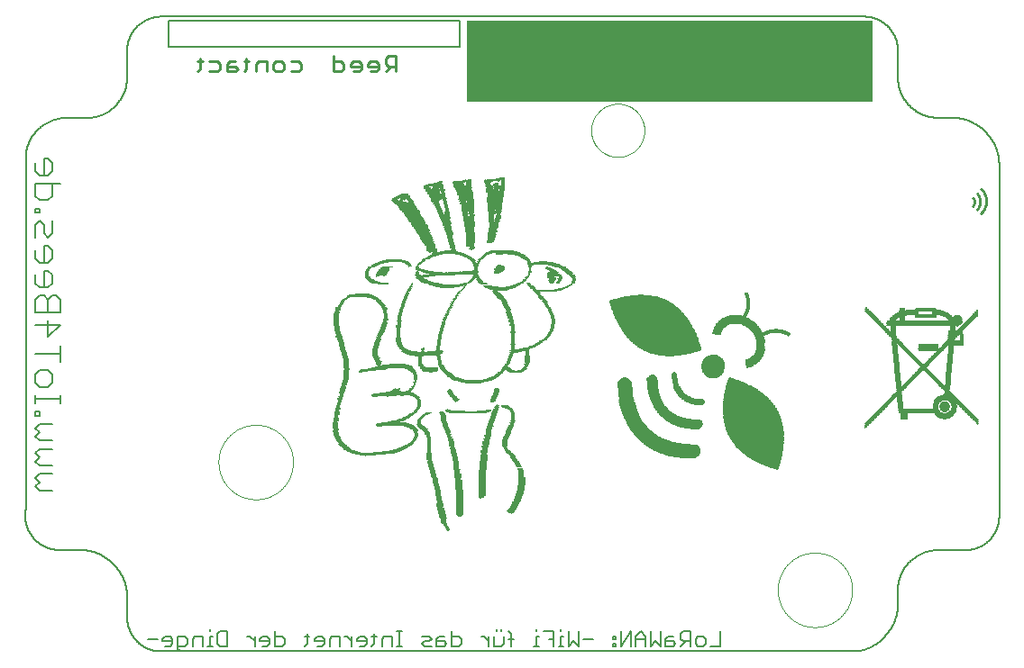
<source format=gbo>
G75*
%MOIN*%
%OFA0B0*%
%FSLAX25Y25*%
%IPPOS*%
%LPD*%
%AMOC8*
5,1,8,0,0,1.08239X$1,22.5*
%
%ADD10C,0.00000*%
%ADD11C,0.01100*%
%ADD12C,0.00600*%
%ADD13C,0.00800*%
%ADD14R,1.50000X0.30000*%
%ADD15C,0.00500*%
%ADD16R,0.00600X0.00300*%
%ADD17R,0.01200X0.00300*%
%ADD18R,0.01500X0.00300*%
%ADD19R,0.01800X0.00300*%
%ADD20R,0.02100X0.00300*%
%ADD21R,0.02400X0.00300*%
%ADD22R,0.02700X0.00300*%
%ADD23R,0.00300X0.00300*%
%ADD24R,0.03000X0.00300*%
%ADD25R,0.00900X0.00300*%
%ADD26R,0.06000X0.00300*%
%ADD27R,0.11400X0.00300*%
%ADD28R,0.14100X0.00300*%
%ADD29R,0.15900X0.00300*%
%ADD30R,0.04200X0.00300*%
%ADD31R,0.09000X0.00300*%
%ADD32R,0.03900X0.00300*%
%ADD33R,0.06600X0.00300*%
%ADD34R,0.03300X0.00300*%
%ADD35R,0.04800X0.00300*%
%ADD36R,0.03600X0.00300*%
%ADD37R,0.13800X0.00300*%
%ADD38R,0.13500X0.00300*%
%ADD39R,0.12300X0.00300*%
%ADD40R,0.09600X0.00300*%
%ADD41R,0.09300X0.00300*%
%ADD42R,0.16200X0.00300*%
%ADD43R,0.07200X0.00300*%
%ADD44R,0.05400X0.00300*%
%ADD45R,0.16500X0.00300*%
%ADD46R,0.15300X0.00300*%
%ADD47R,0.12600X0.00300*%
%ADD48R,0.08700X0.00300*%
%ADD49R,0.12900X0.00300*%
%ADD50R,0.04500X0.00300*%
%ADD51R,0.05700X0.00300*%
%ADD52R,0.06300X0.00300*%
%ADD53R,0.15600X0.00300*%
%ADD54R,0.06900X0.00300*%
%ADD55R,0.09900X0.00300*%
%ADD56R,0.11100X0.00300*%
%ADD57R,0.14400X0.00300*%
%ADD58R,0.10800X0.00300*%
%ADD59R,0.08400X0.00300*%
%ADD60R,0.07500X0.00300*%
%ADD61R,0.05100X0.00300*%
%ADD62R,0.10500X0.00300*%
%ADD63R,0.18300X0.00300*%
%ADD64R,0.19200X0.00300*%
%ADD65R,0.11700X0.00300*%
%ADD66R,0.00200X0.00100*%
%ADD67R,0.00300X0.00100*%
%ADD68R,0.00400X0.00100*%
%ADD69R,0.00600X0.00100*%
%ADD70R,0.00700X0.00100*%
%ADD71R,0.00800X0.00100*%
%ADD72R,0.00900X0.00100*%
%ADD73R,0.01000X0.00100*%
%ADD74R,0.01100X0.00100*%
%ADD75R,0.01200X0.00100*%
%ADD76R,0.01300X0.00100*%
%ADD77R,0.01400X0.00100*%
%ADD78R,0.01500X0.00100*%
%ADD79R,0.01600X0.00100*%
%ADD80R,0.01700X0.00100*%
%ADD81R,0.01800X0.00100*%
%ADD82R,0.01900X0.00100*%
%ADD83R,0.00500X0.00100*%
%ADD84R,0.02000X0.00100*%
%ADD85R,0.02400X0.00100*%
%ADD86R,0.02200X0.00100*%
%ADD87R,0.03000X0.00100*%
%ADD88R,0.03500X0.00100*%
%ADD89R,0.04000X0.00100*%
%ADD90R,0.04200X0.00100*%
%ADD91R,0.04600X0.00100*%
%ADD92R,0.05000X0.00100*%
%ADD93R,0.05200X0.00100*%
%ADD94R,0.05500X0.00100*%
%ADD95R,0.05800X0.00100*%
%ADD96R,0.06000X0.00100*%
%ADD97R,0.06200X0.00100*%
%ADD98R,0.06400X0.00100*%
%ADD99R,0.06600X0.00100*%
%ADD100R,0.06800X0.00100*%
%ADD101R,0.07000X0.00100*%
%ADD102R,0.07200X0.00100*%
%ADD103R,0.07400X0.00100*%
%ADD104R,0.07600X0.00100*%
%ADD105R,0.16200X0.00100*%
%ADD106R,0.03100X0.00100*%
%ADD107R,0.16100X0.00100*%
%ADD108R,0.15900X0.00100*%
%ADD109R,0.02700X0.00100*%
%ADD110R,0.15700X0.00100*%
%ADD111R,0.15500X0.00100*%
%ADD112R,0.02500X0.00100*%
%ADD113R,0.15400X0.00100*%
%ADD114R,0.15300X0.00100*%
%ADD115R,0.15200X0.00100*%
%ADD116R,0.15100X0.00100*%
%ADD117R,0.02100X0.00100*%
%ADD118R,0.02300X0.00100*%
%ADD119R,0.15000X0.00100*%
%ADD120R,0.14900X0.00100*%
%ADD121R,0.02900X0.00100*%
%ADD122R,0.14800X0.00100*%
%ADD123R,0.03200X0.00100*%
%ADD124R,0.03300X0.00100*%
%ADD125R,0.03400X0.00100*%
%ADD126R,0.03600X0.00100*%
%ADD127R,0.03700X0.00100*%
%ADD128R,0.02800X0.00100*%
%ADD129R,0.02600X0.00100*%
%ADD130R,0.04100X0.00100*%
%ADD131R,0.04300X0.00100*%
%ADD132R,0.04500X0.00100*%
%ADD133R,0.04700X0.00100*%
%ADD134R,0.08700X0.00100*%
%ADD135R,0.08600X0.00100*%
%ADD136R,0.08400X0.00100*%
%ADD137R,0.08200X0.00100*%
%ADD138R,0.08000X0.00100*%
%ADD139R,0.07800X0.00100*%
%ADD140R,0.06700X0.00100*%
%ADD141R,0.06500X0.00100*%
%ADD142R,0.03900X0.00100*%
%ADD143R,0.03800X0.00100*%
%ADD144R,0.05700X0.00100*%
%ADD145R,0.05400X0.00100*%
%ADD146R,0.05900X0.00100*%
%ADD147R,0.09200X0.00100*%
%ADD148R,0.09300X0.00100*%
%ADD149R,0.09400X0.00100*%
%ADD150R,0.09500X0.00100*%
%ADD151R,0.09600X0.00100*%
%ADD152R,0.09700X0.00100*%
%ADD153R,0.09800X0.00100*%
%ADD154R,0.07500X0.00100*%
%ADD155R,0.07700X0.00100*%
%ADD156R,0.07300X0.00100*%
%ADD157R,0.07100X0.00100*%
%ADD158R,0.06900X0.00100*%
%ADD159R,0.06300X0.00100*%
%ADD160R,0.05600X0.00100*%
%ADD161R,0.26900X0.00100*%
%ADD162R,0.27000X0.00100*%
%ADD163R,0.27200X0.00100*%
%ADD164R,0.27300X0.00100*%
%ADD165R,0.27400X0.00100*%
%ADD166R,0.27500X0.00100*%
%ADD167R,0.27600X0.00100*%
%ADD168R,0.27700X0.00100*%
%ADD169R,0.27800X0.00100*%
%ADD170R,0.27900X0.00100*%
%ADD171R,0.04800X0.00100*%
%ADD172R,0.04900X0.00100*%
%ADD173R,0.05100X0.00100*%
%ADD174R,0.05300X0.00100*%
%ADD175R,0.04400X0.00100*%
%ADD176R,0.08800X0.00100*%
%ADD177R,0.08500X0.00100*%
%ADD178R,0.08100X0.00100*%
%ADD179R,0.07900X0.00100*%
%ADD180R,0.16500X0.00100*%
%ADD181R,0.13000X0.00100*%
%ADD182R,0.11100X0.00100*%
%ADD183R,0.08900X0.00100*%
%ADD184R,0.00100X0.00100*%
%ADD185R,0.10200X0.00100*%
%ADD186R,0.10400X0.00100*%
%ADD187R,0.10600X0.00100*%
%ADD188R,0.10700X0.00100*%
%ADD189R,0.11000X0.00100*%
%ADD190R,0.11200X0.00100*%
%ADD191R,0.11300X0.00100*%
%ADD192R,0.11700X0.00100*%
%ADD193R,0.10900X0.00100*%
%ADD194R,0.12400X0.00100*%
%ADD195R,0.12600X0.00100*%
%ADD196R,0.12900X0.00100*%
%ADD197R,0.11600X0.00100*%
%ADD198R,0.12100X0.00100*%
%ADD199R,0.13400X0.00100*%
%ADD200R,0.13200X0.00100*%
%ADD201R,0.13600X0.00100*%
%ADD202R,0.14000X0.00100*%
%ADD203R,0.13900X0.00100*%
%ADD204R,0.14200X0.00100*%
%ADD205R,0.14300X0.00100*%
%ADD206R,0.14500X0.00100*%
%ADD207R,0.14700X0.00100*%
%ADD208R,0.15600X0.00100*%
%ADD209R,0.15800X0.00100*%
%ADD210R,0.13100X0.00100*%
%ADD211R,0.16300X0.00100*%
%ADD212R,0.13500X0.00100*%
%ADD213R,0.16700X0.00100*%
%ADD214R,0.13700X0.00100*%
%ADD215R,0.16900X0.00100*%
%ADD216R,0.17100X0.00100*%
%ADD217R,0.17300X0.00100*%
%ADD218R,0.17500X0.00100*%
%ADD219R,0.17600X0.00100*%
%ADD220R,0.17700X0.00100*%
%ADD221R,0.16400X0.00100*%
%ADD222R,0.17900X0.00100*%
%ADD223R,0.18100X0.00100*%
%ADD224R,0.16600X0.00100*%
%ADD225R,0.18200X0.00100*%
%ADD226R,0.18300X0.00100*%
%ADD227R,0.18500X0.00100*%
%ADD228R,0.18600X0.00100*%
%ADD229R,0.18700X0.00100*%
%ADD230R,0.18800X0.00100*%
%ADD231R,0.18900X0.00100*%
%ADD232R,0.19000X0.00100*%
%ADD233R,0.14600X0.00100*%
%ADD234R,0.16000X0.00100*%
%ADD235R,0.18000X0.00100*%
%ADD236R,0.16800X0.00100*%
%ADD237R,0.14400X0.00100*%
%ADD238R,0.18400X0.00100*%
%ADD239R,0.17200X0.00100*%
%ADD240R,0.12700X0.00100*%
%ADD241R,0.12300X0.00100*%
%ADD242R,0.12000X0.00100*%
%ADD243R,0.11400X0.00100*%
%ADD244R,0.19100X0.00100*%
%ADD245R,0.10300X0.00100*%
%ADD246R,0.10100X0.00100*%
%ADD247R,0.19300X0.00100*%
%ADD248R,0.10000X0.00100*%
%ADD249R,0.19400X0.00100*%
%ADD250R,0.19500X0.00100*%
%ADD251R,0.19600X0.00100*%
%ADD252R,0.19700X0.00100*%
%ADD253R,0.09100X0.00100*%
%ADD254R,0.19800X0.00100*%
%ADD255R,0.09000X0.00100*%
%ADD256R,0.20000X0.00100*%
%ADD257R,0.20100X0.00100*%
%ADD258R,0.08300X0.00100*%
%ADD259R,0.20200X0.00100*%
%ADD260R,0.20300X0.00100*%
%ADD261R,0.20400X0.00100*%
%ADD262R,0.20500X0.00100*%
%ADD263R,0.20600X0.00100*%
%ADD264R,0.19200X0.00100*%
%ADD265R,0.20700X0.00100*%
%ADD266R,0.20800X0.00100*%
%ADD267R,0.20900X0.00100*%
%ADD268R,0.21000X0.00100*%
%ADD269R,0.21100X0.00100*%
%ADD270R,0.21200X0.00100*%
%ADD271R,0.21300X0.00100*%
%ADD272R,0.21400X0.00100*%
%ADD273R,0.10500X0.00100*%
%ADD274R,0.10800X0.00100*%
%ADD275R,0.11800X0.00100*%
%ADD276R,0.12200X0.00100*%
%ADD277R,0.12500X0.00100*%
%ADD278R,0.12800X0.00100*%
%ADD279R,0.06100X0.00100*%
%ADD280R,0.19900X0.00100*%
%ADD281R,0.09900X0.00100*%
%ADD282R,0.17400X0.00100*%
%ADD283R,0.14100X0.00100*%
%ADD284R,0.17000X0.00100*%
%ADD285R,0.11900X0.00100*%
%ADD286R,0.13800X0.00100*%
%ADD287R,0.13300X0.00100*%
%ADD288R,0.22000X0.00100*%
%ADD289R,0.22800X0.00100*%
%ADD290R,0.23000X0.00100*%
%ADD291R,0.21700X0.00100*%
%ADD292R,0.23200X0.00100*%
%ADD293R,0.23300X0.00100*%
%ADD294R,0.23500X0.00100*%
%ADD295R,0.23700X0.00100*%
%ADD296R,0.23800X0.00100*%
%ADD297R,0.23900X0.00100*%
%ADD298R,0.24100X0.00100*%
%ADD299R,0.24200X0.00100*%
%ADD300R,0.24300X0.00100*%
%ADD301R,0.24400X0.00100*%
%ADD302R,0.24500X0.00100*%
%ADD303R,0.24600X0.00100*%
%ADD304R,0.22600X0.00100*%
%ADD305R,0.24700X0.00100*%
%ADD306R,0.24800X0.00100*%
%ADD307R,0.22900X0.00100*%
%ADD308R,0.25000X0.00100*%
%ADD309R,0.25100X0.00100*%
%ADD310R,0.25200X0.00100*%
%ADD311R,0.25300X0.00100*%
%ADD312R,0.25400X0.00100*%
%ADD313R,0.25500X0.00100*%
%ADD314R,0.25600X0.00100*%
%ADD315R,0.25700X0.00100*%
%ADD316R,0.25800X0.00100*%
%ADD317R,0.25900X0.00100*%
%ADD318R,0.26000X0.00100*%
%ADD319R,0.26100X0.00100*%
%ADD320R,0.26200X0.00100*%
%ADD321R,0.24900X0.00100*%
%ADD322R,0.26400X0.00100*%
%ADD323R,0.26500X0.00100*%
%ADD324R,0.26600X0.00100*%
%ADD325R,0.26700X0.00100*%
%ADD326R,0.26800X0.00100*%
%ADD327R,0.11500X0.00100*%
%ADD328R,0.26300X0.00100*%
%ADD329R,0.23600X0.00100*%
%ADD330R,0.23400X0.00100*%
%ADD331R,0.22700X0.00100*%
%ADD332R,0.22400X0.00100*%
%ADD333R,0.24000X0.00100*%
%ADD334R,0.22100X0.00100*%
%ADD335R,0.21600X0.00100*%
%ADD336C,0.01000*%
D10*
X0072778Y0072998D02*
X0072782Y0073336D01*
X0072795Y0073674D01*
X0072815Y0074012D01*
X0072844Y0074349D01*
X0072882Y0074685D01*
X0072927Y0075020D01*
X0072981Y0075354D01*
X0073043Y0075686D01*
X0073113Y0076017D01*
X0073191Y0076346D01*
X0073277Y0076673D01*
X0073371Y0076998D01*
X0073474Y0077321D01*
X0073584Y0077640D01*
X0073701Y0077957D01*
X0073827Y0078271D01*
X0073960Y0078582D01*
X0074101Y0078890D01*
X0074249Y0079194D01*
X0074405Y0079494D01*
X0074568Y0079790D01*
X0074738Y0080082D01*
X0074916Y0080370D01*
X0075100Y0080654D01*
X0075292Y0080933D01*
X0075490Y0081207D01*
X0075695Y0081476D01*
X0075906Y0081740D01*
X0076124Y0081999D01*
X0076348Y0082252D01*
X0076578Y0082500D01*
X0076814Y0082742D01*
X0077056Y0082978D01*
X0077304Y0083208D01*
X0077557Y0083432D01*
X0077816Y0083650D01*
X0078080Y0083861D01*
X0078349Y0084066D01*
X0078623Y0084264D01*
X0078902Y0084456D01*
X0079186Y0084640D01*
X0079474Y0084818D01*
X0079766Y0084988D01*
X0080062Y0085151D01*
X0080362Y0085307D01*
X0080666Y0085455D01*
X0080974Y0085596D01*
X0081285Y0085729D01*
X0081599Y0085855D01*
X0081916Y0085972D01*
X0082235Y0086082D01*
X0082558Y0086185D01*
X0082883Y0086279D01*
X0083210Y0086365D01*
X0083539Y0086443D01*
X0083870Y0086513D01*
X0084202Y0086575D01*
X0084536Y0086629D01*
X0084871Y0086674D01*
X0085207Y0086712D01*
X0085544Y0086741D01*
X0085882Y0086761D01*
X0086220Y0086774D01*
X0086558Y0086778D01*
X0086896Y0086774D01*
X0087234Y0086761D01*
X0087572Y0086741D01*
X0087909Y0086712D01*
X0088245Y0086674D01*
X0088580Y0086629D01*
X0088914Y0086575D01*
X0089246Y0086513D01*
X0089577Y0086443D01*
X0089906Y0086365D01*
X0090233Y0086279D01*
X0090558Y0086185D01*
X0090881Y0086082D01*
X0091200Y0085972D01*
X0091517Y0085855D01*
X0091831Y0085729D01*
X0092142Y0085596D01*
X0092450Y0085455D01*
X0092754Y0085307D01*
X0093054Y0085151D01*
X0093350Y0084988D01*
X0093642Y0084818D01*
X0093930Y0084640D01*
X0094214Y0084456D01*
X0094493Y0084264D01*
X0094767Y0084066D01*
X0095036Y0083861D01*
X0095300Y0083650D01*
X0095559Y0083432D01*
X0095812Y0083208D01*
X0096060Y0082978D01*
X0096302Y0082742D01*
X0096538Y0082500D01*
X0096768Y0082252D01*
X0096992Y0081999D01*
X0097210Y0081740D01*
X0097421Y0081476D01*
X0097626Y0081207D01*
X0097824Y0080933D01*
X0098016Y0080654D01*
X0098200Y0080370D01*
X0098378Y0080082D01*
X0098548Y0079790D01*
X0098711Y0079494D01*
X0098867Y0079194D01*
X0099015Y0078890D01*
X0099156Y0078582D01*
X0099289Y0078271D01*
X0099415Y0077957D01*
X0099532Y0077640D01*
X0099642Y0077321D01*
X0099745Y0076998D01*
X0099839Y0076673D01*
X0099925Y0076346D01*
X0100003Y0076017D01*
X0100073Y0075686D01*
X0100135Y0075354D01*
X0100189Y0075020D01*
X0100234Y0074685D01*
X0100272Y0074349D01*
X0100301Y0074012D01*
X0100321Y0073674D01*
X0100334Y0073336D01*
X0100338Y0072998D01*
X0100334Y0072660D01*
X0100321Y0072322D01*
X0100301Y0071984D01*
X0100272Y0071647D01*
X0100234Y0071311D01*
X0100189Y0070976D01*
X0100135Y0070642D01*
X0100073Y0070310D01*
X0100003Y0069979D01*
X0099925Y0069650D01*
X0099839Y0069323D01*
X0099745Y0068998D01*
X0099642Y0068675D01*
X0099532Y0068356D01*
X0099415Y0068039D01*
X0099289Y0067725D01*
X0099156Y0067414D01*
X0099015Y0067106D01*
X0098867Y0066802D01*
X0098711Y0066502D01*
X0098548Y0066206D01*
X0098378Y0065914D01*
X0098200Y0065626D01*
X0098016Y0065342D01*
X0097824Y0065063D01*
X0097626Y0064789D01*
X0097421Y0064520D01*
X0097210Y0064256D01*
X0096992Y0063997D01*
X0096768Y0063744D01*
X0096538Y0063496D01*
X0096302Y0063254D01*
X0096060Y0063018D01*
X0095812Y0062788D01*
X0095559Y0062564D01*
X0095300Y0062346D01*
X0095036Y0062135D01*
X0094767Y0061930D01*
X0094493Y0061732D01*
X0094214Y0061540D01*
X0093930Y0061356D01*
X0093642Y0061178D01*
X0093350Y0061008D01*
X0093054Y0060845D01*
X0092754Y0060689D01*
X0092450Y0060541D01*
X0092142Y0060400D01*
X0091831Y0060267D01*
X0091517Y0060141D01*
X0091200Y0060024D01*
X0090881Y0059914D01*
X0090558Y0059811D01*
X0090233Y0059717D01*
X0089906Y0059631D01*
X0089577Y0059553D01*
X0089246Y0059483D01*
X0088914Y0059421D01*
X0088580Y0059367D01*
X0088245Y0059322D01*
X0087909Y0059284D01*
X0087572Y0059255D01*
X0087234Y0059235D01*
X0086896Y0059222D01*
X0086558Y0059218D01*
X0086220Y0059222D01*
X0085882Y0059235D01*
X0085544Y0059255D01*
X0085207Y0059284D01*
X0084871Y0059322D01*
X0084536Y0059367D01*
X0084202Y0059421D01*
X0083870Y0059483D01*
X0083539Y0059553D01*
X0083210Y0059631D01*
X0082883Y0059717D01*
X0082558Y0059811D01*
X0082235Y0059914D01*
X0081916Y0060024D01*
X0081599Y0060141D01*
X0081285Y0060267D01*
X0080974Y0060400D01*
X0080666Y0060541D01*
X0080362Y0060689D01*
X0080062Y0060845D01*
X0079766Y0061008D01*
X0079474Y0061178D01*
X0079186Y0061356D01*
X0078902Y0061540D01*
X0078623Y0061732D01*
X0078349Y0061930D01*
X0078080Y0062135D01*
X0077816Y0062346D01*
X0077557Y0062564D01*
X0077304Y0062788D01*
X0077056Y0063018D01*
X0076814Y0063254D01*
X0076578Y0063496D01*
X0076348Y0063744D01*
X0076124Y0063997D01*
X0075906Y0064256D01*
X0075695Y0064520D01*
X0075490Y0064789D01*
X0075292Y0065063D01*
X0075100Y0065342D01*
X0074916Y0065626D01*
X0074738Y0065914D01*
X0074568Y0066206D01*
X0074405Y0066502D01*
X0074249Y0066802D01*
X0074101Y0067106D01*
X0073960Y0067414D01*
X0073827Y0067725D01*
X0073701Y0068039D01*
X0073584Y0068356D01*
X0073474Y0068675D01*
X0073371Y0068998D01*
X0073277Y0069323D01*
X0073191Y0069650D01*
X0073113Y0069979D01*
X0073043Y0070310D01*
X0072981Y0070642D01*
X0072927Y0070976D01*
X0072882Y0071311D01*
X0072844Y0071647D01*
X0072815Y0071984D01*
X0072795Y0072322D01*
X0072782Y0072660D01*
X0072778Y0072998D01*
X0210596Y0195835D02*
X0210599Y0196077D01*
X0210608Y0196318D01*
X0210623Y0196559D01*
X0210643Y0196800D01*
X0210670Y0197040D01*
X0210703Y0197279D01*
X0210741Y0197518D01*
X0210785Y0197755D01*
X0210835Y0197992D01*
X0210891Y0198227D01*
X0210953Y0198460D01*
X0211020Y0198692D01*
X0211093Y0198923D01*
X0211171Y0199151D01*
X0211256Y0199377D01*
X0211345Y0199602D01*
X0211440Y0199824D01*
X0211541Y0200043D01*
X0211647Y0200261D01*
X0211758Y0200475D01*
X0211875Y0200687D01*
X0211996Y0200895D01*
X0212123Y0201101D01*
X0212255Y0201303D01*
X0212392Y0201503D01*
X0212533Y0201698D01*
X0212679Y0201891D01*
X0212830Y0202079D01*
X0212986Y0202264D01*
X0213146Y0202445D01*
X0213310Y0202622D01*
X0213479Y0202795D01*
X0213652Y0202964D01*
X0213829Y0203128D01*
X0214010Y0203288D01*
X0214195Y0203444D01*
X0214383Y0203595D01*
X0214576Y0203741D01*
X0214771Y0203882D01*
X0214971Y0204019D01*
X0215173Y0204151D01*
X0215379Y0204278D01*
X0215587Y0204399D01*
X0215799Y0204516D01*
X0216013Y0204627D01*
X0216231Y0204733D01*
X0216450Y0204834D01*
X0216672Y0204929D01*
X0216897Y0205018D01*
X0217123Y0205103D01*
X0217351Y0205181D01*
X0217582Y0205254D01*
X0217814Y0205321D01*
X0218047Y0205383D01*
X0218282Y0205439D01*
X0218519Y0205489D01*
X0218756Y0205533D01*
X0218995Y0205571D01*
X0219234Y0205604D01*
X0219474Y0205631D01*
X0219715Y0205651D01*
X0219956Y0205666D01*
X0220197Y0205675D01*
X0220439Y0205678D01*
X0220681Y0205675D01*
X0220922Y0205666D01*
X0221163Y0205651D01*
X0221404Y0205631D01*
X0221644Y0205604D01*
X0221883Y0205571D01*
X0222122Y0205533D01*
X0222359Y0205489D01*
X0222596Y0205439D01*
X0222831Y0205383D01*
X0223064Y0205321D01*
X0223296Y0205254D01*
X0223527Y0205181D01*
X0223755Y0205103D01*
X0223981Y0205018D01*
X0224206Y0204929D01*
X0224428Y0204834D01*
X0224647Y0204733D01*
X0224865Y0204627D01*
X0225079Y0204516D01*
X0225291Y0204399D01*
X0225499Y0204278D01*
X0225705Y0204151D01*
X0225907Y0204019D01*
X0226107Y0203882D01*
X0226302Y0203741D01*
X0226495Y0203595D01*
X0226683Y0203444D01*
X0226868Y0203288D01*
X0227049Y0203128D01*
X0227226Y0202964D01*
X0227399Y0202795D01*
X0227568Y0202622D01*
X0227732Y0202445D01*
X0227892Y0202264D01*
X0228048Y0202079D01*
X0228199Y0201891D01*
X0228345Y0201698D01*
X0228486Y0201503D01*
X0228623Y0201303D01*
X0228755Y0201101D01*
X0228882Y0200895D01*
X0229003Y0200687D01*
X0229120Y0200475D01*
X0229231Y0200261D01*
X0229337Y0200043D01*
X0229438Y0199824D01*
X0229533Y0199602D01*
X0229622Y0199377D01*
X0229707Y0199151D01*
X0229785Y0198923D01*
X0229858Y0198692D01*
X0229925Y0198460D01*
X0229987Y0198227D01*
X0230043Y0197992D01*
X0230093Y0197755D01*
X0230137Y0197518D01*
X0230175Y0197279D01*
X0230208Y0197040D01*
X0230235Y0196800D01*
X0230255Y0196559D01*
X0230270Y0196318D01*
X0230279Y0196077D01*
X0230282Y0195835D01*
X0230279Y0195593D01*
X0230270Y0195352D01*
X0230255Y0195111D01*
X0230235Y0194870D01*
X0230208Y0194630D01*
X0230175Y0194391D01*
X0230137Y0194152D01*
X0230093Y0193915D01*
X0230043Y0193678D01*
X0229987Y0193443D01*
X0229925Y0193210D01*
X0229858Y0192978D01*
X0229785Y0192747D01*
X0229707Y0192519D01*
X0229622Y0192293D01*
X0229533Y0192068D01*
X0229438Y0191846D01*
X0229337Y0191627D01*
X0229231Y0191409D01*
X0229120Y0191195D01*
X0229003Y0190983D01*
X0228882Y0190775D01*
X0228755Y0190569D01*
X0228623Y0190367D01*
X0228486Y0190167D01*
X0228345Y0189972D01*
X0228199Y0189779D01*
X0228048Y0189591D01*
X0227892Y0189406D01*
X0227732Y0189225D01*
X0227568Y0189048D01*
X0227399Y0188875D01*
X0227226Y0188706D01*
X0227049Y0188542D01*
X0226868Y0188382D01*
X0226683Y0188226D01*
X0226495Y0188075D01*
X0226302Y0187929D01*
X0226107Y0187788D01*
X0225907Y0187651D01*
X0225705Y0187519D01*
X0225499Y0187392D01*
X0225291Y0187271D01*
X0225079Y0187154D01*
X0224865Y0187043D01*
X0224647Y0186937D01*
X0224428Y0186836D01*
X0224206Y0186741D01*
X0223981Y0186652D01*
X0223755Y0186567D01*
X0223527Y0186489D01*
X0223296Y0186416D01*
X0223064Y0186349D01*
X0222831Y0186287D01*
X0222596Y0186231D01*
X0222359Y0186181D01*
X0222122Y0186137D01*
X0221883Y0186099D01*
X0221644Y0186066D01*
X0221404Y0186039D01*
X0221163Y0186019D01*
X0220922Y0186004D01*
X0220681Y0185995D01*
X0220439Y0185992D01*
X0220197Y0185995D01*
X0219956Y0186004D01*
X0219715Y0186019D01*
X0219474Y0186039D01*
X0219234Y0186066D01*
X0218995Y0186099D01*
X0218756Y0186137D01*
X0218519Y0186181D01*
X0218282Y0186231D01*
X0218047Y0186287D01*
X0217814Y0186349D01*
X0217582Y0186416D01*
X0217351Y0186489D01*
X0217123Y0186567D01*
X0216897Y0186652D01*
X0216672Y0186741D01*
X0216450Y0186836D01*
X0216231Y0186937D01*
X0216013Y0187043D01*
X0215799Y0187154D01*
X0215587Y0187271D01*
X0215379Y0187392D01*
X0215173Y0187519D01*
X0214971Y0187651D01*
X0214771Y0187788D01*
X0214576Y0187929D01*
X0214383Y0188075D01*
X0214195Y0188226D01*
X0214010Y0188382D01*
X0213829Y0188542D01*
X0213652Y0188706D01*
X0213479Y0188875D01*
X0213310Y0189048D01*
X0213146Y0189225D01*
X0212986Y0189406D01*
X0212830Y0189591D01*
X0212679Y0189779D01*
X0212533Y0189972D01*
X0212392Y0190167D01*
X0212255Y0190367D01*
X0212123Y0190569D01*
X0211996Y0190775D01*
X0211875Y0190983D01*
X0211758Y0191195D01*
X0211647Y0191409D01*
X0211541Y0191627D01*
X0211440Y0191846D01*
X0211345Y0192068D01*
X0211256Y0192293D01*
X0211171Y0192519D01*
X0211093Y0192747D01*
X0211020Y0192978D01*
X0210953Y0193210D01*
X0210891Y0193443D01*
X0210835Y0193678D01*
X0210785Y0193915D01*
X0210741Y0194152D01*
X0210703Y0194391D01*
X0210670Y0194630D01*
X0210643Y0194870D01*
X0210623Y0195111D01*
X0210608Y0195352D01*
X0210599Y0195593D01*
X0210596Y0195835D01*
X0279559Y0025685D02*
X0279563Y0026023D01*
X0279576Y0026361D01*
X0279596Y0026699D01*
X0279625Y0027036D01*
X0279663Y0027372D01*
X0279708Y0027707D01*
X0279762Y0028041D01*
X0279824Y0028373D01*
X0279894Y0028704D01*
X0279972Y0029033D01*
X0280058Y0029360D01*
X0280152Y0029685D01*
X0280255Y0030008D01*
X0280365Y0030327D01*
X0280482Y0030644D01*
X0280608Y0030958D01*
X0280741Y0031269D01*
X0280882Y0031577D01*
X0281030Y0031881D01*
X0281186Y0032181D01*
X0281349Y0032477D01*
X0281519Y0032769D01*
X0281697Y0033057D01*
X0281881Y0033341D01*
X0282073Y0033620D01*
X0282271Y0033894D01*
X0282476Y0034163D01*
X0282687Y0034427D01*
X0282905Y0034686D01*
X0283129Y0034939D01*
X0283359Y0035187D01*
X0283595Y0035429D01*
X0283837Y0035665D01*
X0284085Y0035895D01*
X0284338Y0036119D01*
X0284597Y0036337D01*
X0284861Y0036548D01*
X0285130Y0036753D01*
X0285404Y0036951D01*
X0285683Y0037143D01*
X0285967Y0037327D01*
X0286255Y0037505D01*
X0286547Y0037675D01*
X0286843Y0037838D01*
X0287143Y0037994D01*
X0287447Y0038142D01*
X0287755Y0038283D01*
X0288066Y0038416D01*
X0288380Y0038542D01*
X0288697Y0038659D01*
X0289016Y0038769D01*
X0289339Y0038872D01*
X0289664Y0038966D01*
X0289991Y0039052D01*
X0290320Y0039130D01*
X0290651Y0039200D01*
X0290983Y0039262D01*
X0291317Y0039316D01*
X0291652Y0039361D01*
X0291988Y0039399D01*
X0292325Y0039428D01*
X0292663Y0039448D01*
X0293001Y0039461D01*
X0293339Y0039465D01*
X0293677Y0039461D01*
X0294015Y0039448D01*
X0294353Y0039428D01*
X0294690Y0039399D01*
X0295026Y0039361D01*
X0295361Y0039316D01*
X0295695Y0039262D01*
X0296027Y0039200D01*
X0296358Y0039130D01*
X0296687Y0039052D01*
X0297014Y0038966D01*
X0297339Y0038872D01*
X0297662Y0038769D01*
X0297981Y0038659D01*
X0298298Y0038542D01*
X0298612Y0038416D01*
X0298923Y0038283D01*
X0299231Y0038142D01*
X0299535Y0037994D01*
X0299835Y0037838D01*
X0300131Y0037675D01*
X0300423Y0037505D01*
X0300711Y0037327D01*
X0300995Y0037143D01*
X0301274Y0036951D01*
X0301548Y0036753D01*
X0301817Y0036548D01*
X0302081Y0036337D01*
X0302340Y0036119D01*
X0302593Y0035895D01*
X0302841Y0035665D01*
X0303083Y0035429D01*
X0303319Y0035187D01*
X0303549Y0034939D01*
X0303773Y0034686D01*
X0303991Y0034427D01*
X0304202Y0034163D01*
X0304407Y0033894D01*
X0304605Y0033620D01*
X0304797Y0033341D01*
X0304981Y0033057D01*
X0305159Y0032769D01*
X0305329Y0032477D01*
X0305492Y0032181D01*
X0305648Y0031881D01*
X0305796Y0031577D01*
X0305937Y0031269D01*
X0306070Y0030958D01*
X0306196Y0030644D01*
X0306313Y0030327D01*
X0306423Y0030008D01*
X0306526Y0029685D01*
X0306620Y0029360D01*
X0306706Y0029033D01*
X0306784Y0028704D01*
X0306854Y0028373D01*
X0306916Y0028041D01*
X0306970Y0027707D01*
X0307015Y0027372D01*
X0307053Y0027036D01*
X0307082Y0026699D01*
X0307102Y0026361D01*
X0307115Y0026023D01*
X0307119Y0025685D01*
X0307115Y0025347D01*
X0307102Y0025009D01*
X0307082Y0024671D01*
X0307053Y0024334D01*
X0307015Y0023998D01*
X0306970Y0023663D01*
X0306916Y0023329D01*
X0306854Y0022997D01*
X0306784Y0022666D01*
X0306706Y0022337D01*
X0306620Y0022010D01*
X0306526Y0021685D01*
X0306423Y0021362D01*
X0306313Y0021043D01*
X0306196Y0020726D01*
X0306070Y0020412D01*
X0305937Y0020101D01*
X0305796Y0019793D01*
X0305648Y0019489D01*
X0305492Y0019189D01*
X0305329Y0018893D01*
X0305159Y0018601D01*
X0304981Y0018313D01*
X0304797Y0018029D01*
X0304605Y0017750D01*
X0304407Y0017476D01*
X0304202Y0017207D01*
X0303991Y0016943D01*
X0303773Y0016684D01*
X0303549Y0016431D01*
X0303319Y0016183D01*
X0303083Y0015941D01*
X0302841Y0015705D01*
X0302593Y0015475D01*
X0302340Y0015251D01*
X0302081Y0015033D01*
X0301817Y0014822D01*
X0301548Y0014617D01*
X0301274Y0014419D01*
X0300995Y0014227D01*
X0300711Y0014043D01*
X0300423Y0013865D01*
X0300131Y0013695D01*
X0299835Y0013532D01*
X0299535Y0013376D01*
X0299231Y0013228D01*
X0298923Y0013087D01*
X0298612Y0012954D01*
X0298298Y0012828D01*
X0297981Y0012711D01*
X0297662Y0012601D01*
X0297339Y0012498D01*
X0297014Y0012404D01*
X0296687Y0012318D01*
X0296358Y0012240D01*
X0296027Y0012170D01*
X0295695Y0012108D01*
X0295361Y0012054D01*
X0295026Y0012009D01*
X0294690Y0011971D01*
X0294353Y0011942D01*
X0294015Y0011922D01*
X0293677Y0011909D01*
X0293339Y0011905D01*
X0293001Y0011909D01*
X0292663Y0011922D01*
X0292325Y0011942D01*
X0291988Y0011971D01*
X0291652Y0012009D01*
X0291317Y0012054D01*
X0290983Y0012108D01*
X0290651Y0012170D01*
X0290320Y0012240D01*
X0289991Y0012318D01*
X0289664Y0012404D01*
X0289339Y0012498D01*
X0289016Y0012601D01*
X0288697Y0012711D01*
X0288380Y0012828D01*
X0288066Y0012954D01*
X0287755Y0013087D01*
X0287447Y0013228D01*
X0287143Y0013376D01*
X0286843Y0013532D01*
X0286547Y0013695D01*
X0286255Y0013865D01*
X0285967Y0014043D01*
X0285683Y0014227D01*
X0285404Y0014419D01*
X0285130Y0014617D01*
X0284861Y0014822D01*
X0284597Y0015033D01*
X0284338Y0015251D01*
X0284085Y0015475D01*
X0283837Y0015705D01*
X0283595Y0015941D01*
X0283359Y0016183D01*
X0283129Y0016431D01*
X0282905Y0016684D01*
X0282687Y0016943D01*
X0282476Y0017207D01*
X0282271Y0017476D01*
X0282073Y0017750D01*
X0281881Y0018029D01*
X0281697Y0018313D01*
X0281519Y0018601D01*
X0281349Y0018893D01*
X0281186Y0019189D01*
X0281030Y0019489D01*
X0280882Y0019793D01*
X0280741Y0020101D01*
X0280608Y0020412D01*
X0280482Y0020726D01*
X0280365Y0021043D01*
X0280255Y0021362D01*
X0280152Y0021685D01*
X0280058Y0022010D01*
X0279972Y0022337D01*
X0279894Y0022666D01*
X0279824Y0022997D01*
X0279762Y0023329D01*
X0279708Y0023663D01*
X0279663Y0023998D01*
X0279625Y0024334D01*
X0279596Y0024671D01*
X0279576Y0025009D01*
X0279563Y0025347D01*
X0279559Y0025685D01*
D11*
X0138458Y0217612D02*
X0138458Y0223518D01*
X0135506Y0223518D01*
X0134522Y0222533D01*
X0134522Y0220565D01*
X0135506Y0219581D01*
X0138458Y0219581D01*
X0136490Y0219581D02*
X0134522Y0217612D01*
X0132013Y0218597D02*
X0132013Y0220565D01*
X0131029Y0221549D01*
X0129060Y0221549D01*
X0128076Y0220565D01*
X0128076Y0219581D01*
X0132013Y0219581D01*
X0132013Y0218597D02*
X0131029Y0217612D01*
X0129060Y0217612D01*
X0125567Y0218597D02*
X0125567Y0220565D01*
X0124583Y0221549D01*
X0122615Y0221549D01*
X0121631Y0220565D01*
X0121631Y0219581D01*
X0125567Y0219581D01*
X0125567Y0218597D02*
X0124583Y0217612D01*
X0122615Y0217612D01*
X0119122Y0218597D02*
X0119122Y0220565D01*
X0118138Y0221549D01*
X0115185Y0221549D01*
X0115185Y0223518D02*
X0115185Y0217612D01*
X0118138Y0217612D01*
X0119122Y0218597D01*
X0103458Y0218597D02*
X0102474Y0217612D01*
X0099522Y0217612D01*
X0097013Y0218597D02*
X0097013Y0220565D01*
X0096029Y0221549D01*
X0094060Y0221549D01*
X0093076Y0220565D01*
X0093076Y0218597D01*
X0094060Y0217612D01*
X0096029Y0217612D01*
X0097013Y0218597D01*
X0099522Y0221549D02*
X0102474Y0221549D01*
X0103458Y0220565D01*
X0103458Y0218597D01*
X0090567Y0217612D02*
X0090567Y0221549D01*
X0087615Y0221549D01*
X0086631Y0220565D01*
X0086631Y0217612D01*
X0083138Y0218597D02*
X0082154Y0217612D01*
X0083138Y0218597D02*
X0083138Y0222533D01*
X0084122Y0221549D02*
X0082154Y0221549D01*
X0078841Y0221549D02*
X0076872Y0221549D01*
X0075888Y0220565D01*
X0075888Y0217612D01*
X0078841Y0217612D01*
X0079825Y0218597D01*
X0078841Y0219581D01*
X0075888Y0219581D01*
X0073379Y0220565D02*
X0073379Y0218597D01*
X0072395Y0217612D01*
X0069443Y0217612D01*
X0065950Y0218597D02*
X0064966Y0217612D01*
X0065950Y0218597D02*
X0065950Y0222533D01*
X0066934Y0221549D02*
X0064966Y0221549D01*
X0069443Y0221549D02*
X0072395Y0221549D01*
X0073379Y0220565D01*
D12*
X0021508Y0040462D02*
X0021931Y0040457D01*
X0022353Y0040442D01*
X0022776Y0040416D01*
X0023197Y0040380D01*
X0023617Y0040334D01*
X0024037Y0040278D01*
X0024454Y0040212D01*
X0024870Y0040136D01*
X0025284Y0040050D01*
X0025696Y0039953D01*
X0026105Y0039847D01*
X0026512Y0039731D01*
X0026916Y0039605D01*
X0027316Y0039470D01*
X0027714Y0039325D01*
X0028107Y0039170D01*
X0028497Y0039006D01*
X0028883Y0038832D01*
X0029264Y0038649D01*
X0029641Y0038457D01*
X0030013Y0038256D01*
X0030380Y0038046D01*
X0030742Y0037828D01*
X0031098Y0037600D01*
X0031449Y0037364D01*
X0031794Y0037120D01*
X0032133Y0036867D01*
X0032466Y0036606D01*
X0032793Y0036338D01*
X0033113Y0036061D01*
X0033426Y0035777D01*
X0033732Y0035485D01*
X0034031Y0035186D01*
X0034323Y0034880D01*
X0034607Y0034567D01*
X0034884Y0034247D01*
X0035152Y0033920D01*
X0035413Y0033587D01*
X0035666Y0033248D01*
X0035910Y0032903D01*
X0036146Y0032552D01*
X0036374Y0032196D01*
X0036592Y0031834D01*
X0036802Y0031467D01*
X0037003Y0031095D01*
X0037195Y0030718D01*
X0037378Y0030337D01*
X0037552Y0029951D01*
X0037716Y0029561D01*
X0037871Y0029168D01*
X0038016Y0028770D01*
X0038151Y0028370D01*
X0038277Y0027966D01*
X0038393Y0027559D01*
X0038499Y0027150D01*
X0038596Y0026738D01*
X0038682Y0026324D01*
X0038758Y0025908D01*
X0038824Y0025491D01*
X0038880Y0025071D01*
X0038926Y0024651D01*
X0038962Y0024230D01*
X0038988Y0023807D01*
X0039003Y0023385D01*
X0039008Y0022962D01*
X0039008Y0015462D01*
X0039012Y0015160D01*
X0039023Y0014858D01*
X0039041Y0014557D01*
X0039066Y0014256D01*
X0039099Y0013955D01*
X0039139Y0013656D01*
X0039186Y0013358D01*
X0039241Y0013060D01*
X0039302Y0012765D01*
X0039371Y0012471D01*
X0039447Y0012178D01*
X0039530Y0011888D01*
X0039620Y0011599D01*
X0039717Y0011313D01*
X0039820Y0011029D01*
X0039931Y0010748D01*
X0040048Y0010470D01*
X0040172Y0010194D01*
X0040303Y0009922D01*
X0040440Y0009653D01*
X0040583Y0009387D01*
X0040733Y0009125D01*
X0040890Y0008866D01*
X0041052Y0008612D01*
X0041221Y0008361D01*
X0041395Y0008115D01*
X0041576Y0007872D01*
X0041762Y0007635D01*
X0041954Y0007401D01*
X0042152Y0007173D01*
X0042355Y0006949D01*
X0042563Y0006731D01*
X0042777Y0006517D01*
X0042995Y0006309D01*
X0043219Y0006106D01*
X0043447Y0005908D01*
X0043681Y0005716D01*
X0043918Y0005530D01*
X0044161Y0005349D01*
X0044407Y0005175D01*
X0044658Y0005006D01*
X0044912Y0004844D01*
X0045171Y0004687D01*
X0045433Y0004537D01*
X0045699Y0004394D01*
X0045968Y0004257D01*
X0046240Y0004126D01*
X0046516Y0004002D01*
X0046794Y0003885D01*
X0047075Y0003774D01*
X0047359Y0003671D01*
X0047645Y0003574D01*
X0047934Y0003484D01*
X0048224Y0003401D01*
X0048517Y0003325D01*
X0048811Y0003256D01*
X0049106Y0003195D01*
X0049404Y0003140D01*
X0049702Y0003093D01*
X0050001Y0003053D01*
X0050302Y0003020D01*
X0050603Y0002995D01*
X0050904Y0002977D01*
X0051206Y0002966D01*
X0051508Y0002962D01*
X0309008Y0002962D01*
X0309435Y0003034D01*
X0309860Y0003116D01*
X0310283Y0003208D01*
X0310703Y0003310D01*
X0311121Y0003423D01*
X0311536Y0003546D01*
X0311947Y0003679D01*
X0312356Y0003822D01*
X0312761Y0003975D01*
X0313162Y0004137D01*
X0313558Y0004310D01*
X0313951Y0004492D01*
X0314339Y0004684D01*
X0314722Y0004885D01*
X0315100Y0005095D01*
X0315473Y0005315D01*
X0315840Y0005544D01*
X0316202Y0005781D01*
X0316557Y0006027D01*
X0316907Y0006282D01*
X0317250Y0006546D01*
X0317587Y0006817D01*
X0317917Y0007097D01*
X0318240Y0007385D01*
X0318556Y0007681D01*
X0318865Y0007984D01*
X0319166Y0008295D01*
X0319459Y0008613D01*
X0319745Y0008938D01*
X0320022Y0009270D01*
X0320292Y0009608D01*
X0320553Y0009953D01*
X0320805Y0010305D01*
X0321049Y0010662D01*
X0321284Y0011026D01*
X0321510Y0011394D01*
X0321727Y0011769D01*
X0321935Y0012148D01*
X0322134Y0012533D01*
X0322323Y0012922D01*
X0322502Y0013316D01*
X0322672Y0013714D01*
X0322832Y0014116D01*
X0322982Y0014522D01*
X0323122Y0014931D01*
X0323252Y0015344D01*
X0323372Y0015759D01*
X0323482Y0016178D01*
X0323582Y0016599D01*
X0323671Y0017022D01*
X0323750Y0017448D01*
X0323818Y0017875D01*
X0323876Y0018304D01*
X0323923Y0018734D01*
X0323960Y0019165D01*
X0323987Y0019597D01*
X0324003Y0020029D01*
X0324008Y0020462D01*
X0324008Y0020463D02*
X0324008Y0025462D01*
X0324012Y0025824D01*
X0324026Y0026187D01*
X0324047Y0026549D01*
X0324078Y0026910D01*
X0324117Y0027270D01*
X0324165Y0027629D01*
X0324222Y0027987D01*
X0324287Y0028344D01*
X0324361Y0028699D01*
X0324444Y0029052D01*
X0324535Y0029403D01*
X0324634Y0029751D01*
X0324742Y0030097D01*
X0324858Y0030441D01*
X0324983Y0030781D01*
X0325115Y0031118D01*
X0325256Y0031452D01*
X0325405Y0031783D01*
X0325562Y0032110D01*
X0325726Y0032433D01*
X0325898Y0032752D01*
X0326078Y0033066D01*
X0326266Y0033377D01*
X0326461Y0033682D01*
X0326663Y0033983D01*
X0326873Y0034279D01*
X0327089Y0034569D01*
X0327313Y0034855D01*
X0327543Y0035135D01*
X0327780Y0035409D01*
X0328024Y0035677D01*
X0328274Y0035940D01*
X0328530Y0036196D01*
X0328793Y0036446D01*
X0329061Y0036690D01*
X0329335Y0036927D01*
X0329615Y0037157D01*
X0329901Y0037381D01*
X0330191Y0037597D01*
X0330487Y0037807D01*
X0330788Y0038009D01*
X0331093Y0038204D01*
X0331404Y0038392D01*
X0331718Y0038572D01*
X0332037Y0038744D01*
X0332360Y0038908D01*
X0332687Y0039065D01*
X0333018Y0039214D01*
X0333352Y0039355D01*
X0333689Y0039487D01*
X0334029Y0039612D01*
X0334373Y0039728D01*
X0334719Y0039836D01*
X0335067Y0039935D01*
X0335418Y0040026D01*
X0335771Y0040109D01*
X0336126Y0040183D01*
X0336483Y0040248D01*
X0336841Y0040305D01*
X0337200Y0040353D01*
X0337560Y0040392D01*
X0337921Y0040423D01*
X0338283Y0040444D01*
X0338646Y0040458D01*
X0339008Y0040462D01*
X0339008Y0040463D02*
X0349008Y0040463D01*
X0349008Y0040462D02*
X0349310Y0040466D01*
X0349612Y0040477D01*
X0349913Y0040495D01*
X0350214Y0040520D01*
X0350515Y0040553D01*
X0350814Y0040593D01*
X0351112Y0040640D01*
X0351410Y0040695D01*
X0351705Y0040756D01*
X0351999Y0040825D01*
X0352292Y0040901D01*
X0352582Y0040984D01*
X0352871Y0041074D01*
X0353157Y0041171D01*
X0353441Y0041274D01*
X0353722Y0041385D01*
X0354000Y0041502D01*
X0354276Y0041626D01*
X0354548Y0041757D01*
X0354817Y0041894D01*
X0355083Y0042037D01*
X0355345Y0042187D01*
X0355604Y0042344D01*
X0355858Y0042506D01*
X0356109Y0042675D01*
X0356355Y0042849D01*
X0356598Y0043030D01*
X0356835Y0043216D01*
X0357069Y0043408D01*
X0357297Y0043606D01*
X0357521Y0043809D01*
X0357739Y0044017D01*
X0357953Y0044231D01*
X0358161Y0044449D01*
X0358364Y0044673D01*
X0358562Y0044901D01*
X0358754Y0045135D01*
X0358940Y0045372D01*
X0359121Y0045615D01*
X0359295Y0045861D01*
X0359464Y0046112D01*
X0359626Y0046366D01*
X0359783Y0046625D01*
X0359933Y0046887D01*
X0360076Y0047153D01*
X0360213Y0047422D01*
X0360344Y0047694D01*
X0360468Y0047970D01*
X0360585Y0048248D01*
X0360696Y0048529D01*
X0360799Y0048813D01*
X0360896Y0049099D01*
X0360986Y0049388D01*
X0361069Y0049678D01*
X0361145Y0049971D01*
X0361214Y0050265D01*
X0361275Y0050560D01*
X0361330Y0050858D01*
X0361377Y0051156D01*
X0361417Y0051455D01*
X0361450Y0051756D01*
X0361475Y0052057D01*
X0361493Y0052358D01*
X0361504Y0052660D01*
X0361508Y0052962D01*
X0361508Y0182962D01*
X0361503Y0183385D01*
X0361488Y0183807D01*
X0361462Y0184230D01*
X0361426Y0184651D01*
X0361380Y0185071D01*
X0361324Y0185491D01*
X0361258Y0185908D01*
X0361182Y0186324D01*
X0361096Y0186738D01*
X0360999Y0187150D01*
X0360893Y0187559D01*
X0360777Y0187966D01*
X0360651Y0188370D01*
X0360516Y0188770D01*
X0360371Y0189168D01*
X0360216Y0189561D01*
X0360052Y0189951D01*
X0359878Y0190337D01*
X0359695Y0190718D01*
X0359503Y0191095D01*
X0359302Y0191467D01*
X0359092Y0191834D01*
X0358874Y0192196D01*
X0358646Y0192552D01*
X0358410Y0192903D01*
X0358166Y0193248D01*
X0357913Y0193587D01*
X0357652Y0193920D01*
X0357384Y0194247D01*
X0357107Y0194567D01*
X0356823Y0194880D01*
X0356531Y0195186D01*
X0356232Y0195485D01*
X0355926Y0195777D01*
X0355613Y0196061D01*
X0355293Y0196338D01*
X0354966Y0196606D01*
X0354633Y0196867D01*
X0354294Y0197120D01*
X0353949Y0197364D01*
X0353598Y0197600D01*
X0353242Y0197828D01*
X0352880Y0198046D01*
X0352513Y0198256D01*
X0352141Y0198457D01*
X0351764Y0198649D01*
X0351383Y0198832D01*
X0350997Y0199006D01*
X0350607Y0199170D01*
X0350214Y0199325D01*
X0349816Y0199470D01*
X0349416Y0199605D01*
X0349012Y0199731D01*
X0348605Y0199847D01*
X0348196Y0199953D01*
X0347784Y0200050D01*
X0347370Y0200136D01*
X0346954Y0200212D01*
X0346537Y0200278D01*
X0346117Y0200334D01*
X0345697Y0200380D01*
X0345276Y0200416D01*
X0344853Y0200442D01*
X0344431Y0200457D01*
X0344008Y0200462D01*
X0339008Y0200462D01*
X0338646Y0200466D01*
X0338283Y0200480D01*
X0337921Y0200501D01*
X0337560Y0200532D01*
X0337200Y0200571D01*
X0336841Y0200619D01*
X0336483Y0200676D01*
X0336126Y0200741D01*
X0335771Y0200815D01*
X0335418Y0200898D01*
X0335067Y0200989D01*
X0334719Y0201088D01*
X0334373Y0201196D01*
X0334029Y0201312D01*
X0333689Y0201437D01*
X0333352Y0201569D01*
X0333018Y0201710D01*
X0332687Y0201859D01*
X0332360Y0202016D01*
X0332037Y0202180D01*
X0331718Y0202352D01*
X0331404Y0202532D01*
X0331093Y0202720D01*
X0330788Y0202915D01*
X0330487Y0203117D01*
X0330191Y0203327D01*
X0329901Y0203543D01*
X0329615Y0203767D01*
X0329335Y0203997D01*
X0329061Y0204234D01*
X0328793Y0204478D01*
X0328530Y0204728D01*
X0328274Y0204984D01*
X0328024Y0205247D01*
X0327780Y0205515D01*
X0327543Y0205789D01*
X0327313Y0206069D01*
X0327089Y0206355D01*
X0326873Y0206645D01*
X0326663Y0206941D01*
X0326461Y0207242D01*
X0326266Y0207547D01*
X0326078Y0207858D01*
X0325898Y0208172D01*
X0325726Y0208491D01*
X0325562Y0208814D01*
X0325405Y0209141D01*
X0325256Y0209472D01*
X0325115Y0209806D01*
X0324983Y0210143D01*
X0324858Y0210483D01*
X0324742Y0210827D01*
X0324634Y0211173D01*
X0324535Y0211521D01*
X0324444Y0211872D01*
X0324361Y0212225D01*
X0324287Y0212580D01*
X0324222Y0212937D01*
X0324165Y0213295D01*
X0324117Y0213654D01*
X0324078Y0214014D01*
X0324047Y0214375D01*
X0324026Y0214737D01*
X0324012Y0215100D01*
X0324008Y0215462D01*
X0324008Y0225462D01*
X0324004Y0225764D01*
X0323993Y0226066D01*
X0323975Y0226367D01*
X0323950Y0226668D01*
X0323917Y0226969D01*
X0323877Y0227268D01*
X0323830Y0227566D01*
X0323775Y0227864D01*
X0323714Y0228159D01*
X0323645Y0228453D01*
X0323569Y0228746D01*
X0323486Y0229036D01*
X0323396Y0229325D01*
X0323299Y0229611D01*
X0323196Y0229895D01*
X0323085Y0230176D01*
X0322968Y0230454D01*
X0322844Y0230730D01*
X0322713Y0231002D01*
X0322576Y0231271D01*
X0322433Y0231537D01*
X0322283Y0231799D01*
X0322126Y0232058D01*
X0321964Y0232312D01*
X0321795Y0232563D01*
X0321621Y0232809D01*
X0321440Y0233052D01*
X0321254Y0233289D01*
X0321062Y0233523D01*
X0320864Y0233751D01*
X0320661Y0233975D01*
X0320453Y0234193D01*
X0320239Y0234407D01*
X0320021Y0234615D01*
X0319797Y0234818D01*
X0319569Y0235016D01*
X0319335Y0235208D01*
X0319098Y0235394D01*
X0318855Y0235575D01*
X0318609Y0235749D01*
X0318358Y0235918D01*
X0318104Y0236080D01*
X0317845Y0236237D01*
X0317583Y0236387D01*
X0317317Y0236530D01*
X0317048Y0236667D01*
X0316776Y0236798D01*
X0316500Y0236922D01*
X0316222Y0237039D01*
X0315941Y0237150D01*
X0315657Y0237253D01*
X0315371Y0237350D01*
X0315082Y0237440D01*
X0314792Y0237523D01*
X0314499Y0237599D01*
X0314205Y0237668D01*
X0313910Y0237729D01*
X0313612Y0237784D01*
X0313314Y0237831D01*
X0313015Y0237871D01*
X0312714Y0237904D01*
X0312413Y0237929D01*
X0312112Y0237947D01*
X0311810Y0237958D01*
X0311508Y0237962D01*
X0051508Y0237962D01*
X0054208Y0236562D02*
X0162008Y0236562D01*
X0162008Y0226862D01*
X0054208Y0226862D01*
X0054208Y0236562D01*
X0051508Y0237962D02*
X0051206Y0237958D01*
X0050904Y0237947D01*
X0050603Y0237929D01*
X0050302Y0237904D01*
X0050001Y0237871D01*
X0049702Y0237831D01*
X0049404Y0237784D01*
X0049106Y0237729D01*
X0048811Y0237668D01*
X0048517Y0237599D01*
X0048224Y0237523D01*
X0047934Y0237440D01*
X0047645Y0237350D01*
X0047359Y0237253D01*
X0047075Y0237150D01*
X0046794Y0237039D01*
X0046516Y0236922D01*
X0046240Y0236798D01*
X0045968Y0236667D01*
X0045699Y0236530D01*
X0045433Y0236387D01*
X0045171Y0236237D01*
X0044912Y0236080D01*
X0044658Y0235918D01*
X0044407Y0235749D01*
X0044161Y0235575D01*
X0043918Y0235394D01*
X0043681Y0235208D01*
X0043447Y0235016D01*
X0043219Y0234818D01*
X0042995Y0234615D01*
X0042777Y0234407D01*
X0042563Y0234193D01*
X0042355Y0233975D01*
X0042152Y0233751D01*
X0041954Y0233523D01*
X0041762Y0233289D01*
X0041576Y0233052D01*
X0041395Y0232809D01*
X0041221Y0232563D01*
X0041052Y0232312D01*
X0040890Y0232058D01*
X0040733Y0231799D01*
X0040583Y0231537D01*
X0040440Y0231271D01*
X0040303Y0231002D01*
X0040172Y0230730D01*
X0040048Y0230454D01*
X0039931Y0230176D01*
X0039820Y0229895D01*
X0039717Y0229611D01*
X0039620Y0229325D01*
X0039530Y0229036D01*
X0039447Y0228746D01*
X0039371Y0228453D01*
X0039302Y0228159D01*
X0039241Y0227864D01*
X0039186Y0227566D01*
X0039139Y0227268D01*
X0039099Y0226969D01*
X0039066Y0226668D01*
X0039041Y0226367D01*
X0039023Y0226066D01*
X0039012Y0225764D01*
X0039008Y0225462D01*
X0039008Y0215462D01*
X0039004Y0215100D01*
X0038990Y0214737D01*
X0038969Y0214375D01*
X0038938Y0214014D01*
X0038899Y0213654D01*
X0038851Y0213295D01*
X0038794Y0212937D01*
X0038729Y0212580D01*
X0038655Y0212225D01*
X0038572Y0211872D01*
X0038481Y0211521D01*
X0038382Y0211173D01*
X0038274Y0210827D01*
X0038158Y0210483D01*
X0038033Y0210143D01*
X0037901Y0209806D01*
X0037760Y0209472D01*
X0037611Y0209141D01*
X0037454Y0208814D01*
X0037290Y0208491D01*
X0037118Y0208172D01*
X0036938Y0207858D01*
X0036750Y0207547D01*
X0036555Y0207242D01*
X0036353Y0206941D01*
X0036143Y0206645D01*
X0035927Y0206355D01*
X0035703Y0206069D01*
X0035473Y0205789D01*
X0035236Y0205515D01*
X0034992Y0205247D01*
X0034742Y0204984D01*
X0034486Y0204728D01*
X0034223Y0204478D01*
X0033955Y0204234D01*
X0033681Y0203997D01*
X0033401Y0203767D01*
X0033115Y0203543D01*
X0032825Y0203327D01*
X0032529Y0203117D01*
X0032228Y0202915D01*
X0031923Y0202720D01*
X0031612Y0202532D01*
X0031298Y0202352D01*
X0030979Y0202180D01*
X0030656Y0202016D01*
X0030329Y0201859D01*
X0029998Y0201710D01*
X0029664Y0201569D01*
X0029327Y0201437D01*
X0028987Y0201312D01*
X0028643Y0201196D01*
X0028297Y0201088D01*
X0027949Y0200989D01*
X0027598Y0200898D01*
X0027245Y0200815D01*
X0026890Y0200741D01*
X0026533Y0200676D01*
X0026175Y0200619D01*
X0025816Y0200571D01*
X0025456Y0200532D01*
X0025095Y0200501D01*
X0024733Y0200480D01*
X0024370Y0200466D01*
X0024008Y0200462D01*
X0016508Y0200462D01*
X0016146Y0200458D01*
X0015783Y0200444D01*
X0015421Y0200423D01*
X0015060Y0200392D01*
X0014700Y0200353D01*
X0014341Y0200305D01*
X0013983Y0200248D01*
X0013626Y0200183D01*
X0013271Y0200109D01*
X0012918Y0200026D01*
X0012567Y0199935D01*
X0012219Y0199836D01*
X0011873Y0199728D01*
X0011529Y0199612D01*
X0011189Y0199487D01*
X0010852Y0199355D01*
X0010518Y0199214D01*
X0010187Y0199065D01*
X0009860Y0198908D01*
X0009537Y0198744D01*
X0009218Y0198572D01*
X0008904Y0198392D01*
X0008593Y0198204D01*
X0008288Y0198009D01*
X0007987Y0197807D01*
X0007691Y0197597D01*
X0007401Y0197381D01*
X0007115Y0197157D01*
X0006835Y0196927D01*
X0006561Y0196690D01*
X0006293Y0196446D01*
X0006030Y0196196D01*
X0005774Y0195940D01*
X0005524Y0195677D01*
X0005280Y0195409D01*
X0005043Y0195135D01*
X0004813Y0194855D01*
X0004589Y0194569D01*
X0004373Y0194279D01*
X0004163Y0193983D01*
X0003961Y0193682D01*
X0003766Y0193377D01*
X0003578Y0193066D01*
X0003398Y0192752D01*
X0003226Y0192433D01*
X0003062Y0192110D01*
X0002905Y0191783D01*
X0002756Y0191452D01*
X0002615Y0191118D01*
X0002483Y0190781D01*
X0002358Y0190441D01*
X0002242Y0190097D01*
X0002134Y0189751D01*
X0002035Y0189403D01*
X0001944Y0189052D01*
X0001861Y0188699D01*
X0001787Y0188344D01*
X0001722Y0187987D01*
X0001665Y0187629D01*
X0001617Y0187270D01*
X0001578Y0186910D01*
X0001547Y0186549D01*
X0001526Y0186187D01*
X0001512Y0185824D01*
X0001508Y0185462D01*
X0001508Y0055462D01*
X0001508Y0055463D02*
X0001456Y0055158D01*
X0001412Y0054852D01*
X0001374Y0054545D01*
X0001345Y0054237D01*
X0001323Y0053929D01*
X0001308Y0053620D01*
X0001301Y0053310D01*
X0001301Y0053001D01*
X0001309Y0052692D01*
X0001324Y0052383D01*
X0001347Y0052075D01*
X0001378Y0051767D01*
X0001416Y0051460D01*
X0001461Y0051154D01*
X0001514Y0050850D01*
X0001574Y0050546D01*
X0001642Y0050244D01*
X0001716Y0049944D01*
X0001799Y0049646D01*
X0001888Y0049350D01*
X0001985Y0049056D01*
X0002088Y0048765D01*
X0002199Y0048476D01*
X0002317Y0048190D01*
X0002441Y0047907D01*
X0002573Y0047628D01*
X0002711Y0047351D01*
X0002856Y0047078D01*
X0003008Y0046808D01*
X0003166Y0046542D01*
X0003330Y0046281D01*
X0003501Y0046023D01*
X0003678Y0045769D01*
X0003861Y0045520D01*
X0004050Y0045275D01*
X0004245Y0045036D01*
X0004446Y0044800D01*
X0004653Y0044570D01*
X0004865Y0044345D01*
X0005082Y0044125D01*
X0005305Y0043911D01*
X0005533Y0043702D01*
X0005766Y0043498D01*
X0006004Y0043301D01*
X0006246Y0043109D01*
X0006493Y0042923D01*
X0006745Y0042743D01*
X0007001Y0042569D01*
X0007261Y0042402D01*
X0007525Y0042241D01*
X0007793Y0042087D01*
X0008064Y0041939D01*
X0008339Y0041797D01*
X0008618Y0041663D01*
X0008899Y0041535D01*
X0009184Y0041414D01*
X0009472Y0041300D01*
X0009762Y0041193D01*
X0010054Y0041094D01*
X0010350Y0041001D01*
X0010647Y0040916D01*
X0010946Y0040837D01*
X0011247Y0040767D01*
X0011550Y0040703D01*
X0011854Y0040647D01*
X0012159Y0040598D01*
X0012466Y0040557D01*
X0012773Y0040523D01*
X0013081Y0040497D01*
X0013390Y0040478D01*
X0013699Y0040467D01*
X0014008Y0040463D01*
X0021508Y0040463D01*
D13*
X0011247Y0062522D02*
X0006643Y0062522D01*
X0005108Y0064056D01*
X0006643Y0065591D01*
X0005108Y0067126D01*
X0006643Y0068660D01*
X0011247Y0068660D01*
X0011247Y0071729D02*
X0006643Y0071729D01*
X0005108Y0073264D01*
X0006643Y0074799D01*
X0005108Y0076333D01*
X0006643Y0077868D01*
X0011247Y0077868D01*
X0011247Y0080937D02*
X0006643Y0080937D01*
X0005108Y0082472D01*
X0006643Y0084007D01*
X0005108Y0085541D01*
X0006643Y0087076D01*
X0011247Y0087076D01*
X0006643Y0090145D02*
X0006643Y0091680D01*
X0005108Y0091680D01*
X0005108Y0090145D01*
X0006643Y0090145D01*
X0005108Y0094749D02*
X0005108Y0097818D01*
X0005108Y0096284D02*
X0014316Y0096284D01*
X0014316Y0097818D02*
X0014316Y0094749D01*
X0009712Y0100888D02*
X0006643Y0100888D01*
X0005108Y0102422D01*
X0005108Y0105492D01*
X0006643Y0107026D01*
X0009712Y0107026D01*
X0011247Y0105492D01*
X0011247Y0102422D01*
X0009712Y0100888D01*
X0014316Y0110096D02*
X0014316Y0116234D01*
X0009712Y0119303D02*
X0009712Y0125442D01*
X0005108Y0123907D02*
X0014316Y0123907D01*
X0009712Y0119303D01*
X0005108Y0113165D02*
X0014316Y0113165D01*
X0014316Y0128511D02*
X0005108Y0128511D01*
X0005108Y0133115D01*
X0006643Y0134650D01*
X0008178Y0134650D01*
X0009712Y0133115D01*
X0009712Y0128511D01*
X0014316Y0128511D02*
X0014316Y0133115D01*
X0012782Y0134650D01*
X0011247Y0134650D01*
X0009712Y0133115D01*
X0009712Y0137719D02*
X0006643Y0137719D01*
X0005108Y0139254D01*
X0005108Y0142323D01*
X0008178Y0143858D02*
X0008178Y0137719D01*
X0009712Y0137719D02*
X0011247Y0139254D01*
X0011247Y0142323D01*
X0009712Y0143858D01*
X0008178Y0143858D01*
X0008178Y0146927D02*
X0008178Y0153066D01*
X0009712Y0153066D01*
X0011247Y0151531D01*
X0011247Y0148462D01*
X0009712Y0146927D01*
X0006643Y0146927D01*
X0005108Y0148462D01*
X0005108Y0151531D01*
X0005108Y0156135D02*
X0005108Y0160739D01*
X0006643Y0162273D01*
X0008178Y0160739D01*
X0008178Y0157670D01*
X0009712Y0156135D01*
X0011247Y0157670D01*
X0011247Y0162273D01*
X0006643Y0165343D02*
X0006643Y0166877D01*
X0005108Y0166877D01*
X0005108Y0165343D01*
X0006643Y0165343D01*
X0006643Y0169947D02*
X0009712Y0169947D01*
X0011247Y0171481D01*
X0011247Y0176085D01*
X0014316Y0176085D02*
X0005108Y0176085D01*
X0005108Y0171481D01*
X0006643Y0169947D01*
X0006643Y0179155D02*
X0009712Y0179155D01*
X0011247Y0180689D01*
X0011247Y0183758D01*
X0009712Y0185293D01*
X0008178Y0185293D01*
X0008178Y0179155D01*
X0006643Y0179155D02*
X0005108Y0180689D01*
X0005108Y0183758D01*
D14*
X0239608Y0221562D03*
D15*
X0236282Y0010317D02*
X0236282Y0004813D01*
X0234447Y0006647D01*
X0232612Y0004813D01*
X0232612Y0010317D01*
X0230757Y0008482D02*
X0228922Y0010317D01*
X0227088Y0008482D01*
X0227088Y0004813D01*
X0225233Y0004813D02*
X0225233Y0010317D01*
X0221563Y0004813D01*
X0221563Y0010317D01*
X0219708Y0008482D02*
X0219708Y0007565D01*
X0218790Y0007565D01*
X0218790Y0008482D01*
X0219708Y0008482D01*
X0219708Y0005730D02*
X0219708Y0004813D01*
X0218790Y0004813D01*
X0218790Y0005730D01*
X0219708Y0005730D01*
X0227088Y0007565D02*
X0230757Y0007565D01*
X0230757Y0008482D02*
X0230757Y0004813D01*
X0238137Y0004813D02*
X0238137Y0007565D01*
X0239054Y0008482D01*
X0240889Y0008482D01*
X0240889Y0006647D02*
X0238137Y0006647D01*
X0238137Y0004813D02*
X0240889Y0004813D01*
X0241807Y0005730D01*
X0240889Y0006647D01*
X0243662Y0007565D02*
X0244579Y0006647D01*
X0247331Y0006647D01*
X0245497Y0006647D02*
X0243662Y0004813D01*
X0247331Y0004813D02*
X0247331Y0010317D01*
X0244579Y0010317D01*
X0243662Y0009400D01*
X0243662Y0007565D01*
X0249186Y0007565D02*
X0249186Y0005730D01*
X0250104Y0004813D01*
X0251939Y0004813D01*
X0252856Y0005730D01*
X0252856Y0007565D01*
X0251939Y0008482D01*
X0250104Y0008482D01*
X0249186Y0007565D01*
X0254711Y0004813D02*
X0258381Y0004813D01*
X0258381Y0010317D01*
X0211421Y0007565D02*
X0207751Y0007565D01*
X0205896Y0010317D02*
X0205896Y0004813D01*
X0204061Y0006647D01*
X0202226Y0004813D01*
X0202226Y0010317D01*
X0200371Y0008482D02*
X0199454Y0008482D01*
X0199454Y0004813D01*
X0200371Y0004813D02*
X0198537Y0004813D01*
X0196688Y0004813D02*
X0196688Y0010317D01*
X0193018Y0010317D01*
X0191164Y0008482D02*
X0190246Y0008482D01*
X0190246Y0004813D01*
X0189329Y0004813D02*
X0191164Y0004813D01*
X0194853Y0007565D02*
X0196688Y0007565D01*
X0199454Y0010317D02*
X0199454Y0011235D01*
X0190246Y0011235D02*
X0190246Y0010317D01*
X0181956Y0007565D02*
X0180121Y0007565D01*
X0181038Y0009400D02*
X0180121Y0010317D01*
X0181038Y0009400D02*
X0181038Y0004813D01*
X0178273Y0005730D02*
X0177355Y0004813D01*
X0174603Y0004813D01*
X0174603Y0008482D01*
X0172748Y0008482D02*
X0172748Y0004813D01*
X0172748Y0006647D02*
X0170913Y0008482D01*
X0169995Y0008482D01*
X0175520Y0010317D02*
X0175520Y0011235D01*
X0177355Y0011235D02*
X0177355Y0010317D01*
X0178273Y0008482D02*
X0178273Y0005730D01*
X0162619Y0005730D02*
X0161702Y0004813D01*
X0158949Y0004813D01*
X0158949Y0010317D01*
X0158949Y0008482D02*
X0161702Y0008482D01*
X0162619Y0007565D01*
X0162619Y0005730D01*
X0157094Y0005730D02*
X0156177Y0006647D01*
X0153425Y0006647D01*
X0153425Y0007565D02*
X0153425Y0004813D01*
X0156177Y0004813D01*
X0157094Y0005730D01*
X0156177Y0008482D02*
X0154342Y0008482D01*
X0153425Y0007565D01*
X0151570Y0007565D02*
X0150652Y0006647D01*
X0148817Y0006647D01*
X0147900Y0005730D01*
X0148817Y0004813D01*
X0151570Y0004813D01*
X0151570Y0007565D02*
X0150652Y0008482D01*
X0147900Y0008482D01*
X0140520Y0010317D02*
X0138685Y0010317D01*
X0139603Y0010317D02*
X0139603Y0004813D01*
X0140520Y0004813D02*
X0138685Y0004813D01*
X0136837Y0004813D02*
X0136837Y0008482D01*
X0134085Y0008482D01*
X0133167Y0007565D01*
X0133167Y0004813D01*
X0130395Y0005730D02*
X0129478Y0004813D01*
X0130395Y0005730D02*
X0130395Y0009400D01*
X0131312Y0008482D02*
X0129478Y0008482D01*
X0127629Y0007565D02*
X0126712Y0008482D01*
X0124877Y0008482D01*
X0123959Y0007565D01*
X0123959Y0006647D01*
X0127629Y0006647D01*
X0127629Y0005730D02*
X0127629Y0007565D01*
X0127629Y0005730D02*
X0126712Y0004813D01*
X0124877Y0004813D01*
X0122105Y0004813D02*
X0122105Y0008482D01*
X0122105Y0006647D02*
X0120270Y0008482D01*
X0119352Y0008482D01*
X0117501Y0008482D02*
X0114748Y0008482D01*
X0113831Y0007565D01*
X0113831Y0004813D01*
X0111976Y0005730D02*
X0111976Y0007565D01*
X0111058Y0008482D01*
X0109224Y0008482D01*
X0108306Y0007565D01*
X0108306Y0006647D01*
X0111976Y0006647D01*
X0111976Y0005730D02*
X0111058Y0004813D01*
X0109224Y0004813D01*
X0105534Y0005730D02*
X0105534Y0009400D01*
X0106451Y0008482D02*
X0104616Y0008482D01*
X0105534Y0005730D02*
X0104616Y0004813D01*
X0097243Y0005730D02*
X0097243Y0007565D01*
X0096326Y0008482D01*
X0093574Y0008482D01*
X0093574Y0010317D02*
X0093574Y0004813D01*
X0096326Y0004813D01*
X0097243Y0005730D01*
X0091719Y0005730D02*
X0091719Y0007565D01*
X0090801Y0008482D01*
X0088966Y0008482D01*
X0088049Y0007565D01*
X0088049Y0006647D01*
X0091719Y0006647D01*
X0091719Y0005730D02*
X0090801Y0004813D01*
X0088966Y0004813D01*
X0086194Y0004813D02*
X0086194Y0008482D01*
X0086194Y0006647D02*
X0084359Y0008482D01*
X0083442Y0008482D01*
X0076065Y0010317D02*
X0076065Y0004813D01*
X0073313Y0004813D01*
X0072395Y0005730D01*
X0072395Y0009400D01*
X0073313Y0010317D01*
X0076065Y0010317D01*
X0070541Y0008482D02*
X0069623Y0008482D01*
X0069623Y0004813D01*
X0068706Y0004813D02*
X0070541Y0004813D01*
X0066857Y0004813D02*
X0066857Y0008482D01*
X0064105Y0008482D01*
X0063188Y0007565D01*
X0063188Y0004813D01*
X0061333Y0005730D02*
X0060415Y0004813D01*
X0057663Y0004813D01*
X0057663Y0003895D02*
X0057663Y0008482D01*
X0060415Y0008482D01*
X0061333Y0007565D01*
X0061333Y0005730D01*
X0059498Y0002978D02*
X0058580Y0002978D01*
X0057663Y0003895D01*
X0055808Y0005730D02*
X0054891Y0004813D01*
X0053056Y0004813D01*
X0052138Y0006647D02*
X0055808Y0006647D01*
X0055808Y0005730D02*
X0055808Y0007565D01*
X0054891Y0008482D01*
X0053056Y0008482D01*
X0052138Y0007565D01*
X0052138Y0006647D01*
X0050283Y0007565D02*
X0046613Y0007565D01*
X0069623Y0010317D02*
X0069623Y0011235D01*
X0117501Y0008482D02*
X0117501Y0004813D01*
D16*
X0157632Y0047457D03*
X0148632Y0114957D03*
X0133932Y0141657D03*
X0157032Y0143157D03*
X0160932Y0150657D03*
X0166332Y0151557D03*
X0187332Y0139257D03*
X0198132Y0138957D03*
X0176232Y0176757D03*
D17*
X0178032Y0176757D03*
X0178032Y0176457D03*
X0178032Y0177057D03*
X0155832Y0172557D03*
X0156432Y0169857D03*
X0154932Y0176757D03*
X0140232Y0169857D03*
X0169332Y0147657D03*
X0169632Y0147957D03*
X0169932Y0148257D03*
X0170232Y0148557D03*
X0170532Y0148857D03*
X0169032Y0147057D03*
X0168132Y0144657D03*
X0168132Y0144357D03*
X0168132Y0144057D03*
X0166932Y0140757D03*
X0166632Y0140457D03*
X0166332Y0140157D03*
X0166032Y0139857D03*
X0161532Y0135357D03*
X0160932Y0134457D03*
X0160332Y0133557D03*
X0160032Y0132957D03*
X0159432Y0132057D03*
X0159132Y0131457D03*
X0158832Y0130857D03*
X0158532Y0130257D03*
X0158232Y0129657D03*
X0157932Y0129057D03*
X0157632Y0128457D03*
X0157332Y0127857D03*
X0157332Y0127557D03*
X0157032Y0127257D03*
X0157032Y0126957D03*
X0156732Y0126357D03*
X0156732Y0126057D03*
X0156432Y0125757D03*
X0156432Y0125457D03*
X0156132Y0124857D03*
X0156132Y0124557D03*
X0155832Y0124257D03*
X0155832Y0123957D03*
X0155832Y0123657D03*
X0155532Y0123357D03*
X0155532Y0123057D03*
X0155532Y0122757D03*
X0155232Y0122457D03*
X0155232Y0122157D03*
X0155232Y0121857D03*
X0155232Y0121557D03*
X0154932Y0121257D03*
X0154932Y0120957D03*
X0154932Y0120657D03*
X0154932Y0120357D03*
X0154632Y0119757D03*
X0154632Y0119457D03*
X0154632Y0119157D03*
X0154632Y0118857D03*
X0154632Y0118557D03*
X0154332Y0118257D03*
X0154332Y0117957D03*
X0154332Y0117657D03*
X0154332Y0117357D03*
X0154332Y0117057D03*
X0154332Y0116757D03*
X0154032Y0115857D03*
X0154032Y0115557D03*
X0154032Y0115257D03*
X0154032Y0114957D03*
X0154032Y0114657D03*
X0154032Y0114357D03*
X0154032Y0112257D03*
X0148332Y0114357D03*
X0148332Y0114657D03*
X0147432Y0111957D03*
X0147432Y0111657D03*
X0147432Y0111357D03*
X0147432Y0111057D03*
X0147432Y0110757D03*
X0147432Y0110457D03*
X0147432Y0110157D03*
X0147432Y0109857D03*
X0147432Y0109557D03*
X0147432Y0109257D03*
X0151332Y0106257D03*
X0145632Y0104157D03*
X0145632Y0103857D03*
X0145632Y0103557D03*
X0145332Y0102357D03*
X0144732Y0100857D03*
X0144432Y0100257D03*
X0144132Y0099957D03*
X0143832Y0099657D03*
X0143532Y0099357D03*
X0146832Y0095757D03*
X0146832Y0095457D03*
X0147132Y0095157D03*
X0147132Y0094857D03*
X0147132Y0094557D03*
X0147132Y0094257D03*
X0146832Y0093657D03*
X0146832Y0093357D03*
X0146532Y0093057D03*
X0146532Y0092757D03*
X0146232Y0092457D03*
X0148632Y0090057D03*
X0147432Y0088857D03*
X0147132Y0088557D03*
X0147132Y0088257D03*
X0146832Y0087657D03*
X0146832Y0087357D03*
X0145932Y0083457D03*
X0145932Y0083157D03*
X0145932Y0082857D03*
X0145932Y0082557D03*
X0145632Y0081957D03*
X0145632Y0081657D03*
X0145332Y0081357D03*
X0144732Y0080457D03*
X0155232Y0091557D03*
X0174132Y0095157D03*
X0175932Y0093657D03*
X0181332Y0091557D03*
X0181632Y0090957D03*
X0175632Y0099957D03*
X0179832Y0109557D03*
X0180432Y0111057D03*
X0180732Y0111957D03*
X0181032Y0112857D03*
X0194832Y0119757D03*
X0195132Y0120057D03*
X0195432Y0120657D03*
X0195732Y0121257D03*
X0196032Y0121857D03*
X0196032Y0122157D03*
X0196332Y0122757D03*
X0196332Y0123057D03*
X0196332Y0123357D03*
X0196332Y0123657D03*
X0196332Y0126057D03*
X0196332Y0126357D03*
X0195732Y0128157D03*
X0195432Y0128757D03*
X0196032Y0139257D03*
X0198432Y0139257D03*
X0198432Y0139557D03*
X0198732Y0139857D03*
X0201732Y0137757D03*
X0202332Y0138057D03*
X0202932Y0138357D03*
X0203832Y0138957D03*
X0204132Y0139557D03*
X0204132Y0139857D03*
X0187932Y0143157D03*
X0187932Y0143457D03*
X0187932Y0144957D03*
X0187932Y0145257D03*
X0187932Y0145557D03*
X0187032Y0141357D03*
X0186732Y0141057D03*
X0186132Y0140457D03*
X0187332Y0138957D03*
X0176532Y0145857D03*
X0147732Y0146757D03*
X0147432Y0146457D03*
X0146832Y0146157D03*
X0146232Y0145257D03*
X0146232Y0144657D03*
X0146232Y0143157D03*
X0143532Y0145557D03*
X0143832Y0137757D03*
X0143532Y0137157D03*
X0143232Y0136857D03*
X0143232Y0136557D03*
X0142932Y0135957D03*
X0142632Y0135357D03*
X0142632Y0135057D03*
X0142332Y0134757D03*
X0142332Y0134457D03*
X0142032Y0134157D03*
X0142032Y0133857D03*
X0142032Y0133557D03*
X0141732Y0133257D03*
X0141732Y0132957D03*
X0141432Y0132357D03*
X0141132Y0131457D03*
X0141132Y0131157D03*
X0140832Y0130857D03*
X0140832Y0130557D03*
X0140532Y0129657D03*
X0140232Y0128457D03*
X0131532Y0141657D03*
X0131532Y0141957D03*
X0127632Y0142857D03*
X0127632Y0143157D03*
X0127632Y0143457D03*
X0127932Y0143757D03*
X0119532Y0133257D03*
X0119232Y0132957D03*
X0118932Y0132657D03*
X0117732Y0130857D03*
X0132132Y0108657D03*
X0157332Y0048357D03*
X0157632Y0047757D03*
D18*
X0157482Y0048057D03*
X0157182Y0048657D03*
X0156882Y0048957D03*
X0156882Y0049257D03*
X0156582Y0049557D03*
X0156582Y0049857D03*
X0161982Y0052857D03*
X0150882Y0073557D03*
X0150582Y0076257D03*
X0150582Y0076557D03*
X0150582Y0076857D03*
X0150582Y0077157D03*
X0150582Y0077457D03*
X0150582Y0077757D03*
X0150582Y0078057D03*
X0150582Y0078357D03*
X0150582Y0078657D03*
X0150582Y0078957D03*
X0150582Y0079257D03*
X0150582Y0079557D03*
X0150582Y0079857D03*
X0150582Y0080157D03*
X0150582Y0080457D03*
X0150582Y0080757D03*
X0150582Y0081057D03*
X0150582Y0081357D03*
X0150582Y0081657D03*
X0150582Y0081957D03*
X0150282Y0082257D03*
X0150282Y0082557D03*
X0150282Y0082857D03*
X0145782Y0083757D03*
X0145782Y0084057D03*
X0145182Y0081057D03*
X0144882Y0080757D03*
X0144282Y0080157D03*
X0146982Y0087057D03*
X0147582Y0089157D03*
X0147882Y0089457D03*
X0148182Y0089757D03*
X0145782Y0091857D03*
X0145482Y0091557D03*
X0145182Y0091257D03*
X0144882Y0090957D03*
X0146082Y0092157D03*
X0146682Y0096057D03*
X0146382Y0096357D03*
X0140682Y0097557D03*
X0145482Y0104457D03*
X0145482Y0104757D03*
X0145482Y0105057D03*
X0145182Y0105357D03*
X0145182Y0105657D03*
X0147582Y0108957D03*
X0148182Y0113757D03*
X0154182Y0111957D03*
X0154182Y0111657D03*
X0154182Y0111357D03*
X0154182Y0111057D03*
X0154182Y0110757D03*
X0154482Y0110457D03*
X0154482Y0110157D03*
X0154482Y0109857D03*
X0154482Y0109557D03*
X0154782Y0109257D03*
X0154782Y0108957D03*
X0154182Y0116157D03*
X0154182Y0116457D03*
X0154782Y0120057D03*
X0139182Y0120057D03*
X0139182Y0119757D03*
X0139182Y0119457D03*
X0139182Y0119157D03*
X0139182Y0120357D03*
X0139182Y0120657D03*
X0139182Y0120957D03*
X0139182Y0121257D03*
X0139182Y0121557D03*
X0139182Y0121857D03*
X0139182Y0122157D03*
X0139182Y0122457D03*
X0139482Y0123657D03*
X0139482Y0123957D03*
X0139482Y0124257D03*
X0139482Y0124557D03*
X0139482Y0124857D03*
X0139782Y0125457D03*
X0139782Y0125757D03*
X0139782Y0126057D03*
X0139782Y0126357D03*
X0139782Y0126657D03*
X0139782Y0126957D03*
X0140082Y0127257D03*
X0140082Y0127557D03*
X0140082Y0127857D03*
X0140082Y0128157D03*
X0140382Y0128757D03*
X0140382Y0129057D03*
X0140382Y0129357D03*
X0140682Y0129957D03*
X0140682Y0130257D03*
X0141282Y0131757D03*
X0141282Y0132057D03*
X0141582Y0132657D03*
X0134082Y0129957D03*
X0133782Y0130557D03*
X0134382Y0129057D03*
X0134382Y0128757D03*
X0134382Y0128457D03*
X0134382Y0128157D03*
X0134682Y0127857D03*
X0134682Y0127557D03*
X0134682Y0127257D03*
X0134682Y0126957D03*
X0134682Y0126657D03*
X0134682Y0126357D03*
X0134682Y0126057D03*
X0134382Y0125157D03*
X0134382Y0124857D03*
X0134082Y0123957D03*
X0132282Y0119457D03*
X0131982Y0118857D03*
X0131982Y0108957D03*
X0125382Y0106257D03*
X0119082Y0101157D03*
X0118182Y0098157D03*
X0118182Y0097857D03*
X0118182Y0097557D03*
X0117882Y0096957D03*
X0117882Y0096657D03*
X0117582Y0095757D03*
X0117582Y0095457D03*
X0117582Y0095157D03*
X0117282Y0094857D03*
X0117282Y0094557D03*
X0117282Y0094257D03*
X0117282Y0093957D03*
X0116982Y0093657D03*
X0116982Y0093357D03*
X0116982Y0093057D03*
X0116682Y0092157D03*
X0116682Y0091857D03*
X0116382Y0090057D03*
X0116382Y0089757D03*
X0116382Y0089457D03*
X0116082Y0087657D03*
X0157782Y0083457D03*
X0158082Y0082857D03*
X0158082Y0082557D03*
X0158382Y0081657D03*
X0159282Y0078357D03*
X0178782Y0078357D03*
X0179082Y0078057D03*
X0179082Y0077757D03*
X0179382Y0077457D03*
X0181182Y0086757D03*
X0181182Y0087057D03*
X0181482Y0087657D03*
X0181782Y0088557D03*
X0181782Y0088857D03*
X0181782Y0089157D03*
X0181782Y0089457D03*
X0181782Y0089757D03*
X0181782Y0090057D03*
X0181782Y0090357D03*
X0181782Y0090657D03*
X0181482Y0091257D03*
X0181182Y0091857D03*
X0180882Y0092157D03*
X0175782Y0093357D03*
X0175482Y0092757D03*
X0160782Y0095457D03*
X0158382Y0099357D03*
X0177282Y0106257D03*
X0177582Y0106557D03*
X0177882Y0106857D03*
X0179082Y0108357D03*
X0179382Y0108657D03*
X0179382Y0108957D03*
X0179682Y0109257D03*
X0179982Y0109857D03*
X0179982Y0110157D03*
X0180282Y0110457D03*
X0180282Y0110757D03*
X0180582Y0111357D03*
X0180582Y0111657D03*
X0180882Y0112257D03*
X0180882Y0112557D03*
X0181182Y0113157D03*
X0181482Y0114657D03*
X0181482Y0114957D03*
X0181482Y0115257D03*
X0181482Y0115557D03*
X0181482Y0115857D03*
X0181482Y0116157D03*
X0181482Y0116757D03*
X0181782Y0117057D03*
X0181782Y0117357D03*
X0181782Y0117657D03*
X0181782Y0117957D03*
X0181782Y0118257D03*
X0181782Y0118557D03*
X0181782Y0118857D03*
X0181782Y0119157D03*
X0181782Y0119457D03*
X0181782Y0119757D03*
X0181782Y0120057D03*
X0181782Y0120357D03*
X0181482Y0121557D03*
X0181482Y0121857D03*
X0181482Y0122157D03*
X0181482Y0122457D03*
X0181482Y0122757D03*
X0181482Y0123057D03*
X0181182Y0123957D03*
X0181182Y0124257D03*
X0181182Y0124557D03*
X0180882Y0125757D03*
X0180582Y0126957D03*
X0179982Y0128757D03*
X0175182Y0136257D03*
X0168882Y0140757D03*
X0165582Y0139557D03*
X0164982Y0139257D03*
X0167982Y0144957D03*
X0167982Y0145257D03*
X0167382Y0146757D03*
X0167082Y0147057D03*
X0170982Y0149157D03*
X0171282Y0149457D03*
X0159582Y0151857D03*
X0148782Y0147657D03*
X0148482Y0147357D03*
X0148182Y0147057D03*
X0146382Y0142857D03*
X0146382Y0142557D03*
X0143382Y0145857D03*
X0128682Y0144657D03*
X0128382Y0144357D03*
X0128082Y0144057D03*
X0127482Y0142557D03*
X0127482Y0142257D03*
X0127482Y0141957D03*
X0127782Y0141657D03*
X0120582Y0133857D03*
X0119982Y0133557D03*
X0118782Y0132357D03*
X0118482Y0132057D03*
X0118182Y0131757D03*
X0118182Y0131457D03*
X0117882Y0131157D03*
X0117582Y0130557D03*
X0117282Y0130257D03*
X0116682Y0128757D03*
X0157182Y0165657D03*
X0157182Y0165957D03*
X0157182Y0166257D03*
X0157182Y0166557D03*
X0157182Y0166857D03*
X0156882Y0167157D03*
X0156882Y0167457D03*
X0156882Y0167757D03*
X0156882Y0168057D03*
X0156582Y0168357D03*
X0156582Y0168657D03*
X0156582Y0168957D03*
X0156582Y0169257D03*
X0156582Y0169557D03*
X0156282Y0170157D03*
X0155682Y0172857D03*
X0155682Y0173157D03*
X0155382Y0174057D03*
X0165582Y0177357D03*
X0175482Y0176157D03*
X0177882Y0176157D03*
X0177882Y0175857D03*
X0177882Y0175557D03*
X0176382Y0164757D03*
X0176382Y0164457D03*
X0173682Y0163257D03*
X0187182Y0147357D03*
X0187482Y0147057D03*
X0187482Y0146757D03*
X0185982Y0140157D03*
X0185682Y0139857D03*
X0185082Y0139557D03*
X0187482Y0138657D03*
X0187782Y0138357D03*
X0189582Y0136857D03*
X0191082Y0135057D03*
X0191382Y0134757D03*
X0191682Y0134457D03*
X0192882Y0132957D03*
X0193182Y0132657D03*
X0193782Y0131757D03*
X0194082Y0131457D03*
X0194082Y0131157D03*
X0194382Y0130857D03*
X0194382Y0130557D03*
X0194682Y0130257D03*
X0194982Y0129957D03*
X0194982Y0129657D03*
X0195282Y0129357D03*
X0195282Y0129057D03*
X0195582Y0128457D03*
X0195882Y0127857D03*
X0195882Y0127557D03*
X0196182Y0127257D03*
X0196182Y0126957D03*
X0196182Y0126657D03*
X0196482Y0125757D03*
X0196482Y0125457D03*
X0196482Y0125157D03*
X0196482Y0124857D03*
X0196482Y0124557D03*
X0196482Y0124257D03*
X0196482Y0123957D03*
X0196182Y0122457D03*
X0195882Y0121557D03*
X0195582Y0120957D03*
X0195282Y0120357D03*
X0194682Y0119457D03*
X0194382Y0119157D03*
X0194082Y0118857D03*
X0193782Y0118557D03*
X0192882Y0117957D03*
X0191982Y0117357D03*
X0186882Y0113757D03*
X0186882Y0113457D03*
X0186882Y0113157D03*
X0186882Y0112857D03*
X0186882Y0112557D03*
X0186882Y0109557D03*
X0186882Y0109257D03*
X0186582Y0108657D03*
X0186582Y0108357D03*
X0186282Y0108057D03*
X0185982Y0107757D03*
X0203982Y0139257D03*
X0204282Y0140157D03*
X0204282Y0140457D03*
X0204282Y0140757D03*
X0203982Y0141057D03*
X0199182Y0141057D03*
X0199182Y0141357D03*
X0198882Y0140457D03*
X0198882Y0140157D03*
X0143982Y0169257D03*
D19*
X0144132Y0168957D03*
X0143832Y0169557D03*
X0143532Y0169857D03*
X0143232Y0170157D03*
X0142032Y0172257D03*
X0137832Y0170157D03*
X0157332Y0165357D03*
X0157332Y0165057D03*
X0157332Y0164757D03*
X0166332Y0165057D03*
X0166332Y0165357D03*
X0166332Y0165657D03*
X0166332Y0165957D03*
X0173532Y0163857D03*
X0173532Y0163557D03*
X0173532Y0162957D03*
X0175932Y0162957D03*
X0175932Y0162657D03*
X0175932Y0162057D03*
X0176232Y0163257D03*
X0176232Y0163557D03*
X0176232Y0163857D03*
X0176232Y0164157D03*
X0177432Y0172857D03*
X0177432Y0173157D03*
X0177732Y0174957D03*
X0177732Y0175257D03*
X0175332Y0175857D03*
X0177732Y0177957D03*
X0166332Y0151857D03*
X0166032Y0148257D03*
X0166332Y0147957D03*
X0166632Y0147657D03*
X0166932Y0147357D03*
X0168132Y0145557D03*
X0168132Y0142257D03*
X0169032Y0140457D03*
X0169332Y0140157D03*
X0164232Y0138957D03*
X0175032Y0135957D03*
X0178632Y0131757D03*
X0178932Y0131157D03*
X0179232Y0130557D03*
X0179232Y0130257D03*
X0179532Y0129957D03*
X0179532Y0129657D03*
X0179832Y0129357D03*
X0179832Y0129057D03*
X0180132Y0128457D03*
X0180132Y0128157D03*
X0180432Y0127857D03*
X0180432Y0127557D03*
X0180432Y0127257D03*
X0180732Y0126657D03*
X0180732Y0126357D03*
X0180732Y0126057D03*
X0181032Y0125457D03*
X0181032Y0125157D03*
X0181032Y0124857D03*
X0181332Y0123657D03*
X0181332Y0123357D03*
X0181632Y0121257D03*
X0181632Y0120957D03*
X0181632Y0120657D03*
X0181632Y0116457D03*
X0187032Y0112257D03*
X0187032Y0111957D03*
X0187032Y0111657D03*
X0187032Y0111357D03*
X0187032Y0111057D03*
X0187032Y0110757D03*
X0187032Y0110457D03*
X0187032Y0110157D03*
X0187032Y0109857D03*
X0186732Y0108957D03*
X0185832Y0107457D03*
X0185532Y0107157D03*
X0177132Y0105957D03*
X0176832Y0105657D03*
X0175932Y0105057D03*
X0175632Y0099657D03*
X0175632Y0099357D03*
X0175632Y0099057D03*
X0175332Y0098457D03*
X0175332Y0098157D03*
X0175032Y0097557D03*
X0174732Y0096957D03*
X0174432Y0096057D03*
X0174432Y0095757D03*
X0174432Y0095457D03*
X0175632Y0093057D03*
X0175332Y0092457D03*
X0175332Y0092157D03*
X0175032Y0091857D03*
X0175032Y0091557D03*
X0175032Y0091257D03*
X0174732Y0090957D03*
X0174732Y0090657D03*
X0172632Y0092157D03*
X0181632Y0088257D03*
X0181632Y0087957D03*
X0181332Y0087357D03*
X0181032Y0086457D03*
X0181032Y0086157D03*
X0180732Y0085857D03*
X0180732Y0085557D03*
X0180432Y0085257D03*
X0180432Y0084957D03*
X0180132Y0084357D03*
X0179832Y0083757D03*
X0179832Y0083457D03*
X0179532Y0083157D03*
X0179532Y0082857D03*
X0179232Y0082257D03*
X0178932Y0081357D03*
X0178632Y0080457D03*
X0178632Y0080157D03*
X0178632Y0079857D03*
X0178632Y0078657D03*
X0179532Y0077157D03*
X0179832Y0076857D03*
X0180132Y0076557D03*
X0181632Y0074757D03*
X0182232Y0073857D03*
X0182832Y0072957D03*
X0169932Y0059757D03*
X0181032Y0054057D03*
X0156432Y0050157D03*
X0156132Y0050457D03*
X0156132Y0050757D03*
X0156132Y0051057D03*
X0154332Y0058857D03*
X0154032Y0060357D03*
X0154032Y0060657D03*
X0154032Y0060957D03*
X0154032Y0061257D03*
X0153732Y0062757D03*
X0153732Y0063057D03*
X0153432Y0063957D03*
X0153432Y0064257D03*
X0153432Y0064557D03*
X0153132Y0065157D03*
X0153132Y0065457D03*
X0152832Y0066657D03*
X0152532Y0067257D03*
X0152232Y0068457D03*
X0151932Y0069357D03*
X0151932Y0069657D03*
X0151632Y0069957D03*
X0151632Y0070257D03*
X0151632Y0070557D03*
X0151632Y0070857D03*
X0151332Y0071157D03*
X0151332Y0071457D03*
X0151332Y0071757D03*
X0151032Y0072357D03*
X0151032Y0072657D03*
X0151032Y0072957D03*
X0151032Y0073257D03*
X0150732Y0073857D03*
X0150732Y0074157D03*
X0150732Y0074457D03*
X0150732Y0074757D03*
X0150732Y0075057D03*
X0150732Y0075357D03*
X0150732Y0075657D03*
X0150732Y0075957D03*
X0144132Y0079857D03*
X0143532Y0079557D03*
X0143232Y0079257D03*
X0145632Y0084357D03*
X0145632Y0084657D03*
X0147432Y0086457D03*
X0147132Y0086757D03*
X0149832Y0083757D03*
X0150132Y0083457D03*
X0150132Y0083157D03*
X0156732Y0086157D03*
X0156732Y0086457D03*
X0157032Y0085857D03*
X0157032Y0085557D03*
X0157332Y0085257D03*
X0157332Y0084957D03*
X0157332Y0084657D03*
X0157632Y0084357D03*
X0157632Y0084057D03*
X0157632Y0083757D03*
X0157932Y0083157D03*
X0158232Y0082257D03*
X0158232Y0081957D03*
X0158532Y0081357D03*
X0158532Y0081057D03*
X0158532Y0080757D03*
X0158832Y0080457D03*
X0158832Y0080157D03*
X0158832Y0079857D03*
X0159132Y0079557D03*
X0159132Y0079257D03*
X0159132Y0078957D03*
X0159132Y0078657D03*
X0159432Y0078057D03*
X0159432Y0077757D03*
X0159732Y0077157D03*
X0159732Y0076857D03*
X0159732Y0076557D03*
X0159732Y0076257D03*
X0160032Y0075657D03*
X0160032Y0075357D03*
X0160032Y0075057D03*
X0160332Y0074157D03*
X0160332Y0073857D03*
X0160332Y0073557D03*
X0160632Y0072057D03*
X0156432Y0087357D03*
X0156132Y0087957D03*
X0156132Y0088257D03*
X0156132Y0088557D03*
X0155832Y0090057D03*
X0155232Y0091257D03*
X0157632Y0092157D03*
X0150732Y0091257D03*
X0149832Y0090657D03*
X0149232Y0090357D03*
X0144432Y0090657D03*
X0144132Y0090357D03*
X0146232Y0096657D03*
X0145932Y0096957D03*
X0145032Y0105957D03*
X0145032Y0106257D03*
X0147732Y0108357D03*
X0147732Y0108657D03*
X0154932Y0108657D03*
X0155232Y0108357D03*
X0155232Y0108057D03*
X0155532Y0107757D03*
X0140532Y0115257D03*
X0140232Y0115557D03*
X0139932Y0116157D03*
X0139632Y0116757D03*
X0139632Y0117057D03*
X0139332Y0117357D03*
X0139332Y0117657D03*
X0139332Y0117957D03*
X0139332Y0118257D03*
X0139332Y0118557D03*
X0139332Y0118857D03*
X0139332Y0122757D03*
X0139332Y0123057D03*
X0139332Y0123357D03*
X0139632Y0125157D03*
X0134532Y0125457D03*
X0134532Y0125757D03*
X0134232Y0124557D03*
X0134232Y0124257D03*
X0133932Y0123657D03*
X0133932Y0123357D03*
X0133932Y0123057D03*
X0133632Y0122757D03*
X0133632Y0122457D03*
X0133632Y0122157D03*
X0133332Y0121857D03*
X0133332Y0121557D03*
X0133332Y0121257D03*
X0133032Y0120957D03*
X0133032Y0120657D03*
X0132732Y0120357D03*
X0132732Y0120057D03*
X0132432Y0119757D03*
X0132132Y0119157D03*
X0131832Y0118557D03*
X0131832Y0118257D03*
X0131832Y0117957D03*
X0131532Y0117657D03*
X0131532Y0117357D03*
X0131232Y0116457D03*
X0131232Y0116157D03*
X0130932Y0115557D03*
X0130932Y0115257D03*
X0130932Y0114957D03*
X0132132Y0109257D03*
X0120132Y0109257D03*
X0120132Y0108957D03*
X0120132Y0108657D03*
X0120132Y0108357D03*
X0120132Y0108057D03*
X0120132Y0107757D03*
X0120132Y0106857D03*
X0120132Y0106557D03*
X0120132Y0106257D03*
X0120132Y0105957D03*
X0120132Y0105657D03*
X0120132Y0105357D03*
X0120132Y0105057D03*
X0119832Y0104457D03*
X0119832Y0104157D03*
X0119832Y0103857D03*
X0119832Y0103557D03*
X0119532Y0103257D03*
X0119532Y0102957D03*
X0119532Y0102657D03*
X0119532Y0102357D03*
X0119232Y0102057D03*
X0119232Y0101757D03*
X0119232Y0101457D03*
X0118932Y0100857D03*
X0118932Y0100557D03*
X0118932Y0100257D03*
X0118632Y0099957D03*
X0118632Y0099657D03*
X0118632Y0099357D03*
X0118632Y0099057D03*
X0118332Y0098757D03*
X0118332Y0098457D03*
X0118032Y0097257D03*
X0117732Y0096357D03*
X0117732Y0096057D03*
X0116832Y0092757D03*
X0116832Y0092457D03*
X0116532Y0091557D03*
X0116532Y0091257D03*
X0116532Y0090957D03*
X0116532Y0090657D03*
X0116532Y0090357D03*
X0116232Y0089157D03*
X0116232Y0088857D03*
X0116232Y0088557D03*
X0116232Y0088257D03*
X0116232Y0087957D03*
X0115932Y0087357D03*
X0115932Y0087057D03*
X0115932Y0086757D03*
X0115932Y0086457D03*
X0115932Y0086157D03*
X0115932Y0085857D03*
X0115932Y0085557D03*
X0116232Y0085257D03*
X0116232Y0084957D03*
X0116232Y0084657D03*
X0116232Y0083757D03*
X0116232Y0083457D03*
X0116532Y0082557D03*
X0116832Y0081957D03*
X0119832Y0110457D03*
X0119832Y0110757D03*
X0119832Y0111057D03*
X0119532Y0111957D03*
X0119532Y0112257D03*
X0119232Y0112857D03*
X0119232Y0113157D03*
X0119232Y0113457D03*
X0118932Y0113757D03*
X0118932Y0114057D03*
X0118632Y0114657D03*
X0118632Y0114957D03*
X0118332Y0115857D03*
X0118032Y0117357D03*
X0116532Y0123057D03*
X0116232Y0125157D03*
X0116232Y0125457D03*
X0116232Y0125757D03*
X0116232Y0126057D03*
X0116232Y0126357D03*
X0116232Y0126657D03*
X0116232Y0126957D03*
X0116532Y0128157D03*
X0116532Y0128457D03*
X0116832Y0129057D03*
X0116832Y0129357D03*
X0117132Y0129657D03*
X0117132Y0129957D03*
X0132132Y0132357D03*
X0132432Y0132057D03*
X0132732Y0131757D03*
X0133032Y0131457D03*
X0133332Y0131157D03*
X0133632Y0130857D03*
X0133932Y0130257D03*
X0134232Y0129657D03*
X0134232Y0129357D03*
X0127932Y0141357D03*
X0129132Y0144957D03*
X0129732Y0145257D03*
X0142632Y0146457D03*
X0142932Y0146157D03*
X0146532Y0144357D03*
X0149232Y0147957D03*
X0149832Y0148257D03*
X0159732Y0151257D03*
X0159732Y0151557D03*
X0184632Y0139257D03*
X0188232Y0138057D03*
X0188532Y0137757D03*
X0188832Y0137457D03*
X0189132Y0137157D03*
X0190632Y0135657D03*
X0190932Y0135357D03*
X0191832Y0134157D03*
X0192132Y0133857D03*
X0192432Y0133557D03*
X0192732Y0133257D03*
X0193332Y0132357D03*
X0193632Y0132057D03*
X0200832Y0137457D03*
X0199032Y0140757D03*
X0196032Y0139557D03*
X0194532Y0144657D03*
X0188232Y0145857D03*
X0187032Y0147657D03*
X0186732Y0147957D03*
X0186432Y0148257D03*
X0203232Y0142257D03*
X0203532Y0141957D03*
X0203532Y0141657D03*
X0203832Y0141357D03*
X0193332Y0118257D03*
X0192432Y0117657D03*
X0191532Y0117057D03*
X0190932Y0116757D03*
D20*
X0190482Y0116457D03*
X0189882Y0116157D03*
X0179082Y0108057D03*
X0176382Y0105357D03*
X0175482Y0104757D03*
X0175482Y0098757D03*
X0175182Y0097857D03*
X0174882Y0097257D03*
X0174582Y0096657D03*
X0174582Y0096357D03*
X0174582Y0090357D03*
X0174582Y0090057D03*
X0174282Y0089757D03*
X0174282Y0089457D03*
X0174282Y0089157D03*
X0173982Y0088857D03*
X0173982Y0088557D03*
X0173982Y0088257D03*
X0173682Y0087957D03*
X0173682Y0087657D03*
X0173682Y0087357D03*
X0173382Y0087057D03*
X0173382Y0086757D03*
X0173382Y0086457D03*
X0173082Y0085857D03*
X0173082Y0085557D03*
X0173082Y0085257D03*
X0172782Y0084957D03*
X0172782Y0084657D03*
X0172782Y0084357D03*
X0172782Y0084057D03*
X0172482Y0083757D03*
X0172482Y0083457D03*
X0172482Y0083157D03*
X0172182Y0082257D03*
X0172182Y0081957D03*
X0172182Y0081657D03*
X0171882Y0081057D03*
X0171882Y0080757D03*
X0171582Y0079257D03*
X0171582Y0078957D03*
X0171282Y0078057D03*
X0171282Y0077757D03*
X0171282Y0077457D03*
X0170982Y0076257D03*
X0170982Y0075957D03*
X0170982Y0075657D03*
X0160482Y0073257D03*
X0160482Y0072957D03*
X0160482Y0072657D03*
X0160482Y0072357D03*
X0160782Y0071757D03*
X0160782Y0071457D03*
X0160782Y0071157D03*
X0160782Y0070857D03*
X0160782Y0070557D03*
X0161082Y0069657D03*
X0161082Y0069357D03*
X0161082Y0069057D03*
X0161082Y0068757D03*
X0161382Y0066957D03*
X0161382Y0066657D03*
X0161382Y0066357D03*
X0153282Y0064857D03*
X0152982Y0065757D03*
X0152982Y0066057D03*
X0152982Y0066357D03*
X0152682Y0066957D03*
X0152382Y0067557D03*
X0152382Y0067857D03*
X0152382Y0068157D03*
X0152082Y0068757D03*
X0152082Y0069057D03*
X0151182Y0072057D03*
X0159882Y0075957D03*
X0160182Y0074757D03*
X0160182Y0074457D03*
X0159582Y0077457D03*
X0149682Y0084057D03*
X0149382Y0084357D03*
X0149082Y0084657D03*
X0145182Y0084957D03*
X0143082Y0089757D03*
X0143682Y0090057D03*
X0150282Y0090957D03*
X0155382Y0090957D03*
X0155682Y0090657D03*
X0155682Y0090357D03*
X0155982Y0089757D03*
X0155982Y0089457D03*
X0155982Y0089157D03*
X0155982Y0088857D03*
X0156282Y0087657D03*
X0156582Y0087057D03*
X0156582Y0086757D03*
X0160782Y0095757D03*
X0160182Y0096357D03*
X0159882Y0096657D03*
X0159582Y0097257D03*
X0159282Y0097557D03*
X0158982Y0097857D03*
X0158682Y0098157D03*
X0158682Y0098457D03*
X0158382Y0098757D03*
X0158382Y0099057D03*
X0157182Y0105957D03*
X0156882Y0106257D03*
X0156582Y0106557D03*
X0156282Y0106857D03*
X0155982Y0107157D03*
X0155682Y0107457D03*
X0148182Y0108057D03*
X0144582Y0106557D03*
X0143082Y0099057D03*
X0145482Y0097257D03*
X0130482Y0097257D03*
X0119982Y0104757D03*
X0120282Y0107157D03*
X0120282Y0107457D03*
X0119982Y0109557D03*
X0119982Y0109857D03*
X0119982Y0110157D03*
X0119682Y0111357D03*
X0119682Y0111657D03*
X0119382Y0112557D03*
X0118782Y0114357D03*
X0118482Y0115257D03*
X0118482Y0115557D03*
X0118182Y0116157D03*
X0118182Y0116457D03*
X0118182Y0116757D03*
X0118182Y0117057D03*
X0117882Y0117657D03*
X0117882Y0117957D03*
X0117582Y0118257D03*
X0117582Y0118557D03*
X0117582Y0118857D03*
X0117282Y0119757D03*
X0117282Y0120057D03*
X0116982Y0120357D03*
X0116982Y0120657D03*
X0116982Y0120957D03*
X0116982Y0121257D03*
X0116682Y0121557D03*
X0116682Y0121857D03*
X0116682Y0122157D03*
X0116682Y0122457D03*
X0116682Y0122757D03*
X0116382Y0123357D03*
X0116382Y0123657D03*
X0116382Y0123957D03*
X0116382Y0124257D03*
X0116382Y0124557D03*
X0116382Y0124857D03*
X0116382Y0127257D03*
X0116382Y0127557D03*
X0116382Y0127857D03*
X0131082Y0133257D03*
X0131382Y0132957D03*
X0131982Y0132657D03*
X0128382Y0140757D03*
X0128082Y0141057D03*
X0130182Y0145557D03*
X0146382Y0142257D03*
X0146682Y0141957D03*
X0150282Y0148557D03*
X0150882Y0148857D03*
X0159282Y0152157D03*
X0159282Y0152457D03*
X0159282Y0152757D03*
X0159282Y0153057D03*
X0158982Y0153357D03*
X0158982Y0153657D03*
X0158982Y0153957D03*
X0158982Y0154257D03*
X0158682Y0154557D03*
X0158682Y0154857D03*
X0158682Y0155157D03*
X0158682Y0155457D03*
X0158382Y0155757D03*
X0158382Y0156057D03*
X0158382Y0156357D03*
X0158382Y0156657D03*
X0166482Y0152457D03*
X0166482Y0152157D03*
X0165582Y0148557D03*
X0167982Y0146157D03*
X0167982Y0145857D03*
X0167682Y0143757D03*
X0167982Y0141957D03*
X0167982Y0141657D03*
X0169482Y0139857D03*
X0169782Y0139557D03*
X0175182Y0135657D03*
X0177582Y0133257D03*
X0177882Y0132957D03*
X0178182Y0132657D03*
X0178182Y0132357D03*
X0178482Y0132057D03*
X0178782Y0131457D03*
X0179082Y0130857D03*
X0183582Y0138657D03*
X0184182Y0138957D03*
X0190482Y0135957D03*
X0195882Y0139857D03*
X0202782Y0142557D03*
X0175782Y0142857D03*
X0171882Y0149757D03*
X0173082Y0154257D03*
X0173682Y0162057D03*
X0173682Y0162657D03*
X0173682Y0164157D03*
X0173682Y0164457D03*
X0173382Y0165957D03*
X0176382Y0165957D03*
X0176382Y0166257D03*
X0177582Y0173457D03*
X0177582Y0173757D03*
X0175182Y0175557D03*
X0172482Y0175557D03*
X0172182Y0175857D03*
X0172182Y0176157D03*
X0165282Y0176157D03*
X0165282Y0175857D03*
X0165282Y0175557D03*
X0165282Y0176457D03*
X0163182Y0169257D03*
X0163182Y0168957D03*
X0164082Y0165357D03*
X0164082Y0165057D03*
X0164082Y0164457D03*
X0164082Y0164157D03*
X0166482Y0164157D03*
X0166482Y0164457D03*
X0155082Y0164757D03*
X0155082Y0165057D03*
X0154782Y0165357D03*
X0154782Y0165657D03*
X0154482Y0165957D03*
X0154482Y0166257D03*
X0154182Y0166557D03*
X0154182Y0166857D03*
X0153882Y0167157D03*
X0153882Y0167457D03*
X0153582Y0167757D03*
X0153582Y0168057D03*
X0153282Y0168657D03*
X0149682Y0174657D03*
X0154482Y0176457D03*
X0140982Y0170157D03*
X0139782Y0116457D03*
X0140082Y0115857D03*
X0140682Y0114957D03*
X0131382Y0116757D03*
X0131382Y0117057D03*
X0131082Y0115857D03*
X0130782Y0114657D03*
X0130782Y0114357D03*
X0130782Y0114057D03*
X0130782Y0113757D03*
X0130782Y0113457D03*
X0130782Y0113157D03*
X0130782Y0112857D03*
X0130782Y0112557D03*
X0130782Y0112257D03*
X0131082Y0111957D03*
X0131082Y0111657D03*
X0131382Y0111057D03*
X0131382Y0110757D03*
X0131682Y0110457D03*
X0131982Y0109857D03*
X0131982Y0109557D03*
X0132282Y0086157D03*
X0142782Y0078957D03*
X0153582Y0063657D03*
X0153582Y0063357D03*
X0153882Y0062457D03*
X0153882Y0062157D03*
X0153882Y0061857D03*
X0153882Y0061557D03*
X0154182Y0060057D03*
X0154182Y0059757D03*
X0154182Y0059457D03*
X0154182Y0059157D03*
X0154482Y0058557D03*
X0154482Y0058257D03*
X0154482Y0057957D03*
X0154482Y0057657D03*
X0154782Y0056157D03*
X0155982Y0051657D03*
X0155982Y0051357D03*
X0161982Y0053157D03*
X0170082Y0060057D03*
X0184782Y0064257D03*
X0184782Y0067557D03*
X0184782Y0067857D03*
X0184782Y0068157D03*
X0184782Y0068457D03*
X0184782Y0068757D03*
X0184482Y0069057D03*
X0184482Y0069357D03*
X0184482Y0069657D03*
X0184182Y0069957D03*
X0184182Y0070257D03*
X0184182Y0070557D03*
X0183882Y0071157D03*
X0183582Y0071457D03*
X0183582Y0071757D03*
X0183282Y0072057D03*
X0183282Y0072357D03*
X0182982Y0072657D03*
X0182682Y0073257D03*
X0182382Y0073557D03*
X0182082Y0074157D03*
X0181782Y0074457D03*
X0181482Y0075057D03*
X0181182Y0075357D03*
X0180882Y0075657D03*
X0180582Y0075957D03*
X0180282Y0076257D03*
X0178482Y0078957D03*
X0178482Y0079257D03*
X0178482Y0079557D03*
X0178782Y0080757D03*
X0178782Y0081057D03*
X0179082Y0081657D03*
X0179082Y0081957D03*
X0179382Y0082557D03*
X0179982Y0084057D03*
X0180282Y0084657D03*
X0180582Y0092457D03*
X0118182Y0079857D03*
X0117882Y0080157D03*
X0117582Y0080457D03*
X0117282Y0080757D03*
X0117282Y0081057D03*
X0116982Y0081357D03*
X0116982Y0081657D03*
X0116682Y0082257D03*
X0116382Y0082857D03*
X0116382Y0083157D03*
X0116082Y0084057D03*
X0116082Y0084357D03*
D21*
X0118332Y0079557D03*
X0118632Y0079257D03*
X0118932Y0078957D03*
X0119532Y0078357D03*
X0142332Y0078657D03*
X0145032Y0085257D03*
X0147732Y0086157D03*
X0148032Y0085857D03*
X0148332Y0085557D03*
X0148632Y0085257D03*
X0148932Y0084957D03*
X0142332Y0089457D03*
X0138432Y0099357D03*
X0138732Y0099657D03*
X0144432Y0106857D03*
X0141132Y0114657D03*
X0131832Y0110157D03*
X0131232Y0111357D03*
X0117432Y0119157D03*
X0117432Y0119457D03*
X0128832Y0140457D03*
X0130632Y0145857D03*
X0141432Y0165957D03*
X0137832Y0169857D03*
X0138432Y0170457D03*
X0141732Y0171957D03*
X0149832Y0174357D03*
X0150132Y0174057D03*
X0153132Y0174057D03*
X0153132Y0169257D03*
X0153132Y0168957D03*
X0153432Y0168357D03*
X0163032Y0169557D03*
X0163932Y0165957D03*
X0163932Y0165657D03*
X0157932Y0158457D03*
X0157932Y0158157D03*
X0158232Y0157857D03*
X0158232Y0157557D03*
X0158232Y0157257D03*
X0158232Y0156957D03*
X0165132Y0148857D03*
X0172632Y0150057D03*
X0173232Y0154557D03*
X0173532Y0155157D03*
X0176832Y0145557D03*
X0170532Y0138957D03*
X0170232Y0139257D03*
X0175932Y0135057D03*
X0176232Y0134757D03*
X0176532Y0134457D03*
X0176832Y0134157D03*
X0177132Y0133857D03*
X0177432Y0133557D03*
X0196032Y0140157D03*
X0196332Y0140457D03*
X0196332Y0143757D03*
X0195732Y0144057D03*
X0195132Y0144357D03*
X0201132Y0144057D03*
X0201432Y0143757D03*
X0202032Y0143457D03*
X0202332Y0143157D03*
X0202632Y0142857D03*
X0186132Y0148557D03*
X0172932Y0174057D03*
X0172932Y0174657D03*
X0189132Y0115857D03*
X0188532Y0115557D03*
X0184632Y0106857D03*
X0175032Y0104457D03*
X0160632Y0096057D03*
X0159732Y0096957D03*
X0157932Y0105357D03*
X0157632Y0105657D03*
X0154332Y0114057D03*
X0178632Y0093657D03*
X0173232Y0086157D03*
X0172332Y0082857D03*
X0172332Y0082557D03*
X0172032Y0081357D03*
X0171732Y0080457D03*
X0171732Y0080157D03*
X0171732Y0079857D03*
X0171732Y0079557D03*
X0171432Y0078657D03*
X0171432Y0078357D03*
X0171132Y0077157D03*
X0171132Y0076857D03*
X0171132Y0076557D03*
X0170832Y0075357D03*
X0170832Y0075057D03*
X0170832Y0074757D03*
X0170832Y0074457D03*
X0170832Y0074157D03*
X0170832Y0073857D03*
X0170832Y0073557D03*
X0170532Y0072957D03*
X0170532Y0072657D03*
X0170532Y0072357D03*
X0170532Y0072057D03*
X0170532Y0071757D03*
X0170532Y0071457D03*
X0170532Y0071157D03*
X0170532Y0070857D03*
X0170532Y0070557D03*
X0170532Y0070257D03*
X0170532Y0069957D03*
X0170232Y0067257D03*
X0170232Y0066957D03*
X0170232Y0066657D03*
X0170232Y0066357D03*
X0170232Y0066057D03*
X0170232Y0065757D03*
X0170232Y0065457D03*
X0170232Y0065157D03*
X0170232Y0064857D03*
X0170232Y0064557D03*
X0170232Y0064257D03*
X0170232Y0063957D03*
X0170232Y0063657D03*
X0170232Y0063357D03*
X0170232Y0063057D03*
X0170232Y0062757D03*
X0170232Y0062457D03*
X0170232Y0062157D03*
X0170232Y0061857D03*
X0170232Y0061557D03*
X0170232Y0061257D03*
X0170232Y0060957D03*
X0170232Y0060657D03*
X0170232Y0060357D03*
X0161832Y0060357D03*
X0161832Y0060057D03*
X0161832Y0059757D03*
X0161832Y0059457D03*
X0161832Y0059157D03*
X0161832Y0058257D03*
X0161832Y0057957D03*
X0161832Y0057657D03*
X0161832Y0057357D03*
X0161832Y0060657D03*
X0161832Y0060957D03*
X0161832Y0061257D03*
X0161832Y0061557D03*
X0161832Y0061857D03*
X0161832Y0062157D03*
X0161832Y0062457D03*
X0161532Y0063657D03*
X0161532Y0063957D03*
X0161532Y0064257D03*
X0161532Y0064557D03*
X0161532Y0064857D03*
X0161532Y0065157D03*
X0161532Y0065457D03*
X0161532Y0065757D03*
X0161532Y0066057D03*
X0161232Y0067257D03*
X0161232Y0067557D03*
X0161232Y0067857D03*
X0161232Y0068157D03*
X0161232Y0068457D03*
X0160932Y0069957D03*
X0160932Y0070257D03*
X0154632Y0057357D03*
X0154632Y0057057D03*
X0154632Y0056757D03*
X0154632Y0056457D03*
X0154932Y0055857D03*
X0154932Y0055557D03*
X0154932Y0055257D03*
X0154932Y0054957D03*
X0155232Y0054657D03*
X0155232Y0054357D03*
X0155232Y0054057D03*
X0155232Y0053757D03*
X0155532Y0053457D03*
X0155532Y0053157D03*
X0155832Y0052257D03*
X0155832Y0051957D03*
X0183432Y0059157D03*
X0183732Y0060057D03*
X0184032Y0060957D03*
X0184332Y0061557D03*
X0184332Y0061857D03*
X0184332Y0062157D03*
X0184632Y0062757D03*
X0184632Y0063057D03*
X0184632Y0063357D03*
X0184632Y0063657D03*
X0184632Y0063957D03*
X0184932Y0064557D03*
X0184932Y0064857D03*
X0184932Y0065157D03*
X0184932Y0065457D03*
X0184932Y0065757D03*
X0184932Y0066057D03*
X0184932Y0066357D03*
X0184932Y0066657D03*
X0184932Y0066957D03*
X0184932Y0067257D03*
D22*
X0184482Y0062457D03*
X0184182Y0061257D03*
X0183882Y0060657D03*
X0183882Y0060357D03*
X0183582Y0059757D03*
X0183582Y0059457D03*
X0183282Y0058857D03*
X0183282Y0058557D03*
X0182982Y0057957D03*
X0182682Y0057657D03*
X0182682Y0057357D03*
X0182382Y0057057D03*
X0182382Y0056757D03*
X0182082Y0056457D03*
X0182082Y0056157D03*
X0181782Y0055857D03*
X0181182Y0054957D03*
X0180882Y0054357D03*
X0170382Y0067557D03*
X0170382Y0067857D03*
X0170382Y0068157D03*
X0170382Y0068457D03*
X0170382Y0068757D03*
X0170382Y0069057D03*
X0170382Y0069357D03*
X0170382Y0069657D03*
X0170682Y0073257D03*
X0161682Y0063357D03*
X0161682Y0063057D03*
X0161682Y0062757D03*
X0161982Y0058857D03*
X0161982Y0058557D03*
X0161982Y0057057D03*
X0161982Y0056757D03*
X0161982Y0056457D03*
X0161982Y0056157D03*
X0161982Y0055857D03*
X0161982Y0055557D03*
X0161982Y0055257D03*
X0161982Y0054957D03*
X0161982Y0054657D03*
X0161982Y0054357D03*
X0161982Y0054057D03*
X0161982Y0053757D03*
X0161982Y0053457D03*
X0155682Y0052857D03*
X0155682Y0052557D03*
X0141582Y0078357D03*
X0144582Y0085557D03*
X0141882Y0089157D03*
X0144882Y0097557D03*
X0143982Y0107157D03*
X0141582Y0114357D03*
X0158382Y0105057D03*
X0158682Y0104757D03*
X0179982Y0092757D03*
X0187782Y0115257D03*
X0193482Y0135957D03*
X0199782Y0137157D03*
X0196182Y0140757D03*
X0195582Y0141357D03*
X0196782Y0143457D03*
X0200082Y0144657D03*
X0200682Y0144357D03*
X0185682Y0148857D03*
X0185082Y0149157D03*
X0176682Y0149757D03*
X0173382Y0154857D03*
X0173682Y0155457D03*
X0173682Y0155757D03*
X0164382Y0149157D03*
X0167982Y0146457D03*
X0167982Y0141357D03*
X0167982Y0141057D03*
X0170982Y0138657D03*
X0175482Y0135357D03*
X0182982Y0138357D03*
X0176082Y0143157D03*
X0163182Y0138657D03*
X0141882Y0146757D03*
X0131382Y0146157D03*
X0129282Y0140157D03*
X0130482Y0133557D03*
X0157782Y0158757D03*
X0157782Y0159057D03*
X0157782Y0159357D03*
X0157482Y0159957D03*
X0157482Y0160257D03*
X0165882Y0168957D03*
X0165882Y0169257D03*
X0165882Y0169557D03*
X0173682Y0166257D03*
X0173982Y0164757D03*
X0172182Y0176457D03*
X0149982Y0174957D03*
X0119082Y0078657D03*
X0119982Y0078057D03*
X0120282Y0077757D03*
D23*
X0127182Y0075057D03*
X0157482Y0092457D03*
X0160482Y0095157D03*
X0176082Y0093957D03*
X0138282Y0099957D03*
X0144582Y0138957D03*
X0143382Y0145257D03*
X0131382Y0141357D03*
X0162282Y0143457D03*
X0141582Y0169857D03*
X0164382Y0177357D03*
X0171582Y0177357D03*
X0181182Y0053757D03*
D24*
X0181032Y0054657D03*
X0181332Y0055257D03*
X0181632Y0055557D03*
X0183132Y0058257D03*
X0141132Y0088857D03*
X0120732Y0077457D03*
X0159132Y0104457D03*
X0174432Y0104157D03*
X0179232Y0107757D03*
X0181032Y0106857D03*
X0182532Y0105957D03*
X0187032Y0114957D03*
X0178932Y0093357D03*
X0179232Y0093057D03*
X0182232Y0138057D03*
X0176832Y0145257D03*
X0166032Y0152757D03*
X0166032Y0153057D03*
X0166032Y0153357D03*
X0166032Y0153657D03*
X0163632Y0149457D03*
X0151932Y0149157D03*
X0147432Y0141057D03*
X0147732Y0140757D03*
X0173832Y0156057D03*
X0173832Y0156357D03*
X0173832Y0156657D03*
X0174132Y0157557D03*
X0174132Y0157857D03*
X0174432Y0158757D03*
X0174432Y0159057D03*
X0157632Y0159657D03*
X0157332Y0160557D03*
X0157332Y0160857D03*
X0153132Y0169557D03*
X0154032Y0176157D03*
X0193032Y0147057D03*
D25*
X0194382Y0144957D03*
X0188082Y0144657D03*
X0188082Y0144357D03*
X0188082Y0144057D03*
X0188082Y0143757D03*
X0187782Y0142857D03*
X0187782Y0142557D03*
X0187482Y0142257D03*
X0187482Y0141957D03*
X0187182Y0141657D03*
X0186582Y0140757D03*
X0203382Y0138657D03*
X0169182Y0147357D03*
X0168882Y0146757D03*
X0164082Y0138057D03*
X0163782Y0137757D03*
X0163482Y0137457D03*
X0163182Y0137157D03*
X0162882Y0136857D03*
X0162582Y0136557D03*
X0162282Y0136257D03*
X0161982Y0135957D03*
X0161682Y0135657D03*
X0161382Y0135057D03*
X0161082Y0134757D03*
X0160782Y0134157D03*
X0160482Y0133857D03*
X0160182Y0133257D03*
X0159882Y0132657D03*
X0159582Y0132357D03*
X0159282Y0131757D03*
X0158982Y0131157D03*
X0158682Y0130557D03*
X0158382Y0129957D03*
X0158082Y0129357D03*
X0157782Y0128757D03*
X0157482Y0128157D03*
X0156882Y0126657D03*
X0156282Y0125157D03*
X0148182Y0114057D03*
X0145482Y0103257D03*
X0145482Y0102957D03*
X0145482Y0102657D03*
X0145182Y0102057D03*
X0145182Y0101757D03*
X0145182Y0101457D03*
X0144882Y0101157D03*
X0144582Y0100557D03*
X0139482Y0099957D03*
X0135282Y0097257D03*
X0146982Y0093957D03*
X0146982Y0087957D03*
X0145782Y0082257D03*
X0158382Y0099657D03*
X0142782Y0135657D03*
X0143082Y0136257D03*
X0143682Y0137457D03*
X0143982Y0138057D03*
X0144282Y0138357D03*
X0144282Y0138657D03*
X0146382Y0143457D03*
X0146082Y0144957D03*
X0146382Y0145557D03*
X0146682Y0145857D03*
X0150882Y0150357D03*
X0134082Y0141957D03*
X0178182Y0178257D03*
X0169482Y0059457D03*
D26*
X0127932Y0075357D03*
X0162732Y0103257D03*
X0166932Y0102057D03*
X0151032Y0106857D03*
X0127932Y0106857D03*
X0132432Y0139257D03*
X0145632Y0162957D03*
X0145332Y0163557D03*
X0145032Y0163857D03*
X0144732Y0164157D03*
X0153732Y0171057D03*
X0153732Y0171357D03*
X0154032Y0170757D03*
X0163332Y0173757D03*
X0163332Y0174057D03*
X0163632Y0173157D03*
X0163932Y0172857D03*
X0163932Y0172557D03*
X0175032Y0170757D03*
X0175032Y0170457D03*
X0175032Y0170157D03*
X0175032Y0169857D03*
X0175032Y0169557D03*
X0175032Y0169257D03*
X0175032Y0168957D03*
X0182532Y0149757D03*
D27*
X0166932Y0102657D03*
X0129132Y0075657D03*
D28*
X0129582Y0075957D03*
X0164982Y0091257D03*
X0148482Y0113157D03*
D29*
X0129882Y0076257D03*
D30*
X0123432Y0076557D03*
X0139332Y0077457D03*
X0143232Y0086157D03*
X0182832Y0113757D03*
X0181032Y0137757D03*
X0196332Y0142857D03*
X0174732Y0162357D03*
X0165432Y0162357D03*
X0165432Y0162057D03*
X0165432Y0162657D03*
X0165432Y0162957D03*
X0165432Y0163257D03*
X0165432Y0163557D03*
X0165432Y0163857D03*
X0165132Y0164757D03*
X0161532Y0175557D03*
X0161532Y0175857D03*
X0161232Y0176157D03*
X0154032Y0174957D03*
X0154032Y0174657D03*
X0154032Y0174357D03*
X0142032Y0170457D03*
X0139032Y0169557D03*
X0145032Y0165957D03*
X0150132Y0154857D03*
X0150432Y0154257D03*
X0150432Y0153957D03*
X0150732Y0153657D03*
X0151032Y0153057D03*
X0151632Y0150957D03*
X0162432Y0149757D03*
X0149232Y0139857D03*
X0135432Y0144957D03*
X0133932Y0143757D03*
X0133632Y0143457D03*
X0133332Y0143157D03*
X0133032Y0142557D03*
X0176532Y0174057D03*
X0176532Y0174657D03*
D31*
X0157632Y0137757D03*
X0134532Y0076557D03*
D32*
X0122382Y0076857D03*
X0138582Y0087957D03*
X0138282Y0099057D03*
X0160482Y0103857D03*
X0172782Y0103557D03*
X0179382Y0107157D03*
X0185982Y0114657D03*
X0196482Y0143157D03*
X0197982Y0145557D03*
X0184182Y0149457D03*
X0176682Y0144357D03*
X0176682Y0144057D03*
X0158382Y0150957D03*
X0153582Y0149757D03*
X0151482Y0151257D03*
X0151482Y0151557D03*
X0151482Y0151857D03*
X0150882Y0153357D03*
X0148182Y0143757D03*
X0134082Y0144057D03*
X0133182Y0142857D03*
X0132882Y0142257D03*
X0130782Y0139557D03*
X0133482Y0138657D03*
X0129582Y0133857D03*
X0133482Y0146757D03*
X0156582Y0163257D03*
X0156582Y0163557D03*
X0156282Y0163857D03*
X0156282Y0164157D03*
X0156282Y0164457D03*
X0153282Y0170157D03*
X0165582Y0161757D03*
X0165582Y0161457D03*
X0165582Y0161157D03*
X0165582Y0160857D03*
X0165582Y0160557D03*
X0165582Y0160257D03*
X0165582Y0159957D03*
X0174582Y0161757D03*
D33*
X0163332Y0174357D03*
X0163032Y0174657D03*
X0163032Y0174957D03*
X0163032Y0176757D03*
X0153432Y0172257D03*
X0152532Y0175557D03*
X0143832Y0165657D03*
X0144132Y0165357D03*
X0175332Y0177357D03*
X0150732Y0107457D03*
X0136632Y0076857D03*
D34*
X0140982Y0078057D03*
X0143982Y0085857D03*
X0140382Y0088557D03*
X0121482Y0077157D03*
X0159882Y0104157D03*
X0146982Y0112257D03*
X0143382Y0107457D03*
X0173682Y0103857D03*
X0179382Y0107457D03*
X0182082Y0113457D03*
X0195882Y0141057D03*
X0199482Y0144957D03*
X0176982Y0144957D03*
X0176382Y0143457D03*
X0165882Y0153957D03*
X0165882Y0154257D03*
X0165882Y0154557D03*
X0165882Y0154857D03*
X0165882Y0155157D03*
X0165882Y0155457D03*
X0165882Y0155757D03*
X0165882Y0156057D03*
X0165882Y0156357D03*
X0165882Y0156657D03*
X0165882Y0156957D03*
X0165882Y0157257D03*
X0165882Y0157557D03*
X0165882Y0157857D03*
X0173982Y0157257D03*
X0173982Y0156957D03*
X0174282Y0158157D03*
X0174282Y0158457D03*
X0174582Y0159657D03*
X0174582Y0159957D03*
X0174582Y0160257D03*
X0174582Y0160557D03*
X0157182Y0161157D03*
X0157182Y0161457D03*
X0156882Y0162057D03*
X0152982Y0169857D03*
X0164682Y0177057D03*
X0172482Y0176757D03*
X0176982Y0177657D03*
X0132282Y0146457D03*
X0134382Y0144657D03*
X0129882Y0139857D03*
X0147282Y0144057D03*
X0148182Y0140457D03*
D35*
X0149832Y0143457D03*
X0151932Y0138957D03*
X0149532Y0156057D03*
X0149232Y0156357D03*
X0149232Y0156657D03*
X0148932Y0156957D03*
X0148932Y0157257D03*
X0148632Y0157557D03*
X0148332Y0158157D03*
X0139932Y0168957D03*
X0139632Y0169257D03*
X0152232Y0172557D03*
X0152232Y0172857D03*
X0164832Y0168057D03*
X0164832Y0167757D03*
X0164832Y0167457D03*
X0164832Y0167157D03*
X0164832Y0166857D03*
X0175032Y0165357D03*
X0175032Y0165057D03*
X0196932Y0145857D03*
X0196632Y0142557D03*
X0182532Y0106257D03*
X0137532Y0087657D03*
X0138432Y0077157D03*
D36*
X0140232Y0077757D03*
X0139632Y0088257D03*
X0126432Y0106557D03*
X0142332Y0114057D03*
X0172332Y0138057D03*
X0176532Y0143757D03*
X0176832Y0144657D03*
X0165732Y0158157D03*
X0165732Y0158457D03*
X0165732Y0158757D03*
X0165732Y0159057D03*
X0165732Y0159357D03*
X0165732Y0159657D03*
X0174432Y0159357D03*
X0174732Y0160857D03*
X0174732Y0161157D03*
X0174732Y0161457D03*
X0157032Y0161757D03*
X0156732Y0162357D03*
X0156732Y0162657D03*
X0156732Y0162957D03*
X0151332Y0152757D03*
X0151332Y0152457D03*
X0151332Y0152157D03*
X0151932Y0150657D03*
X0152532Y0149457D03*
X0148632Y0140157D03*
X0135732Y0145257D03*
X0134232Y0144357D03*
X0141432Y0171657D03*
X0198732Y0145257D03*
X0198732Y0136857D03*
D37*
X0157632Y0138357D03*
X0137532Y0108057D03*
X0137832Y0086457D03*
D38*
X0137682Y0086757D03*
D39*
X0137382Y0087057D03*
D40*
X0137532Y0087357D03*
X0133932Y0097557D03*
X0139332Y0098757D03*
X0176832Y0137157D03*
X0180132Y0150057D03*
D41*
X0129882Y0107157D03*
X0165282Y0090957D03*
D42*
X0164832Y0091557D03*
D43*
X0160332Y0091857D03*
X0131532Y0107457D03*
X0151932Y0141957D03*
X0151932Y0143157D03*
X0141732Y0168357D03*
X0141432Y0168657D03*
X0152832Y0173457D03*
X0152832Y0173757D03*
X0193032Y0146757D03*
X0184032Y0114057D03*
D44*
X0171432Y0103257D03*
X0170832Y0091857D03*
X0151032Y0106557D03*
X0125832Y0135057D03*
X0133032Y0138957D03*
X0152832Y0138657D03*
X0157332Y0137457D03*
X0173532Y0137757D03*
X0176832Y0136557D03*
X0196932Y0141657D03*
X0175032Y0167157D03*
X0175032Y0167457D03*
X0175032Y0167757D03*
X0175032Y0168057D03*
X0175032Y0168357D03*
X0175032Y0168657D03*
X0164532Y0169857D03*
X0164232Y0170457D03*
X0164232Y0170757D03*
X0164232Y0171057D03*
X0164232Y0171357D03*
X0153132Y0175857D03*
X0146532Y0161457D03*
X0146532Y0161157D03*
X0147732Y0159357D03*
D45*
X0137682Y0097857D03*
D46*
X0137682Y0098157D03*
D47*
X0138732Y0098457D03*
X0137832Y0108357D03*
X0148632Y0112857D03*
X0178032Y0150357D03*
D48*
X0177582Y0150957D03*
X0137682Y0147357D03*
X0125382Y0134757D03*
X0166782Y0102357D03*
D49*
X0166782Y0102957D03*
D50*
X0161382Y0103557D03*
X0150882Y0139257D03*
X0149982Y0139557D03*
X0148182Y0141357D03*
X0150282Y0154557D03*
X0149982Y0155157D03*
X0149682Y0155457D03*
X0149682Y0155757D03*
X0164982Y0166257D03*
X0164982Y0166557D03*
X0173982Y0172857D03*
X0173982Y0173157D03*
X0173982Y0173457D03*
X0173982Y0173757D03*
X0161682Y0176457D03*
X0141282Y0171357D03*
X0197082Y0142257D03*
D51*
X0165882Y0143457D03*
X0157482Y0150657D03*
X0147282Y0160257D03*
X0147282Y0160557D03*
X0146982Y0160857D03*
X0146382Y0161757D03*
X0146082Y0162057D03*
X0146082Y0162357D03*
X0145782Y0162657D03*
X0145482Y0163257D03*
X0154182Y0170457D03*
X0163482Y0173457D03*
X0164082Y0172257D03*
X0164082Y0171957D03*
X0164082Y0171657D03*
X0164382Y0170157D03*
X0173982Y0177057D03*
X0152982Y0113757D03*
X0143382Y0113757D03*
X0138882Y0108957D03*
X0182682Y0106557D03*
D52*
X0150882Y0107157D03*
X0137682Y0147657D03*
X0144582Y0164457D03*
X0144282Y0164757D03*
X0144282Y0165057D03*
X0140682Y0170757D03*
X0153582Y0171657D03*
X0153582Y0171957D03*
X0175182Y0171957D03*
X0175182Y0171657D03*
X0175182Y0171357D03*
X0175182Y0171057D03*
X0175182Y0172257D03*
X0175182Y0172557D03*
D53*
X0136932Y0107757D03*
D54*
X0150582Y0107757D03*
X0184182Y0114357D03*
X0143382Y0166257D03*
X0143082Y0166557D03*
X0143082Y0166857D03*
X0142782Y0167157D03*
X0142482Y0167457D03*
X0142182Y0167757D03*
X0141882Y0168057D03*
X0152382Y0175257D03*
X0162882Y0175257D03*
X0175182Y0174357D03*
D55*
X0125382Y0134457D03*
X0138282Y0108657D03*
D56*
X0149082Y0112557D03*
X0176982Y0137457D03*
X0163182Y0143157D03*
X0157482Y0138057D03*
D57*
X0148332Y0113457D03*
D58*
X0125532Y0134157D03*
X0192432Y0146457D03*
X0194232Y0136557D03*
D59*
X0193632Y0136257D03*
D60*
X0176682Y0136857D03*
X0149382Y0141657D03*
D61*
X0148482Y0157857D03*
X0148182Y0158457D03*
X0148182Y0158757D03*
X0147882Y0159057D03*
X0147582Y0159657D03*
X0147282Y0159957D03*
X0140982Y0171057D03*
X0152082Y0173157D03*
X0164682Y0168657D03*
X0164682Y0168357D03*
X0174882Y0166857D03*
X0174882Y0166557D03*
X0174882Y0165657D03*
X0173982Y0174957D03*
X0173982Y0175257D03*
X0176682Y0151257D03*
X0197082Y0141957D03*
D62*
X0177882Y0150657D03*
X0157182Y0150357D03*
X0155082Y0142257D03*
X0137682Y0147057D03*
D63*
X0159582Y0142557D03*
D64*
X0159132Y0142857D03*
D65*
X0157782Y0150057D03*
X0192882Y0146157D03*
D66*
X0283658Y0119562D03*
X0312158Y0130262D03*
X0353458Y0129162D03*
X0353658Y0086862D03*
X0311958Y0085463D03*
X0311958Y0085363D03*
X0279558Y0070063D03*
D67*
X0312008Y0085563D03*
X0353608Y0086962D03*
X0353408Y0129062D03*
X0312208Y0130162D03*
D68*
X0312258Y0130062D03*
X0283558Y0119662D03*
X0241458Y0105962D03*
X0312058Y0085663D03*
X0353558Y0087062D03*
X0353358Y0128962D03*
D69*
X0353258Y0128762D03*
X0312358Y0129862D03*
X0353458Y0087262D03*
X0312158Y0085863D03*
X0312158Y0085763D03*
X0279458Y0070163D03*
D70*
X0312208Y0085963D03*
X0341308Y0095162D03*
X0353408Y0087362D03*
X0353208Y0128662D03*
X0312408Y0129762D03*
X0283508Y0119762D03*
D71*
X0268558Y0107962D03*
X0255758Y0103962D03*
X0233158Y0105062D03*
X0312258Y0086063D03*
X0353358Y0087462D03*
X0345858Y0123262D03*
X0345858Y0127162D03*
X0353158Y0128562D03*
D72*
X0353108Y0128462D03*
X0312408Y0129662D03*
X0283408Y0119862D03*
X0241408Y0105862D03*
X0223108Y0104062D03*
X0279308Y0070263D03*
X0312308Y0086163D03*
X0353308Y0087562D03*
D73*
X0353258Y0087662D03*
X0312358Y0086262D03*
X0261958Y0103862D03*
X0312458Y0129562D03*
X0353058Y0128362D03*
D74*
X0353008Y0128262D03*
X0312508Y0129462D03*
X0257908Y0120062D03*
X0241408Y0105762D03*
X0312408Y0086362D03*
X0341308Y0091562D03*
X0353208Y0087762D03*
D75*
X0353158Y0087862D03*
X0312458Y0086462D03*
X0281158Y0083963D03*
X0281158Y0083863D03*
X0281058Y0084863D03*
X0280958Y0085563D03*
X0280858Y0086163D03*
X0280658Y0087062D03*
X0280558Y0087462D03*
X0280358Y0088162D03*
X0281158Y0079963D03*
X0281158Y0079863D03*
X0281158Y0079763D03*
X0281058Y0078863D03*
X0280958Y0078063D03*
X0280858Y0077363D03*
X0280758Y0076763D03*
X0280658Y0076163D03*
X0280558Y0075663D03*
X0280358Y0074763D03*
X0280258Y0074363D03*
X0280058Y0073563D03*
X0279958Y0073163D03*
X0279858Y0072763D03*
X0279558Y0071763D03*
X0260858Y0085863D03*
X0260758Y0086163D03*
X0260658Y0086562D03*
X0260458Y0087362D03*
X0260258Y0088362D03*
X0260158Y0088962D03*
X0260058Y0089762D03*
X0260058Y0089862D03*
X0259958Y0091062D03*
X0259958Y0091162D03*
X0259958Y0091262D03*
X0259958Y0091362D03*
X0259958Y0093262D03*
X0259958Y0093362D03*
X0259958Y0093462D03*
X0260058Y0094762D03*
X0260158Y0095662D03*
X0260158Y0095762D03*
X0260258Y0096462D03*
X0260358Y0097062D03*
X0260358Y0097162D03*
X0260458Y0097662D03*
X0260558Y0098162D03*
X0260758Y0099162D03*
X0260858Y0099562D03*
X0261158Y0100762D03*
X0261258Y0101162D03*
X0261358Y0101562D03*
X0261458Y0101862D03*
X0261658Y0102562D03*
X0259458Y0107662D03*
X0259458Y0108762D03*
X0259358Y0109162D03*
X0252158Y0108862D03*
X0252158Y0107662D03*
X0252258Y0107262D03*
X0250258Y0116162D03*
X0250158Y0116462D03*
X0233158Y0104962D03*
X0268258Y0128662D03*
X0268358Y0128962D03*
X0268358Y0129062D03*
X0268458Y0129262D03*
X0268458Y0129362D03*
X0268458Y0129462D03*
X0268558Y0129762D03*
X0268558Y0129862D03*
X0268558Y0129962D03*
X0268558Y0130062D03*
X0268658Y0130262D03*
X0268658Y0130362D03*
X0268658Y0130462D03*
X0268658Y0130562D03*
X0268658Y0130662D03*
X0268658Y0130762D03*
X0268658Y0130862D03*
X0268658Y0130962D03*
X0268658Y0131062D03*
X0268658Y0131163D03*
X0268658Y0131263D03*
X0268758Y0131363D03*
X0268758Y0131463D03*
X0268758Y0131563D03*
X0268658Y0131663D03*
X0268658Y0131763D03*
X0268658Y0131863D03*
X0268658Y0131963D03*
X0268658Y0132063D03*
X0268658Y0132163D03*
X0268658Y0132263D03*
X0268658Y0132363D03*
X0268658Y0132463D03*
X0268658Y0132563D03*
X0268658Y0132663D03*
X0268658Y0132763D03*
X0268658Y0132863D03*
X0268558Y0133063D03*
X0268558Y0133163D03*
X0268558Y0133263D03*
X0268558Y0133363D03*
X0268558Y0133463D03*
X0268458Y0133663D03*
X0268458Y0133763D03*
X0268458Y0133863D03*
X0268358Y0134063D03*
X0268358Y0134163D03*
X0268258Y0134463D03*
X0268158Y0134763D03*
X0268058Y0135063D03*
X0283358Y0119962D03*
X0312558Y0129362D03*
X0352958Y0128162D03*
X0218258Y0131463D03*
D76*
X0218308Y0131163D03*
X0218708Y0129962D03*
X0218808Y0129662D03*
X0218908Y0129362D03*
X0219008Y0129062D03*
X0219208Y0128562D03*
X0219408Y0128062D03*
X0219608Y0127562D03*
X0219908Y0126862D03*
X0220508Y0125562D03*
X0220608Y0125362D03*
X0220708Y0125162D03*
X0247908Y0121962D03*
X0248008Y0121762D03*
X0248108Y0121562D03*
X0248208Y0121362D03*
X0248308Y0121162D03*
X0248808Y0120062D03*
X0248908Y0119862D03*
X0249108Y0119362D03*
X0249208Y0119162D03*
X0249308Y0118862D03*
X0249508Y0118362D03*
X0249708Y0117862D03*
X0249808Y0117562D03*
X0250508Y0115462D03*
X0250508Y0115162D03*
X0252508Y0109862D03*
X0252308Y0109462D03*
X0241408Y0105662D03*
X0268708Y0108062D03*
X0279708Y0090062D03*
X0279908Y0089562D03*
X0280108Y0089062D03*
X0280208Y0088762D03*
X0280308Y0088462D03*
X0262008Y0082963D03*
X0261908Y0083163D03*
X0261808Y0083363D03*
X0261408Y0084263D03*
X0261108Y0084963D03*
X0261008Y0085263D03*
X0260908Y0085563D03*
X0279508Y0071563D03*
X0279108Y0070363D03*
X0312508Y0086562D03*
X0353108Y0087962D03*
X0347508Y0117762D03*
X0347508Y0117862D03*
X0347508Y0117962D03*
X0347508Y0118062D03*
X0347508Y0118162D03*
X0347508Y0118262D03*
X0347508Y0118362D03*
X0347508Y0118462D03*
X0347508Y0118562D03*
X0347508Y0118662D03*
X0347508Y0118762D03*
X0347508Y0118862D03*
X0347508Y0118962D03*
X0347508Y0119062D03*
X0347508Y0119162D03*
X0347508Y0119262D03*
X0347508Y0119362D03*
X0347508Y0119462D03*
X0347508Y0119562D03*
X0347508Y0119662D03*
X0347508Y0119762D03*
X0347508Y0119862D03*
X0347508Y0119962D03*
X0347508Y0120062D03*
X0352908Y0128062D03*
X0312608Y0129262D03*
X0268608Y0130162D03*
X0268508Y0129662D03*
X0268508Y0129562D03*
X0268408Y0129162D03*
X0268308Y0128862D03*
X0268308Y0128762D03*
X0268208Y0128562D03*
X0268208Y0128462D03*
X0268108Y0128362D03*
X0268108Y0128262D03*
X0268008Y0128162D03*
X0268008Y0128062D03*
X0267908Y0127862D03*
X0267808Y0127662D03*
X0267708Y0127462D03*
X0268608Y0132963D03*
X0268508Y0133563D03*
X0268408Y0133963D03*
X0268308Y0134263D03*
X0268308Y0134363D03*
X0268208Y0134563D03*
X0268208Y0134663D03*
X0268108Y0134863D03*
X0268108Y0134963D03*
X0268008Y0135163D03*
X0268008Y0135263D03*
X0267908Y0135363D03*
D77*
X0267958Y0127962D03*
X0267858Y0127762D03*
X0267758Y0127562D03*
X0267658Y0127362D03*
X0267558Y0127262D03*
X0267558Y0127162D03*
X0267458Y0127062D03*
X0247458Y0122862D03*
X0247358Y0123062D03*
X0247058Y0123562D03*
X0246758Y0124062D03*
X0246558Y0124362D03*
X0246358Y0124662D03*
X0246158Y0124962D03*
X0245958Y0125262D03*
X0259058Y0109962D03*
X0258958Y0106362D03*
X0252658Y0106362D03*
X0278658Y0092162D03*
X0278958Y0091662D03*
X0263058Y0081163D03*
X0262858Y0081463D03*
X0262658Y0081763D03*
X0262358Y0082263D03*
X0312558Y0086662D03*
X0341358Y0088862D03*
X0353058Y0088062D03*
X0345858Y0127062D03*
X0352858Y0127962D03*
X0312658Y0129162D03*
X0222758Y0121662D03*
X0222358Y0122262D03*
X0222158Y0122562D03*
X0221958Y0122862D03*
X0221658Y0123362D03*
X0221358Y0123862D03*
D78*
X0223008Y0121262D03*
X0245008Y0126562D03*
X0245408Y0126062D03*
X0245708Y0125662D03*
X0255808Y0112462D03*
X0252908Y0110462D03*
X0252808Y0110362D03*
X0262108Y0103762D03*
X0268808Y0108162D03*
X0277108Y0094362D03*
X0277208Y0094262D03*
X0277608Y0093762D03*
X0277908Y0093362D03*
X0263308Y0080763D03*
X0263608Y0080363D03*
X0264008Y0079863D03*
X0241408Y0105562D03*
X0223108Y0103962D03*
X0267408Y0126962D03*
X0283208Y0120062D03*
X0312708Y0129062D03*
X0352808Y0127862D03*
X0341308Y0095062D03*
X0353008Y0088162D03*
X0312608Y0086762D03*
D79*
X0312658Y0086862D03*
X0341358Y0091662D03*
X0352958Y0088262D03*
X0352758Y0127762D03*
X0312758Y0128962D03*
X0278858Y0121962D03*
X0257658Y0120162D03*
X0244558Y0127162D03*
X0244458Y0127262D03*
X0244358Y0127362D03*
X0224158Y0119762D03*
X0224058Y0119862D03*
X0233158Y0104862D03*
X0253158Y0105762D03*
X0252958Y0110562D03*
X0258558Y0105862D03*
X0276158Y0095462D03*
X0276258Y0095362D03*
X0276358Y0095262D03*
X0276458Y0095162D03*
X0264658Y0079063D03*
X0264758Y0078963D03*
X0264858Y0078863D03*
X0264958Y0078763D03*
X0279358Y0071663D03*
D80*
X0279008Y0070463D03*
X0265408Y0078263D03*
X0265308Y0078363D03*
X0265208Y0078463D03*
X0265108Y0078563D03*
X0265008Y0078663D03*
X0276108Y0095562D03*
X0276008Y0095662D03*
X0275908Y0095762D03*
X0275808Y0095862D03*
X0253208Y0110762D03*
X0255808Y0111162D03*
X0250408Y0115062D03*
X0241408Y0105462D03*
X0242908Y0128862D03*
X0312808Y0128862D03*
X0322008Y0125262D03*
X0322208Y0123162D03*
X0322208Y0123062D03*
X0322208Y0122962D03*
X0322208Y0122862D03*
X0322208Y0122762D03*
X0322208Y0122662D03*
X0322208Y0122562D03*
X0322208Y0122462D03*
X0322208Y0122362D03*
X0322308Y0121962D03*
X0322308Y0121862D03*
X0322308Y0121762D03*
X0322308Y0121662D03*
X0322308Y0121562D03*
X0322308Y0121462D03*
X0322308Y0121362D03*
X0322808Y0116562D03*
X0322808Y0116462D03*
X0322808Y0116362D03*
X0322808Y0116262D03*
X0322908Y0115962D03*
X0322908Y0115862D03*
X0322908Y0115762D03*
X0322908Y0115662D03*
X0322908Y0115562D03*
X0322908Y0115462D03*
X0322908Y0115362D03*
X0322908Y0115262D03*
X0323008Y0114962D03*
X0323008Y0114862D03*
X0323008Y0114762D03*
X0323008Y0114662D03*
X0323008Y0114562D03*
X0323008Y0114462D03*
X0323008Y0114362D03*
X0323008Y0114262D03*
X0323008Y0114162D03*
X0323008Y0114062D03*
X0323108Y0113762D03*
X0323108Y0113662D03*
X0323108Y0113562D03*
X0323108Y0113462D03*
X0323108Y0113362D03*
X0323108Y0113262D03*
X0323108Y0113162D03*
X0323108Y0113062D03*
X0323108Y0112962D03*
X0323208Y0112762D03*
X0323208Y0112662D03*
X0323208Y0112562D03*
X0323208Y0112462D03*
X0323208Y0112362D03*
X0323208Y0112262D03*
X0323208Y0112162D03*
X0323208Y0112062D03*
X0323308Y0111962D03*
X0323308Y0111862D03*
X0323308Y0111762D03*
X0323308Y0111662D03*
X0323308Y0111562D03*
X0323308Y0111462D03*
X0323308Y0111362D03*
X0323308Y0111262D03*
X0323308Y0111162D03*
X0323308Y0111062D03*
X0323408Y0110762D03*
X0323408Y0110662D03*
X0323408Y0110562D03*
X0323408Y0110462D03*
X0323408Y0110362D03*
X0323408Y0110262D03*
X0323408Y0110162D03*
X0323408Y0110062D03*
X0323408Y0109962D03*
X0323508Y0109662D03*
X0323508Y0109562D03*
X0323508Y0109462D03*
X0323508Y0109362D03*
X0323508Y0109262D03*
X0323508Y0109162D03*
X0323508Y0109062D03*
X0323508Y0108962D03*
X0323508Y0108862D03*
X0323508Y0108762D03*
X0323608Y0108562D03*
X0323608Y0108462D03*
X0323608Y0108362D03*
X0323608Y0108262D03*
X0323608Y0108162D03*
X0323608Y0108062D03*
X0323608Y0107962D03*
X0323708Y0107762D03*
X0323708Y0107662D03*
X0323708Y0107562D03*
X0323708Y0107462D03*
X0323708Y0107362D03*
X0323708Y0107262D03*
X0323708Y0107162D03*
X0323708Y0107062D03*
X0323708Y0106962D03*
X0323808Y0106662D03*
X0323808Y0106562D03*
X0323808Y0106462D03*
X0323808Y0106362D03*
X0323808Y0106262D03*
X0323808Y0106162D03*
X0323808Y0106062D03*
X0323808Y0105962D03*
X0323808Y0105862D03*
X0323808Y0105762D03*
X0323908Y0105462D03*
X0323908Y0105362D03*
X0323908Y0105262D03*
X0323908Y0105162D03*
X0323908Y0105062D03*
X0323908Y0104962D03*
X0323908Y0104862D03*
X0323908Y0104762D03*
X0323908Y0104662D03*
X0323908Y0104562D03*
X0324008Y0104462D03*
X0324008Y0104362D03*
X0324008Y0104262D03*
X0324008Y0104162D03*
X0324008Y0104062D03*
X0324008Y0103962D03*
X0324008Y0103862D03*
X0324008Y0103762D03*
X0324008Y0103662D03*
X0324108Y0103462D03*
X0324108Y0103362D03*
X0324108Y0103262D03*
X0324108Y0103162D03*
X0324108Y0103062D03*
X0324108Y0102962D03*
X0324108Y0102862D03*
X0324108Y0102762D03*
X0324208Y0102562D03*
X0324208Y0102462D03*
X0324208Y0102362D03*
X0324208Y0102262D03*
X0324208Y0102162D03*
X0324208Y0102062D03*
X0324208Y0101962D03*
X0324208Y0101862D03*
X0324208Y0101762D03*
X0324208Y0101662D03*
X0324308Y0101362D03*
X0324308Y0101262D03*
X0324308Y0101162D03*
X0324308Y0101062D03*
X0324308Y0100962D03*
X0324308Y0100862D03*
X0324708Y0097062D03*
X0324708Y0096962D03*
X0324708Y0096862D03*
X0324708Y0096762D03*
X0324708Y0096662D03*
X0324708Y0096562D03*
X0324708Y0096462D03*
X0324708Y0096362D03*
X0324708Y0096262D03*
X0324808Y0096162D03*
X0324808Y0096062D03*
X0324808Y0095962D03*
X0324808Y0095862D03*
X0324808Y0095762D03*
X0324808Y0095662D03*
X0324808Y0095562D03*
X0324808Y0095462D03*
X0324808Y0095362D03*
X0324808Y0095262D03*
X0324908Y0094962D03*
X0324908Y0094862D03*
X0324908Y0094762D03*
X0324908Y0094662D03*
X0324908Y0094562D03*
X0324908Y0094462D03*
X0324908Y0094362D03*
X0325008Y0094162D03*
X0325008Y0094062D03*
X0325008Y0093962D03*
X0325008Y0093862D03*
X0325008Y0093762D03*
X0325008Y0093662D03*
X0325008Y0093562D03*
X0325008Y0093462D03*
X0325008Y0093362D03*
X0325108Y0093162D03*
X0325108Y0093062D03*
X0325108Y0092962D03*
X0325108Y0092862D03*
X0325108Y0092762D03*
X0325108Y0092662D03*
X0312708Y0086962D03*
X0342408Y0100962D03*
X0342408Y0101062D03*
X0342408Y0101162D03*
X0342508Y0101462D03*
X0342508Y0101562D03*
X0342508Y0101662D03*
X0342508Y0101762D03*
X0342508Y0101862D03*
X0342508Y0101962D03*
X0342608Y0102462D03*
X0342608Y0102562D03*
X0342608Y0102662D03*
X0342608Y0102762D03*
X0342608Y0102862D03*
X0342608Y0102962D03*
X0342608Y0103062D03*
X0342608Y0103162D03*
X0342608Y0103262D03*
X0342708Y0103862D03*
X0342708Y0103962D03*
X0342708Y0104062D03*
X0342708Y0104162D03*
X0342708Y0104262D03*
X0342708Y0104362D03*
X0342708Y0104462D03*
X0342708Y0104562D03*
X0342708Y0104662D03*
X0342808Y0105262D03*
X0342808Y0105362D03*
X0342808Y0105462D03*
X0342808Y0105562D03*
X0342808Y0105662D03*
X0342808Y0105762D03*
X0342808Y0105862D03*
X0342808Y0105962D03*
X0342908Y0106062D03*
X0342908Y0106162D03*
X0342908Y0106262D03*
X0342908Y0106362D03*
X0342908Y0106462D03*
X0342908Y0106562D03*
X0342908Y0106662D03*
X0342908Y0106762D03*
X0342908Y0106862D03*
X0343008Y0107062D03*
X0343008Y0107162D03*
X0343008Y0107262D03*
X0343008Y0107362D03*
X0343008Y0107462D03*
X0343008Y0107562D03*
X0343008Y0107662D03*
X0343008Y0107762D03*
X0343008Y0107862D03*
X0343008Y0107962D03*
X0343008Y0108062D03*
X0343108Y0108262D03*
X0343108Y0108362D03*
X0343108Y0108462D03*
X0343108Y0108562D03*
X0343108Y0108662D03*
X0343108Y0108762D03*
X0343108Y0108862D03*
X0343108Y0108962D03*
X0343108Y0109062D03*
X0343108Y0109162D03*
X0343108Y0109262D03*
X0343108Y0109362D03*
X0343208Y0109562D03*
X0343208Y0109662D03*
X0343208Y0109762D03*
X0343208Y0109862D03*
X0343208Y0109962D03*
X0343208Y0110062D03*
X0343208Y0110162D03*
X0343208Y0110262D03*
X0343208Y0110362D03*
X0343208Y0110462D03*
X0343208Y0110562D03*
X0343208Y0110662D03*
X0343308Y0110862D03*
X0343308Y0110962D03*
X0343308Y0111062D03*
X0343308Y0111162D03*
X0343308Y0111262D03*
X0343308Y0111362D03*
X0343308Y0111462D03*
X0343308Y0111562D03*
X0343308Y0111662D03*
X0343408Y0111762D03*
X0343408Y0111862D03*
X0343408Y0111962D03*
X0343408Y0112062D03*
X0343408Y0112162D03*
X0343408Y0112262D03*
X0343408Y0112362D03*
X0343408Y0112462D03*
X0343408Y0112562D03*
X0343408Y0112662D03*
X0343408Y0112762D03*
X0343508Y0112962D03*
X0343508Y0113062D03*
X0343508Y0113162D03*
X0343508Y0113262D03*
X0343508Y0113362D03*
X0343508Y0113462D03*
X0343508Y0113562D03*
X0343508Y0113662D03*
X0343508Y0113762D03*
X0343508Y0113862D03*
X0343508Y0113962D03*
X0343508Y0114062D03*
X0343608Y0114262D03*
X0343608Y0114362D03*
X0343608Y0114462D03*
X0343608Y0114562D03*
X0343608Y0114662D03*
X0343608Y0114762D03*
X0343608Y0114862D03*
X0343608Y0114962D03*
X0343608Y0115062D03*
X0343608Y0115162D03*
X0343608Y0115262D03*
X0343608Y0115362D03*
X0343708Y0115562D03*
X0343708Y0115662D03*
X0343708Y0115762D03*
X0343708Y0115862D03*
X0343708Y0115962D03*
X0344208Y0121762D03*
X0344208Y0121862D03*
X0344208Y0121962D03*
X0344208Y0122062D03*
X0344208Y0122162D03*
X0344208Y0122262D03*
X0344308Y0122462D03*
X0344308Y0122562D03*
X0344308Y0122662D03*
X0344308Y0122762D03*
X0344308Y0122862D03*
X0344308Y0122962D03*
X0344308Y0123062D03*
X0344308Y0123162D03*
X0352708Y0127662D03*
X0352908Y0088362D03*
D81*
X0352858Y0088462D03*
X0352758Y0088562D03*
X0342458Y0101262D03*
X0342458Y0101362D03*
X0342558Y0102062D03*
X0342558Y0102162D03*
X0342558Y0102262D03*
X0342558Y0102362D03*
X0342658Y0103362D03*
X0342658Y0103462D03*
X0342658Y0103562D03*
X0342658Y0103662D03*
X0342658Y0103762D03*
X0342758Y0104762D03*
X0342758Y0104862D03*
X0342758Y0104962D03*
X0342758Y0105062D03*
X0342758Y0105162D03*
X0342958Y0106962D03*
X0343058Y0108162D03*
X0343158Y0109462D03*
X0343258Y0110762D03*
X0343458Y0112862D03*
X0343558Y0114162D03*
X0343658Y0115462D03*
X0344258Y0122362D03*
X0344358Y0123262D03*
X0352658Y0127462D03*
X0352658Y0127562D03*
X0322058Y0125362D03*
X0321958Y0125162D03*
X0322158Y0123262D03*
X0322258Y0122262D03*
X0322258Y0122162D03*
X0322258Y0122062D03*
X0322358Y0121262D03*
X0322358Y0121162D03*
X0322858Y0116162D03*
X0322858Y0116062D03*
X0322958Y0115162D03*
X0322958Y0115062D03*
X0323058Y0113962D03*
X0323058Y0113862D03*
X0323158Y0112862D03*
X0323358Y0110962D03*
X0323358Y0110862D03*
X0323458Y0109862D03*
X0323458Y0109762D03*
X0323558Y0108662D03*
X0323658Y0107862D03*
X0323758Y0106862D03*
X0323758Y0106762D03*
X0323858Y0105662D03*
X0323858Y0105562D03*
X0324058Y0103562D03*
X0324158Y0102662D03*
X0324258Y0101562D03*
X0324258Y0101462D03*
X0324858Y0095162D03*
X0324858Y0095062D03*
X0324958Y0094262D03*
X0325058Y0093262D03*
X0312758Y0087062D03*
X0274958Y0096662D03*
X0262258Y0103662D03*
X0261858Y0102462D03*
X0268958Y0108262D03*
X0283158Y0120162D03*
X0312858Y0128762D03*
X0242258Y0129462D03*
X0226558Y0117362D03*
X0225958Y0117862D03*
X0233158Y0104762D03*
X0266258Y0077463D03*
D82*
X0266708Y0077063D03*
X0266808Y0076963D03*
X0267208Y0076663D03*
X0274408Y0097162D03*
X0274008Y0097462D03*
X0258208Y0110962D03*
X0253508Y0105462D03*
X0241408Y0105362D03*
X0223108Y0103862D03*
X0226908Y0117062D03*
X0241508Y0130062D03*
X0241908Y0129762D03*
X0229108Y0134663D03*
X0218408Y0131863D03*
X0312908Y0128662D03*
X0313008Y0128562D03*
X0313108Y0128462D03*
X0313208Y0128362D03*
X0313308Y0128262D03*
X0313408Y0128162D03*
X0313508Y0128062D03*
X0313608Y0127962D03*
X0313708Y0127862D03*
X0322108Y0125462D03*
X0344208Y0121662D03*
X0345908Y0126962D03*
X0352608Y0127362D03*
X0339308Y0102062D03*
X0339708Y0101662D03*
X0340108Y0101262D03*
X0342208Y0099162D03*
X0342308Y0099062D03*
X0341308Y0094962D03*
X0346708Y0094662D03*
X0346808Y0094562D03*
X0346908Y0094462D03*
X0347008Y0094362D03*
X0347108Y0094262D03*
X0347208Y0094162D03*
X0347308Y0094062D03*
X0347408Y0093962D03*
X0347508Y0093862D03*
X0347608Y0093762D03*
X0347708Y0093662D03*
X0347808Y0093562D03*
X0347908Y0093462D03*
X0348008Y0093362D03*
X0348108Y0093262D03*
X0348208Y0093162D03*
X0348308Y0093062D03*
X0348408Y0092962D03*
X0348508Y0092862D03*
X0348608Y0092762D03*
X0348708Y0092662D03*
X0348808Y0092562D03*
X0348908Y0092462D03*
X0349008Y0092362D03*
X0349108Y0092262D03*
X0349208Y0092162D03*
X0349308Y0092062D03*
X0349408Y0091962D03*
X0349508Y0091862D03*
X0349608Y0091762D03*
X0349708Y0091662D03*
X0349808Y0091562D03*
X0349908Y0091462D03*
X0350008Y0091362D03*
X0350108Y0091262D03*
X0350208Y0091162D03*
X0350308Y0091062D03*
X0350408Y0090962D03*
X0350508Y0090862D03*
X0350608Y0090762D03*
X0350708Y0090662D03*
X0350808Y0090562D03*
X0350908Y0090462D03*
X0351008Y0090362D03*
X0351108Y0090262D03*
X0351208Y0090162D03*
X0351308Y0090062D03*
X0351408Y0089962D03*
X0351508Y0089862D03*
X0351608Y0089762D03*
X0351708Y0089662D03*
X0351808Y0089562D03*
X0351908Y0089462D03*
X0352008Y0089362D03*
X0352108Y0089262D03*
X0352208Y0089162D03*
X0352308Y0089062D03*
X0352408Y0088962D03*
X0352508Y0088862D03*
X0352608Y0088762D03*
X0352708Y0088662D03*
X0312808Y0087162D03*
D83*
X0353508Y0087162D03*
X0353308Y0128862D03*
X0312308Y0129962D03*
X0268408Y0107862D03*
X0261908Y0103962D03*
X0258108Y0119962D03*
D84*
X0269058Y0108362D03*
X0255758Y0104062D03*
X0273258Y0098062D03*
X0273658Y0097762D03*
X0267858Y0076163D03*
X0278858Y0070563D03*
X0312858Y0087262D03*
X0312958Y0087362D03*
X0313058Y0087462D03*
X0313158Y0087562D03*
X0313258Y0087662D03*
X0313358Y0087762D03*
X0313458Y0087862D03*
X0313558Y0087962D03*
X0313658Y0088062D03*
X0313758Y0088162D03*
X0313858Y0088262D03*
X0313958Y0088362D03*
X0314058Y0088462D03*
X0314158Y0088562D03*
X0314258Y0088662D03*
X0314358Y0088762D03*
X0314458Y0088862D03*
X0314558Y0088962D03*
X0314658Y0089062D03*
X0314758Y0089162D03*
X0314858Y0089262D03*
X0314958Y0089362D03*
X0315058Y0089462D03*
X0315158Y0089562D03*
X0315258Y0089662D03*
X0315358Y0089762D03*
X0315458Y0089862D03*
X0315558Y0089962D03*
X0315658Y0090062D03*
X0315758Y0090162D03*
X0315858Y0090262D03*
X0315958Y0090362D03*
X0316058Y0090462D03*
X0316158Y0090562D03*
X0316258Y0090662D03*
X0316358Y0090762D03*
X0316458Y0090862D03*
X0316558Y0090962D03*
X0316658Y0091062D03*
X0316758Y0091162D03*
X0316858Y0091262D03*
X0316958Y0091362D03*
X0317058Y0091462D03*
X0317158Y0091562D03*
X0317258Y0091662D03*
X0317358Y0091762D03*
X0317458Y0091862D03*
X0317558Y0091962D03*
X0317658Y0092062D03*
X0317758Y0092162D03*
X0317858Y0092262D03*
X0317958Y0092362D03*
X0318058Y0092462D03*
X0318158Y0092562D03*
X0318258Y0092662D03*
X0318358Y0092762D03*
X0318458Y0092862D03*
X0318558Y0092962D03*
X0318658Y0093062D03*
X0318758Y0093162D03*
X0318858Y0093262D03*
X0318958Y0093362D03*
X0319058Y0093462D03*
X0319158Y0093562D03*
X0319258Y0093662D03*
X0319558Y0093962D03*
X0319658Y0094062D03*
X0319958Y0094362D03*
X0337858Y0093662D03*
X0337858Y0093562D03*
X0337858Y0093462D03*
X0337858Y0093362D03*
X0337858Y0093262D03*
X0337858Y0093162D03*
X0337858Y0093062D03*
X0337958Y0093762D03*
X0337958Y0093862D03*
X0337958Y0093962D03*
X0337958Y0094062D03*
X0342358Y0098962D03*
X0342158Y0099262D03*
X0340458Y0100962D03*
X0340358Y0101062D03*
X0340258Y0101162D03*
X0340058Y0101362D03*
X0339958Y0101462D03*
X0339858Y0101562D03*
X0339658Y0101762D03*
X0339558Y0101862D03*
X0339458Y0101962D03*
X0339258Y0102162D03*
X0339158Y0102262D03*
X0339058Y0102362D03*
X0338958Y0102462D03*
X0338858Y0102562D03*
X0338758Y0102662D03*
X0338658Y0102762D03*
X0338558Y0102862D03*
X0338458Y0102962D03*
X0338358Y0103062D03*
X0338258Y0103162D03*
X0338158Y0103262D03*
X0338058Y0103362D03*
X0337958Y0103462D03*
X0337858Y0103562D03*
X0337758Y0103662D03*
X0337658Y0103762D03*
X0337558Y0103862D03*
X0337458Y0103962D03*
X0337358Y0104062D03*
X0337258Y0104162D03*
X0337158Y0104262D03*
X0337058Y0104362D03*
X0336958Y0104462D03*
X0336858Y0104562D03*
X0336758Y0104662D03*
X0336658Y0104762D03*
X0336558Y0104862D03*
X0336458Y0104962D03*
X0336358Y0105062D03*
X0336258Y0105162D03*
X0336158Y0105262D03*
X0336058Y0105362D03*
X0335958Y0105462D03*
X0335858Y0105562D03*
X0335758Y0105662D03*
X0335658Y0105762D03*
X0335558Y0105862D03*
X0335458Y0105962D03*
X0335358Y0106062D03*
X0335258Y0106162D03*
X0335158Y0106262D03*
X0335058Y0106362D03*
X0334958Y0106462D03*
X0334858Y0106562D03*
X0334758Y0106662D03*
X0334658Y0106762D03*
X0332258Y0109162D03*
X0332158Y0109262D03*
X0332058Y0109362D03*
X0331958Y0109462D03*
X0331858Y0109562D03*
X0331758Y0109662D03*
X0331658Y0109762D03*
X0331558Y0109862D03*
X0331458Y0109962D03*
X0331358Y0110062D03*
X0331258Y0110162D03*
X0331158Y0110262D03*
X0331058Y0110362D03*
X0330958Y0110462D03*
X0330858Y0110562D03*
X0330758Y0110662D03*
X0330658Y0110762D03*
X0330558Y0110862D03*
X0330458Y0110962D03*
X0330358Y0111062D03*
X0330258Y0111162D03*
X0330158Y0111262D03*
X0330058Y0111362D03*
X0329958Y0111462D03*
X0329858Y0111562D03*
X0329758Y0111662D03*
X0329658Y0111762D03*
X0329558Y0111862D03*
X0329458Y0111962D03*
X0329358Y0112062D03*
X0329258Y0112162D03*
X0329158Y0112262D03*
X0329058Y0112362D03*
X0328958Y0112462D03*
X0328858Y0112562D03*
X0328758Y0112662D03*
X0328658Y0112762D03*
X0328558Y0112862D03*
X0328458Y0112962D03*
X0328358Y0113062D03*
X0328258Y0113162D03*
X0328158Y0113262D03*
X0328058Y0113362D03*
X0327958Y0113462D03*
X0327858Y0113562D03*
X0327758Y0113662D03*
X0327658Y0113762D03*
X0327558Y0113862D03*
X0327458Y0113962D03*
X0327358Y0114062D03*
X0327258Y0114162D03*
X0327158Y0114262D03*
X0327058Y0114362D03*
X0326958Y0114462D03*
X0326858Y0114562D03*
X0326758Y0114662D03*
X0326658Y0114762D03*
X0326558Y0114862D03*
X0326458Y0114962D03*
X0326358Y0115062D03*
X0326258Y0115162D03*
X0326158Y0115262D03*
X0326058Y0115362D03*
X0325958Y0115462D03*
X0325858Y0115562D03*
X0325658Y0115762D03*
X0325558Y0115862D03*
X0325458Y0115962D03*
X0325358Y0116062D03*
X0325158Y0116262D03*
X0325058Y0116362D03*
X0316058Y0125462D03*
X0315958Y0125562D03*
X0315858Y0125662D03*
X0315758Y0125762D03*
X0315658Y0125862D03*
X0315558Y0125962D03*
X0315458Y0126062D03*
X0315358Y0126162D03*
X0315258Y0126262D03*
X0315158Y0126362D03*
X0315058Y0126462D03*
X0314958Y0126562D03*
X0314858Y0126662D03*
X0314758Y0126762D03*
X0314658Y0126862D03*
X0314558Y0126962D03*
X0314458Y0127062D03*
X0314358Y0127162D03*
X0314258Y0127262D03*
X0314158Y0127362D03*
X0314058Y0127462D03*
X0313958Y0127562D03*
X0313858Y0127662D03*
X0313758Y0127762D03*
X0322158Y0125562D03*
X0344758Y0094062D03*
X0344758Y0093962D03*
X0344758Y0093862D03*
X0344758Y0093762D03*
X0344858Y0093662D03*
X0344858Y0093562D03*
X0344858Y0093462D03*
X0344858Y0093362D03*
X0344858Y0093262D03*
X0344858Y0093162D03*
X0344858Y0093062D03*
X0344858Y0092962D03*
X0344758Y0092862D03*
X0344758Y0092762D03*
X0344758Y0092662D03*
X0239558Y0113462D03*
D85*
X0250058Y0114862D03*
X0255858Y0112362D03*
X0263358Y0101862D03*
X0242658Y0099862D03*
X0242658Y0099762D03*
X0242558Y0099962D03*
X0242558Y0100062D03*
X0242458Y0100162D03*
X0242458Y0100262D03*
X0242358Y0100362D03*
X0242258Y0100562D03*
X0242258Y0100662D03*
X0242158Y0100862D03*
X0270258Y0074563D03*
X0326358Y0088762D03*
X0326358Y0088862D03*
X0326358Y0088962D03*
X0326358Y0089062D03*
X0326358Y0089162D03*
X0326358Y0089262D03*
X0326358Y0089362D03*
X0326358Y0089462D03*
X0326358Y0089562D03*
X0326358Y0089662D03*
X0326358Y0089762D03*
X0326358Y0089862D03*
X0326358Y0089962D03*
X0326358Y0090062D03*
X0326358Y0090162D03*
X0326358Y0090262D03*
X0326358Y0090362D03*
X0326358Y0090462D03*
X0326358Y0090562D03*
X0326358Y0090662D03*
X0326358Y0090762D03*
X0326358Y0090862D03*
X0324758Y0099362D03*
X0341958Y0099662D03*
X0342558Y0098562D03*
X0341358Y0094762D03*
X0344358Y0091662D03*
X0344258Y0091562D03*
X0339458Y0114062D03*
X0343558Y0118062D03*
X0343758Y0118362D03*
X0352158Y0126762D03*
X0352258Y0126862D03*
X0322358Y0125862D03*
X0322158Y0119462D03*
X0322958Y0118362D03*
X0239658Y0131363D03*
D86*
X0218558Y0131963D03*
X0228558Y0115862D03*
X0241458Y0105062D03*
X0241458Y0104962D03*
X0241458Y0104862D03*
X0241458Y0104762D03*
X0241458Y0104662D03*
X0241458Y0104562D03*
X0241458Y0104462D03*
X0241458Y0104362D03*
X0241458Y0104262D03*
X0241458Y0104162D03*
X0241458Y0104062D03*
X0241458Y0103962D03*
X0241458Y0103862D03*
X0241458Y0103762D03*
X0241558Y0103562D03*
X0241558Y0103462D03*
X0241558Y0103362D03*
X0241558Y0103262D03*
X0241558Y0103162D03*
X0241558Y0103062D03*
X0241658Y0102762D03*
X0241658Y0102662D03*
X0241758Y0102262D03*
X0241758Y0102162D03*
X0241858Y0101862D03*
X0241958Y0101462D03*
X0253758Y0111162D03*
X0257858Y0111162D03*
X0269158Y0108462D03*
X0271958Y0098962D03*
X0268958Y0075363D03*
X0223058Y0103762D03*
X0283058Y0120262D03*
X0322358Y0119162D03*
X0322858Y0118562D03*
X0322858Y0118462D03*
X0325458Y0126362D03*
X0325558Y0128962D03*
X0345858Y0126862D03*
X0351458Y0126062D03*
X0352458Y0127062D03*
X0352458Y0127162D03*
X0341358Y0115862D03*
X0341258Y0115762D03*
X0341158Y0115662D03*
X0341058Y0115562D03*
X0340958Y0115462D03*
X0340858Y0115362D03*
X0340758Y0115262D03*
X0340658Y0115162D03*
X0340558Y0115062D03*
X0340458Y0114962D03*
X0340358Y0114862D03*
X0339358Y0113862D03*
X0339258Y0113762D03*
X0339158Y0113662D03*
X0339058Y0113562D03*
X0338958Y0113462D03*
X0338858Y0113362D03*
X0338758Y0113262D03*
X0338658Y0113162D03*
X0338558Y0113062D03*
X0338458Y0112962D03*
X0338358Y0112862D03*
X0338258Y0112762D03*
X0338158Y0112662D03*
X0338058Y0112562D03*
X0337958Y0112462D03*
X0337858Y0112362D03*
X0337758Y0112262D03*
X0337658Y0112162D03*
X0337558Y0112062D03*
X0337458Y0111962D03*
X0337358Y0111862D03*
X0337258Y0111762D03*
X0337158Y0111662D03*
X0337058Y0111562D03*
X0336958Y0111462D03*
X0336858Y0111362D03*
X0336758Y0111262D03*
X0336658Y0111162D03*
X0336558Y0111062D03*
X0336458Y0110962D03*
X0336358Y0110862D03*
X0336258Y0110762D03*
X0336158Y0110662D03*
X0336058Y0110562D03*
X0335958Y0110462D03*
X0335858Y0110362D03*
X0335758Y0110262D03*
X0335658Y0110162D03*
X0335558Y0110062D03*
X0335258Y0109762D03*
X0335158Y0109662D03*
X0335058Y0109562D03*
X0334958Y0109462D03*
X0334858Y0109362D03*
X0334758Y0109262D03*
X0334658Y0109162D03*
X0333458Y0107962D03*
X0332258Y0106762D03*
X0332158Y0106662D03*
X0332058Y0106562D03*
X0331958Y0106462D03*
X0331858Y0106362D03*
X0331758Y0106262D03*
X0331658Y0106162D03*
X0331558Y0106062D03*
X0331458Y0105962D03*
X0331358Y0105862D03*
X0331258Y0105762D03*
X0331158Y0105662D03*
X0331058Y0105562D03*
X0330958Y0105462D03*
X0330858Y0105362D03*
X0330758Y0105262D03*
X0330658Y0105162D03*
X0330458Y0104962D03*
X0330358Y0104862D03*
X0330258Y0104762D03*
X0324658Y0099162D03*
X0324358Y0098762D03*
X0324258Y0098662D03*
X0338158Y0094562D03*
X0338258Y0094762D03*
X0341358Y0094862D03*
X0344558Y0094662D03*
X0344658Y0092262D03*
X0344558Y0092062D03*
X0344558Y0091962D03*
X0341358Y0088962D03*
X0342458Y0098762D03*
X0342058Y0099462D03*
D87*
X0341758Y0100162D03*
X0342758Y0098062D03*
X0341358Y0094462D03*
X0339058Y0095662D03*
X0343758Y0091062D03*
X0341358Y0089062D03*
X0323958Y0097962D03*
X0325058Y0099962D03*
X0323358Y0117562D03*
X0321858Y0120062D03*
X0342558Y0126762D03*
X0344058Y0118962D03*
X0273458Y0116862D03*
X0273458Y0116762D03*
X0273458Y0116662D03*
X0273458Y0116562D03*
X0273458Y0116462D03*
X0273458Y0116362D03*
X0273458Y0116262D03*
X0273458Y0116162D03*
X0273458Y0116062D03*
X0273458Y0115962D03*
X0273458Y0115862D03*
X0273458Y0115762D03*
X0273458Y0115662D03*
X0273458Y0115562D03*
X0273458Y0115462D03*
X0273358Y0115262D03*
X0273358Y0115162D03*
X0273358Y0115062D03*
X0273358Y0114962D03*
X0273358Y0114862D03*
X0273258Y0114562D03*
X0273258Y0114462D03*
X0273358Y0117062D03*
X0273358Y0117162D03*
X0273358Y0117262D03*
X0273358Y0117362D03*
X0273358Y0117462D03*
X0273258Y0117862D03*
X0273258Y0117962D03*
X0269458Y0108862D03*
X0267458Y0101362D03*
X0244158Y0097762D03*
X0233158Y0104262D03*
X0223058Y0103462D03*
X0273558Y0072863D03*
X0278458Y0070863D03*
D88*
X0248908Y0085263D03*
X0250408Y0094262D03*
X0245108Y0097062D03*
X0262908Y0103162D03*
X0269608Y0109062D03*
X0272408Y0112462D03*
X0272508Y0112562D03*
X0272808Y0119562D03*
X0272108Y0120762D03*
X0272008Y0120862D03*
X0271908Y0121062D03*
X0257808Y0122362D03*
X0249508Y0114562D03*
X0255808Y0112162D03*
X0223108Y0103262D03*
X0321508Y0120662D03*
X0333508Y0108662D03*
X0333408Y0107262D03*
X0341508Y0100662D03*
X0341308Y0093962D03*
X0341308Y0092662D03*
X0341408Y0089162D03*
X0323708Y0097462D03*
X0325208Y0100362D03*
X0344308Y0119462D03*
X0341808Y0127162D03*
D89*
X0341358Y0127362D03*
X0344558Y0119962D03*
X0341358Y0089262D03*
X0278058Y0071163D03*
X0245758Y0096662D03*
X0234858Y0095362D03*
X0234758Y0095562D03*
X0234658Y0095662D03*
X0234658Y0095762D03*
X0234558Y0095962D03*
X0234558Y0096062D03*
X0234458Y0096262D03*
X0234358Y0096562D03*
X0234258Y0096762D03*
X0269858Y0109462D03*
X0271658Y0111562D03*
X0271058Y0122162D03*
X0270958Y0122262D03*
X0270858Y0122362D03*
X0258558Y0123262D03*
D90*
X0258758Y0123462D03*
X0270458Y0122762D03*
X0270558Y0122662D03*
X0270658Y0122562D03*
X0271558Y0111462D03*
X0271458Y0111362D03*
X0269858Y0109562D03*
X0245958Y0096562D03*
X0235658Y0093862D03*
X0235558Y0094062D03*
X0235458Y0094162D03*
X0235458Y0094262D03*
X0235358Y0094362D03*
X0324458Y0127062D03*
X0324558Y0127162D03*
X0342558Y0097662D03*
X0344758Y0095462D03*
X0344858Y0095362D03*
X0344958Y0095262D03*
X0345358Y0094862D03*
X0345458Y0094762D03*
X0341358Y0089362D03*
D91*
X0341358Y0089462D03*
X0324258Y0126762D03*
X0324858Y0127262D03*
X0269958Y0123162D03*
X0269858Y0123262D03*
X0259158Y0123762D03*
X0248758Y0114262D03*
X0255858Y0111862D03*
X0270058Y0109862D03*
X0271058Y0111062D03*
X0250058Y0094462D03*
X0236758Y0092362D03*
X0236658Y0092462D03*
X0236558Y0092562D03*
X0219758Y0132563D03*
D92*
X0220958Y0132863D03*
X0229158Y0134563D03*
X0234758Y0133263D03*
X0259458Y0123962D03*
X0269458Y0123562D03*
X0270758Y0110862D03*
X0270158Y0110162D03*
X0255758Y0104762D03*
X0249958Y0094562D03*
X0237558Y0091462D03*
X0324058Y0126462D03*
X0345358Y0125562D03*
X0342358Y0097462D03*
X0341358Y0089562D03*
D93*
X0341358Y0089662D03*
X0278858Y0121662D03*
X0273258Y0120262D03*
X0269258Y0123662D03*
X0247558Y0113962D03*
X0263258Y0101362D03*
X0270258Y0110462D03*
X0223058Y0102362D03*
X0221358Y0132963D03*
D94*
X0255808Y0111562D03*
X0256608Y0110562D03*
X0255808Y0104962D03*
X0270308Y0110662D03*
X0273408Y0120362D03*
X0268908Y0123862D03*
X0223108Y0102162D03*
X0223108Y0102062D03*
X0223108Y0101962D03*
X0223108Y0101862D03*
X0223108Y0101762D03*
X0223108Y0101662D03*
X0223108Y0101562D03*
X0223108Y0101462D03*
X0223108Y0101362D03*
X0223108Y0101262D03*
X0223108Y0101162D03*
X0223108Y0101062D03*
X0223108Y0100962D03*
X0223108Y0100862D03*
X0223108Y0100762D03*
X0223108Y0100662D03*
X0223108Y0100562D03*
X0223108Y0100462D03*
X0223208Y0099862D03*
X0223208Y0099762D03*
X0223208Y0099662D03*
X0223208Y0099562D03*
X0223208Y0099462D03*
X0223208Y0099362D03*
X0223208Y0099262D03*
X0223208Y0099162D03*
X0223308Y0098462D03*
X0223308Y0098362D03*
X0223308Y0098262D03*
X0223308Y0098162D03*
X0223408Y0097562D03*
X0223408Y0097462D03*
X0223508Y0096862D03*
X0238508Y0090662D03*
X0341408Y0089762D03*
X0339508Y0128062D03*
D95*
X0339658Y0127862D03*
X0344558Y0126462D03*
X0325658Y0127362D03*
X0341358Y0089862D03*
X0263858Y0102362D03*
X0239058Y0090262D03*
X0238958Y0090362D03*
X0225058Y0090962D03*
X0224958Y0091162D03*
X0224958Y0091262D03*
X0224858Y0091462D03*
X0224858Y0091562D03*
X0224758Y0091662D03*
X0224758Y0091762D03*
X0224758Y0091862D03*
X0224658Y0091962D03*
X0224658Y0092062D03*
X0224658Y0092162D03*
X0224558Y0092262D03*
X0224558Y0092362D03*
X0224458Y0092662D03*
X0224358Y0092962D03*
X0222358Y0133163D03*
D96*
X0268458Y0124062D03*
X0263958Y0102262D03*
X0249558Y0094862D03*
X0226058Y0088762D03*
X0225958Y0088962D03*
X0225858Y0089162D03*
X0225758Y0089262D03*
X0225758Y0089362D03*
X0225658Y0089562D03*
X0225558Y0089762D03*
X0225458Y0089962D03*
X0277258Y0071863D03*
X0341358Y0089962D03*
X0342158Y0097162D03*
X0339758Y0127762D03*
D97*
X0339858Y0127662D03*
X0345058Y0117662D03*
X0342158Y0097062D03*
X0341358Y0090062D03*
X0277158Y0071963D03*
X0246258Y0074563D03*
X0226858Y0087362D03*
X0226758Y0087562D03*
X0226658Y0087662D03*
X0226558Y0087862D03*
X0226458Y0087962D03*
X0226458Y0088062D03*
X0226358Y0088162D03*
X0226258Y0088362D03*
X0239458Y0089962D03*
X0249458Y0094962D03*
D98*
X0239658Y0089862D03*
X0227458Y0086462D03*
X0227258Y0086762D03*
X0227158Y0086862D03*
X0227058Y0087062D03*
X0255058Y0109962D03*
X0264058Y0102162D03*
X0268158Y0124162D03*
X0339858Y0127562D03*
X0344958Y0117462D03*
X0341358Y0090162D03*
X0277058Y0072063D03*
D99*
X0240058Y0089662D03*
X0227958Y0085763D03*
X0227858Y0085863D03*
X0227858Y0085963D03*
X0227758Y0086063D03*
X0227658Y0086163D03*
X0245458Y0113562D03*
X0341358Y0090262D03*
X0344858Y0117262D03*
D100*
X0344758Y0117062D03*
X0341358Y0090362D03*
X0276958Y0072163D03*
X0228458Y0085163D03*
X0228358Y0085263D03*
X0228258Y0085363D03*
X0255758Y0110862D03*
X0229058Y0134463D03*
D101*
X0256458Y0107262D03*
X0249058Y0095362D03*
X0229058Y0084463D03*
X0228958Y0084563D03*
X0228858Y0084663D03*
X0228758Y0084763D03*
X0341358Y0090462D03*
X0341358Y0090562D03*
X0342058Y0096762D03*
X0344658Y0116862D03*
D102*
X0344558Y0116662D03*
X0342058Y0096662D03*
X0341358Y0090662D03*
X0256458Y0108862D03*
X0255158Y0108762D03*
X0248958Y0095462D03*
X0229458Y0084063D03*
X0229358Y0084163D03*
X0229258Y0084263D03*
X0229158Y0084363D03*
X0245958Y0074663D03*
D103*
X0229858Y0083663D03*
X0229758Y0083763D03*
X0229658Y0083863D03*
X0240858Y0089262D03*
X0247658Y0085763D03*
X0264458Y0101762D03*
X0255758Y0106062D03*
X0276658Y0072463D03*
X0341358Y0090762D03*
X0342058Y0096562D03*
X0344458Y0116462D03*
D104*
X0344158Y0116062D03*
X0334258Y0129662D03*
X0334258Y0129762D03*
X0342058Y0096462D03*
X0341358Y0090862D03*
X0278958Y0121262D03*
X0264558Y0101662D03*
X0244558Y0113462D03*
X0241058Y0089162D03*
X0230158Y0083363D03*
X0230058Y0083463D03*
D105*
X0273358Y0077563D03*
X0332558Y0090962D03*
X0332558Y0128762D03*
D106*
X0342408Y0126862D03*
X0344108Y0119062D03*
X0333508Y0108462D03*
X0333408Y0107462D03*
X0341708Y0100262D03*
X0342808Y0097962D03*
X0341308Y0094362D03*
X0341308Y0092262D03*
X0343608Y0090962D03*
X0325108Y0100062D03*
X0323908Y0097862D03*
X0321808Y0120162D03*
X0273408Y0116962D03*
X0273308Y0117562D03*
X0273308Y0117662D03*
X0273308Y0117762D03*
X0273208Y0118062D03*
X0273208Y0118162D03*
X0273208Y0118262D03*
X0273108Y0118362D03*
X0273108Y0118462D03*
X0273108Y0118562D03*
X0273008Y0118762D03*
X0273008Y0118862D03*
X0273408Y0115362D03*
X0273308Y0114762D03*
X0273308Y0114662D03*
X0273208Y0114362D03*
X0273208Y0114262D03*
X0273208Y0114162D03*
X0273108Y0113962D03*
X0273108Y0113862D03*
X0273008Y0113662D03*
X0267008Y0101562D03*
X0262808Y0103262D03*
X0262408Y0102062D03*
X0255808Y0112262D03*
X0257008Y0120462D03*
X0257008Y0120562D03*
X0257008Y0120662D03*
X0257108Y0120762D03*
X0257108Y0120862D03*
X0257208Y0121162D03*
X0244308Y0097662D03*
X0244408Y0097562D03*
X0274008Y0072663D03*
X0218908Y0132163D03*
D107*
X0228608Y0133463D03*
X0267708Y0096762D03*
X0267508Y0095162D03*
X0273608Y0079063D03*
X0242808Y0076763D03*
X0332408Y0091062D03*
D108*
X0332308Y0091162D03*
X0332408Y0128862D03*
X0267708Y0096862D03*
X0267508Y0095262D03*
X0273508Y0077263D03*
D109*
X0272308Y0073463D03*
X0243708Y0098262D03*
X0243608Y0098362D03*
X0243508Y0098462D03*
X0243408Y0098662D03*
X0243308Y0098762D03*
X0255808Y0104162D03*
X0269308Y0108662D03*
X0230108Y0114962D03*
X0223108Y0103562D03*
X0322008Y0119762D03*
X0322508Y0126062D03*
X0322608Y0126162D03*
X0343408Y0117762D03*
X0343908Y0118662D03*
X0345908Y0126662D03*
X0333508Y0108262D03*
X0333408Y0107662D03*
X0324908Y0099662D03*
X0324108Y0098262D03*
X0338908Y0095562D03*
X0341308Y0092062D03*
X0343908Y0091162D03*
X0344008Y0091262D03*
X0342708Y0098262D03*
D110*
X0332208Y0091262D03*
X0273808Y0078663D03*
X0267408Y0095462D03*
X0238108Y0114162D03*
D111*
X0267508Y0097262D03*
X0272508Y0078063D03*
X0273908Y0078463D03*
X0332108Y0091362D03*
D112*
X0338608Y0095262D03*
X0338708Y0095362D03*
X0341308Y0091962D03*
X0344108Y0091362D03*
X0344208Y0091462D03*
X0341908Y0099762D03*
X0333408Y0107762D03*
X0333508Y0108162D03*
X0324808Y0099462D03*
X0324208Y0098462D03*
X0323008Y0118262D03*
X0322108Y0119562D03*
X0322408Y0125962D03*
X0343508Y0117962D03*
X0343808Y0118462D03*
X0345908Y0126762D03*
X0282908Y0120362D03*
X0262508Y0103462D03*
X0269908Y0100162D03*
X0270108Y0100062D03*
X0270308Y0099962D03*
X0270508Y0099862D03*
X0257608Y0111262D03*
X0242808Y0099562D03*
X0242808Y0099462D03*
X0242908Y0099362D03*
X0243008Y0099262D03*
X0243008Y0099162D03*
X0243108Y0099062D03*
X0242708Y0099662D03*
X0223108Y0103662D03*
D113*
X0243158Y0076463D03*
X0273658Y0076863D03*
X0332058Y0091462D03*
X0228658Y0133563D03*
D114*
X0230708Y0132763D03*
X0267408Y0097362D03*
X0267208Y0095862D03*
X0273908Y0078363D03*
X0332008Y0091562D03*
X0330508Y0127462D03*
D115*
X0331958Y0091662D03*
X0273958Y0078263D03*
X0237958Y0079463D03*
D116*
X0268508Y0096462D03*
X0240108Y0113262D03*
X0331908Y0091762D03*
D117*
X0337908Y0092662D03*
X0337908Y0092762D03*
X0337908Y0092862D03*
X0337908Y0092962D03*
X0338008Y0094162D03*
X0338008Y0094262D03*
X0338108Y0094362D03*
X0338108Y0094462D03*
X0338208Y0094662D03*
X0341308Y0091762D03*
X0344608Y0092162D03*
X0344708Y0092362D03*
X0344708Y0092462D03*
X0344708Y0092562D03*
X0344708Y0094162D03*
X0344708Y0094262D03*
X0344608Y0094362D03*
X0344608Y0094462D03*
X0344608Y0094562D03*
X0342408Y0098862D03*
X0342108Y0099362D03*
X0330608Y0105062D03*
X0330208Y0104662D03*
X0330108Y0104562D03*
X0330008Y0104462D03*
X0329908Y0104362D03*
X0329808Y0104262D03*
X0329708Y0104162D03*
X0329608Y0104062D03*
X0329508Y0103962D03*
X0329408Y0103862D03*
X0329308Y0103762D03*
X0329208Y0103662D03*
X0329108Y0103562D03*
X0329008Y0103462D03*
X0328908Y0103362D03*
X0328808Y0103262D03*
X0328708Y0103162D03*
X0328608Y0103062D03*
X0328508Y0102962D03*
X0328408Y0102862D03*
X0328308Y0102762D03*
X0328208Y0102662D03*
X0328108Y0102562D03*
X0328008Y0102462D03*
X0327908Y0102362D03*
X0327808Y0102262D03*
X0327708Y0102162D03*
X0327608Y0102062D03*
X0327508Y0101962D03*
X0327408Y0101862D03*
X0327308Y0101762D03*
X0327208Y0101662D03*
X0327108Y0101562D03*
X0327008Y0101462D03*
X0326908Y0101362D03*
X0326808Y0101262D03*
X0326708Y0101162D03*
X0326608Y0101062D03*
X0326508Y0100962D03*
X0326408Y0100862D03*
X0324608Y0099062D03*
X0324508Y0098962D03*
X0324408Y0098862D03*
X0322608Y0097062D03*
X0322508Y0096962D03*
X0322408Y0096862D03*
X0322308Y0096762D03*
X0322208Y0096662D03*
X0322108Y0096562D03*
X0322008Y0096462D03*
X0321908Y0096362D03*
X0321808Y0096262D03*
X0321708Y0096162D03*
X0321608Y0096062D03*
X0321508Y0095962D03*
X0321408Y0095862D03*
X0321308Y0095762D03*
X0321208Y0095662D03*
X0321108Y0095562D03*
X0321008Y0095462D03*
X0320908Y0095362D03*
X0320808Y0095262D03*
X0320708Y0095162D03*
X0320608Y0095062D03*
X0320508Y0094962D03*
X0320408Y0094862D03*
X0320308Y0094762D03*
X0320208Y0094662D03*
X0320108Y0094562D03*
X0320008Y0094462D03*
X0319808Y0094262D03*
X0319708Y0094162D03*
X0319408Y0093862D03*
X0319308Y0093762D03*
X0325808Y0115662D03*
X0325308Y0116162D03*
X0325008Y0116462D03*
X0324908Y0116562D03*
X0322808Y0118662D03*
X0322708Y0118762D03*
X0322608Y0118862D03*
X0322508Y0118962D03*
X0322408Y0119062D03*
X0320308Y0121162D03*
X0320208Y0121262D03*
X0320108Y0121362D03*
X0320008Y0121462D03*
X0319908Y0121562D03*
X0319808Y0121662D03*
X0319708Y0121762D03*
X0319608Y0121862D03*
X0319508Y0121962D03*
X0319408Y0122062D03*
X0319308Y0122162D03*
X0319208Y0122262D03*
X0319108Y0122362D03*
X0319008Y0122462D03*
X0318908Y0122562D03*
X0318808Y0122662D03*
X0318708Y0122762D03*
X0318608Y0122862D03*
X0318508Y0122962D03*
X0318408Y0123062D03*
X0318308Y0123162D03*
X0318208Y0123262D03*
X0318108Y0123362D03*
X0318008Y0123462D03*
X0317908Y0123562D03*
X0317808Y0123662D03*
X0317708Y0123762D03*
X0317608Y0123862D03*
X0317508Y0123962D03*
X0317408Y0124062D03*
X0317308Y0124162D03*
X0317208Y0124262D03*
X0317108Y0124362D03*
X0317008Y0124462D03*
X0316908Y0124562D03*
X0316808Y0124662D03*
X0316708Y0124762D03*
X0316608Y0124862D03*
X0316508Y0124962D03*
X0316408Y0125062D03*
X0316308Y0125162D03*
X0316208Y0125262D03*
X0316108Y0125362D03*
X0322208Y0125662D03*
X0325508Y0125662D03*
X0325508Y0125562D03*
X0325508Y0125462D03*
X0325508Y0125362D03*
X0325508Y0125262D03*
X0325508Y0125762D03*
X0325508Y0125862D03*
X0325508Y0125962D03*
X0325508Y0126062D03*
X0325508Y0126162D03*
X0325508Y0126262D03*
X0325508Y0129062D03*
X0325508Y0129162D03*
X0325508Y0129262D03*
X0325508Y0129362D03*
X0325508Y0129462D03*
X0325508Y0129562D03*
X0325508Y0129662D03*
X0352508Y0127262D03*
X0273008Y0098262D03*
X0262408Y0103562D03*
X0241408Y0105162D03*
X0241408Y0105262D03*
X0233108Y0104662D03*
X0228108Y0116162D03*
X0257408Y0120262D03*
X0268408Y0075763D03*
X0268708Y0075563D03*
D118*
X0269408Y0075063D03*
X0270108Y0074663D03*
X0278708Y0070663D03*
X0271308Y0099362D03*
X0253908Y0105262D03*
X0242108Y0101162D03*
X0242108Y0101062D03*
X0242108Y0100962D03*
X0242208Y0100762D03*
X0242308Y0100462D03*
X0242008Y0101262D03*
X0242008Y0101362D03*
X0241908Y0101562D03*
X0241908Y0101662D03*
X0241908Y0101762D03*
X0241808Y0101962D03*
X0241808Y0102062D03*
X0241708Y0102362D03*
X0241708Y0102462D03*
X0241708Y0102562D03*
X0241608Y0102862D03*
X0241608Y0102962D03*
X0241508Y0103662D03*
X0233108Y0104562D03*
X0322208Y0119362D03*
X0322308Y0119262D03*
X0325508Y0125162D03*
X0322308Y0125762D03*
X0339408Y0113962D03*
X0341408Y0115962D03*
X0343608Y0118162D03*
X0343708Y0118262D03*
X0347108Y0121662D03*
X0347208Y0121762D03*
X0347308Y0121862D03*
X0347408Y0121962D03*
X0347508Y0122062D03*
X0347608Y0122162D03*
X0347708Y0122262D03*
X0347808Y0122362D03*
X0347908Y0122462D03*
X0348008Y0122562D03*
X0348108Y0122662D03*
X0348208Y0122762D03*
X0348308Y0122862D03*
X0348408Y0122962D03*
X0348508Y0123062D03*
X0348608Y0123162D03*
X0348708Y0123262D03*
X0348808Y0123362D03*
X0348908Y0123462D03*
X0349008Y0123562D03*
X0349108Y0123662D03*
X0349208Y0123762D03*
X0349308Y0123862D03*
X0349408Y0123962D03*
X0349508Y0124062D03*
X0349608Y0124162D03*
X0349708Y0124262D03*
X0349808Y0124362D03*
X0349908Y0124462D03*
X0350008Y0124562D03*
X0350108Y0124662D03*
X0350208Y0124762D03*
X0350308Y0124862D03*
X0350408Y0124962D03*
X0350508Y0125062D03*
X0350608Y0125162D03*
X0350708Y0125262D03*
X0350808Y0125362D03*
X0350908Y0125462D03*
X0351008Y0125562D03*
X0351108Y0125662D03*
X0351208Y0125762D03*
X0351308Y0125862D03*
X0351408Y0125962D03*
X0351608Y0126162D03*
X0351708Y0126262D03*
X0351808Y0126362D03*
X0351808Y0126462D03*
X0352008Y0126562D03*
X0352108Y0126662D03*
X0352408Y0126962D03*
X0335508Y0109962D03*
X0335408Y0109862D03*
X0333508Y0108062D03*
X0333408Y0107862D03*
X0342008Y0099562D03*
X0342508Y0098662D03*
X0338508Y0095162D03*
X0338408Y0095062D03*
X0338408Y0094962D03*
X0338308Y0094862D03*
X0341308Y0091862D03*
X0344408Y0091762D03*
X0344508Y0091862D03*
X0324708Y0099262D03*
X0324208Y0098562D03*
D119*
X0331758Y0092062D03*
X0331858Y0091962D03*
X0331858Y0091862D03*
X0273858Y0076563D03*
X0267358Y0097562D03*
X0237958Y0114062D03*
X0243258Y0076363D03*
D120*
X0273908Y0076463D03*
X0331708Y0092162D03*
X0331708Y0092262D03*
D121*
X0341308Y0092162D03*
X0341808Y0100062D03*
X0333408Y0107562D03*
X0333508Y0108362D03*
X0325008Y0099862D03*
X0324008Y0098062D03*
X0323308Y0117662D03*
X0323308Y0117762D03*
X0321908Y0119962D03*
X0342708Y0126662D03*
X0345908Y0126562D03*
X0344008Y0118862D03*
X0282808Y0120462D03*
X0269408Y0108762D03*
X0267908Y0101162D03*
X0249908Y0114762D03*
X0243908Y0098062D03*
X0244008Y0097962D03*
X0244108Y0097862D03*
X0272908Y0073163D03*
D122*
X0243358Y0076263D03*
X0331658Y0092362D03*
X0331658Y0092462D03*
X0331658Y0092562D03*
D123*
X0339258Y0095762D03*
X0341358Y0092362D03*
X0342858Y0097862D03*
X0341658Y0100362D03*
X0325158Y0100162D03*
X0323858Y0097762D03*
X0323458Y0117462D03*
X0321758Y0120262D03*
X0342258Y0126962D03*
X0345058Y0123362D03*
X0344158Y0119162D03*
X0278858Y0121862D03*
X0275658Y0120662D03*
X0272858Y0119262D03*
X0272858Y0119162D03*
X0272958Y0119062D03*
X0272958Y0118962D03*
X0273058Y0118662D03*
X0273158Y0114062D03*
X0273058Y0113762D03*
X0272958Y0113562D03*
X0272958Y0113462D03*
X0272858Y0113262D03*
X0269558Y0108962D03*
X0255758Y0104262D03*
X0244658Y0097362D03*
X0244558Y0097462D03*
X0233158Y0104162D03*
X0257158Y0120962D03*
X0257158Y0121062D03*
X0257258Y0121262D03*
X0257258Y0121362D03*
X0257358Y0121562D03*
X0274758Y0072363D03*
D124*
X0275008Y0072263D03*
X0278308Y0070963D03*
X0244808Y0097262D03*
X0233108Y0104062D03*
X0223108Y0103362D03*
X0257308Y0121462D03*
X0257408Y0121662D03*
X0257508Y0121862D03*
X0272808Y0119462D03*
X0272808Y0119362D03*
X0272908Y0113362D03*
X0272808Y0113162D03*
X0272708Y0112962D03*
X0282608Y0120562D03*
X0266308Y0101862D03*
X0266008Y0101962D03*
X0263708Y0101562D03*
X0323808Y0097662D03*
X0325208Y0100262D03*
X0333408Y0107362D03*
X0333508Y0108562D03*
X0341608Y0100462D03*
X0342908Y0097762D03*
X0341308Y0094262D03*
X0341308Y0092462D03*
X0323508Y0117262D03*
X0323508Y0117362D03*
X0321708Y0120362D03*
X0342008Y0127062D03*
X0344208Y0119262D03*
D125*
X0344258Y0119362D03*
X0323558Y0117162D03*
X0321658Y0120462D03*
X0321558Y0120562D03*
X0341558Y0100562D03*
X0341358Y0094162D03*
X0341358Y0094062D03*
X0341358Y0092562D03*
X0323758Y0097562D03*
X0272758Y0113062D03*
X0272658Y0112862D03*
X0272558Y0112762D03*
X0272558Y0112662D03*
X0272158Y0120662D03*
X0257758Y0122262D03*
X0257658Y0122162D03*
X0257658Y0122062D03*
X0257558Y0121962D03*
X0257458Y0121762D03*
X0254458Y0111262D03*
X0262558Y0101962D03*
X0265758Y0102062D03*
X0244958Y0097162D03*
X0233158Y0103962D03*
D126*
X0233158Y0103862D03*
X0239558Y0112262D03*
X0257858Y0122462D03*
X0257958Y0122562D03*
X0271758Y0121262D03*
X0271858Y0121162D03*
X0271958Y0120962D03*
X0272858Y0119662D03*
X0272358Y0112362D03*
X0272258Y0112262D03*
X0269658Y0109162D03*
X0282258Y0120662D03*
X0321458Y0120762D03*
X0323658Y0117062D03*
X0323758Y0116862D03*
X0344358Y0119562D03*
X0341458Y0100762D03*
X0341358Y0093862D03*
X0341358Y0093762D03*
X0341358Y0092862D03*
X0341358Y0092762D03*
X0325258Y0100462D03*
X0278558Y0072263D03*
X0278158Y0071063D03*
D127*
X0276908Y0071563D03*
X0276608Y0071663D03*
X0245208Y0096962D03*
X0233508Y0099662D03*
X0233408Y0100162D03*
X0233408Y0100262D03*
X0233408Y0100362D03*
X0233308Y0100862D03*
X0233308Y0100962D03*
X0233308Y0101062D03*
X0233308Y0101162D03*
X0233308Y0101262D03*
X0233208Y0101662D03*
X0233208Y0101762D03*
X0233208Y0101862D03*
X0233208Y0101962D03*
X0233208Y0102062D03*
X0233208Y0102162D03*
X0233208Y0102262D03*
X0233208Y0102362D03*
X0233208Y0102462D03*
X0233208Y0102562D03*
X0233208Y0102662D03*
X0233108Y0103262D03*
X0233108Y0103362D03*
X0233108Y0103462D03*
X0233108Y0103562D03*
X0233108Y0103662D03*
X0233108Y0103762D03*
X0223108Y0103162D03*
X0255808Y0104362D03*
X0257008Y0105262D03*
X0264408Y0102562D03*
X0264708Y0102462D03*
X0272108Y0112062D03*
X0272208Y0112162D03*
X0271708Y0121362D03*
X0271608Y0121462D03*
X0258108Y0122762D03*
X0258008Y0122662D03*
X0321408Y0120862D03*
X0323708Y0116962D03*
X0323808Y0116762D03*
X0333508Y0108762D03*
X0333408Y0107162D03*
X0341408Y0100862D03*
X0341308Y0093662D03*
X0341308Y0093562D03*
X0341308Y0093462D03*
X0341308Y0093362D03*
X0341308Y0093262D03*
X0341308Y0093162D03*
X0341308Y0093062D03*
X0341308Y0092962D03*
X0325308Y0100562D03*
X0323708Y0097362D03*
X0344408Y0119662D03*
X0341608Y0127262D03*
D128*
X0342858Y0126562D03*
X0343958Y0118762D03*
X0323258Y0117862D03*
X0323158Y0117962D03*
X0321958Y0119862D03*
X0321658Y0123362D03*
X0322758Y0126262D03*
X0322858Y0126362D03*
X0324958Y0099762D03*
X0324058Y0098162D03*
X0341358Y0094562D03*
X0342758Y0098162D03*
X0341858Y0099962D03*
X0268558Y0100862D03*
X0262658Y0103362D03*
X0250658Y0094162D03*
X0243758Y0098162D03*
X0233158Y0104362D03*
X0230558Y0114762D03*
X0257158Y0120362D03*
D129*
X0263858Y0127162D03*
X0269258Y0108562D03*
X0269558Y0100362D03*
X0269758Y0100262D03*
X0243458Y0098562D03*
X0243258Y0098862D03*
X0243158Y0098962D03*
X0233158Y0104462D03*
X0218758Y0132063D03*
X0278558Y0070763D03*
X0324158Y0098362D03*
X0324858Y0099562D03*
X0338758Y0095462D03*
X0341358Y0094662D03*
X0342658Y0098362D03*
X0342658Y0098462D03*
X0341858Y0099862D03*
X0343458Y0117862D03*
X0343858Y0118562D03*
X0323058Y0118162D03*
X0323058Y0118062D03*
X0322058Y0119662D03*
D130*
X0333508Y0108962D03*
X0333408Y0106962D03*
X0345108Y0095162D03*
X0345208Y0095062D03*
X0345308Y0094962D03*
X0344608Y0120062D03*
X0281808Y0120762D03*
X0273008Y0119862D03*
X0270808Y0122462D03*
X0258608Y0123362D03*
X0255808Y0104462D03*
X0263208Y0102962D03*
X0250208Y0094362D03*
X0235308Y0094462D03*
X0235208Y0094562D03*
X0235208Y0094662D03*
X0235108Y0094762D03*
X0235108Y0094862D03*
X0235008Y0094962D03*
X0235008Y0095062D03*
X0234908Y0095162D03*
X0234908Y0095262D03*
X0234808Y0095462D03*
X0223108Y0102962D03*
D131*
X0223108Y0102862D03*
X0235608Y0093962D03*
X0235708Y0093762D03*
X0235808Y0093662D03*
X0235808Y0093562D03*
X0235908Y0093462D03*
X0255808Y0111962D03*
X0269908Y0109662D03*
X0271308Y0111262D03*
X0273008Y0119962D03*
X0278908Y0121762D03*
X0258908Y0123562D03*
X0333508Y0109062D03*
X0333408Y0106862D03*
X0344608Y0095562D03*
X0341008Y0127462D03*
X0277908Y0071263D03*
X0276708Y0071763D03*
D132*
X0277808Y0071363D03*
X0236508Y0092662D03*
X0236408Y0092762D03*
X0236208Y0093062D03*
X0223108Y0102762D03*
X0255808Y0104562D03*
X0256808Y0105462D03*
X0271208Y0111162D03*
X0273108Y0120062D03*
X0270108Y0123062D03*
X0259008Y0123662D03*
X0235208Y0133163D03*
X0324308Y0126862D03*
X0339008Y0128562D03*
X0344408Y0095662D03*
D133*
X0344208Y0095762D03*
X0342408Y0097562D03*
X0345508Y0125162D03*
X0345508Y0125262D03*
X0339108Y0128462D03*
X0324208Y0126662D03*
X0269708Y0123362D03*
X0263908Y0126962D03*
X0259308Y0123862D03*
X0248408Y0114162D03*
X0254808Y0110962D03*
X0255808Y0106362D03*
X0255808Y0104662D03*
X0263408Y0102762D03*
X0270108Y0109962D03*
X0270908Y0110962D03*
X0246408Y0096362D03*
X0237008Y0092062D03*
X0236908Y0092162D03*
X0236808Y0092262D03*
X0248508Y0085363D03*
X0223108Y0102662D03*
X0233808Y0113662D03*
X0220108Y0132663D03*
D134*
X0247208Y0086063D03*
X0231908Y0081963D03*
X0276208Y0072963D03*
X0342108Y0095862D03*
D135*
X0342058Y0095962D03*
X0275058Y0073563D03*
X0241958Y0088862D03*
X0231758Y0082063D03*
X0264658Y0099962D03*
X0255758Y0108062D03*
X0255758Y0108162D03*
X0255758Y0108262D03*
X0255758Y0108362D03*
X0255758Y0108462D03*
D136*
X0255758Y0109062D03*
X0264558Y0100062D03*
X0278958Y0121062D03*
X0327458Y0127762D03*
X0342058Y0096062D03*
D137*
X0342058Y0096162D03*
X0327558Y0127862D03*
X0264458Y0100162D03*
X0255758Y0106962D03*
X0231258Y0082463D03*
X0229058Y0134363D03*
D138*
X0263958Y0126362D03*
X0278958Y0121162D03*
X0264358Y0100262D03*
X0247458Y0085863D03*
X0230858Y0082763D03*
X0230758Y0082863D03*
X0342058Y0096262D03*
D139*
X0342058Y0096362D03*
X0334258Y0126562D03*
X0334258Y0126662D03*
X0334258Y0126762D03*
X0334258Y0126862D03*
X0334258Y0126962D03*
X0334258Y0127062D03*
X0334258Y0127162D03*
X0334258Y0127262D03*
X0334258Y0127362D03*
X0276558Y0072563D03*
D140*
X0249208Y0095162D03*
X0240208Y0089562D03*
X0228208Y0085463D03*
X0228108Y0085563D03*
X0228008Y0085663D03*
X0255808Y0105562D03*
X0239608Y0113662D03*
X0342108Y0096862D03*
X0344808Y0117162D03*
D141*
X0344908Y0117362D03*
X0342108Y0096962D03*
X0278908Y0121462D03*
X0256508Y0109862D03*
X0255808Y0111062D03*
X0263808Y0100862D03*
X0249308Y0095062D03*
X0247708Y0096062D03*
X0239808Y0089762D03*
X0227608Y0086262D03*
X0227508Y0086362D03*
X0227408Y0086562D03*
X0227308Y0086662D03*
D142*
X0234608Y0095862D03*
X0234508Y0096162D03*
X0234408Y0096362D03*
X0234408Y0096462D03*
X0234308Y0096662D03*
X0234208Y0096862D03*
X0234208Y0096962D03*
X0234108Y0097162D03*
X0234108Y0097262D03*
X0234008Y0097462D03*
X0234008Y0097562D03*
X0234008Y0097662D03*
X0233908Y0097862D03*
X0233908Y0097962D03*
X0233808Y0098262D03*
X0233708Y0098662D03*
X0223108Y0103062D03*
X0249308Y0114462D03*
X0255808Y0112062D03*
X0269808Y0109362D03*
X0271808Y0111662D03*
X0271908Y0111762D03*
X0272908Y0119762D03*
X0271308Y0121862D03*
X0271208Y0121962D03*
X0271108Y0122062D03*
X0276108Y0120762D03*
X0258408Y0123162D03*
X0321308Y0121062D03*
X0333508Y0108862D03*
X0333408Y0107062D03*
X0325408Y0100762D03*
X0323608Y0097162D03*
X0344508Y0119862D03*
X0278408Y0072363D03*
D143*
X0245558Y0096762D03*
X0245358Y0096862D03*
X0234158Y0097062D03*
X0234058Y0097362D03*
X0233958Y0097762D03*
X0233858Y0098062D03*
X0233858Y0098162D03*
X0233758Y0098362D03*
X0233758Y0098462D03*
X0233758Y0098562D03*
X0233658Y0098762D03*
X0233658Y0098862D03*
X0233658Y0098962D03*
X0233658Y0099062D03*
X0233558Y0099162D03*
X0233558Y0099262D03*
X0233558Y0099362D03*
X0233558Y0099462D03*
X0233558Y0099562D03*
X0233458Y0099762D03*
X0233458Y0099862D03*
X0233458Y0099962D03*
X0233458Y0100062D03*
X0233358Y0100462D03*
X0233358Y0100562D03*
X0233358Y0100662D03*
X0233358Y0100762D03*
X0233258Y0101362D03*
X0233258Y0101462D03*
X0233258Y0101562D03*
X0233158Y0102762D03*
X0233158Y0102862D03*
X0233158Y0102962D03*
X0233158Y0103062D03*
X0233158Y0103162D03*
X0232658Y0113962D03*
X0219258Y0132363D03*
X0229258Y0133363D03*
X0258158Y0122862D03*
X0258258Y0122962D03*
X0258358Y0123062D03*
X0263858Y0127062D03*
X0271358Y0121762D03*
X0271458Y0121662D03*
X0271558Y0121562D03*
X0272058Y0111962D03*
X0271958Y0111862D03*
X0269758Y0109262D03*
X0263058Y0103062D03*
X0323658Y0097262D03*
X0325358Y0100662D03*
X0323858Y0116662D03*
X0321358Y0120962D03*
X0344458Y0119762D03*
D144*
X0344608Y0126362D03*
X0339608Y0127962D03*
X0342208Y0097262D03*
X0268708Y0123962D03*
X0255808Y0111462D03*
X0256608Y0110462D03*
X0255808Y0105062D03*
X0249708Y0094762D03*
X0238808Y0090462D03*
X0224508Y0092462D03*
X0224508Y0092562D03*
X0224408Y0092762D03*
X0224408Y0092862D03*
X0224308Y0093062D03*
X0224308Y0093162D03*
X0224308Y0093262D03*
X0224208Y0093362D03*
X0224208Y0093462D03*
X0224208Y0093562D03*
X0224208Y0093662D03*
X0224108Y0093762D03*
X0224108Y0093862D03*
X0224108Y0093962D03*
X0224108Y0094062D03*
X0224008Y0094162D03*
X0224008Y0094262D03*
X0224008Y0094362D03*
X0223908Y0094662D03*
X0223908Y0094762D03*
X0223808Y0095162D03*
X0223808Y0095262D03*
X0223708Y0095662D03*
X0246608Y0113762D03*
X0234108Y0133363D03*
D145*
X0247158Y0113862D03*
X0254958Y0105862D03*
X0249758Y0094662D03*
X0238358Y0090762D03*
X0238258Y0090862D03*
X0270258Y0110562D03*
X0277858Y0072863D03*
X0342258Y0097362D03*
X0345058Y0125962D03*
X0344958Y0126062D03*
D146*
X0334908Y0114062D03*
X0278908Y0121562D03*
X0273508Y0120462D03*
X0256608Y0110362D03*
X0255808Y0111362D03*
X0255808Y0107662D03*
X0255808Y0105162D03*
X0239608Y0112362D03*
X0239208Y0090162D03*
X0225708Y0089462D03*
X0225608Y0089662D03*
X0225508Y0089862D03*
X0225408Y0090062D03*
X0225408Y0090162D03*
X0225308Y0090262D03*
X0225308Y0090362D03*
X0225208Y0090462D03*
X0225208Y0090562D03*
X0225208Y0090662D03*
X0225108Y0090762D03*
X0225108Y0090862D03*
X0225008Y0091062D03*
X0224908Y0091362D03*
X0229208Y0133263D03*
D147*
X0265158Y0100962D03*
X0232658Y0081463D03*
X0336158Y0114162D03*
D148*
X0336208Y0114262D03*
X0279008Y0120862D03*
X0264008Y0126062D03*
D149*
X0246958Y0086262D03*
X0232858Y0081363D03*
X0275958Y0073263D03*
X0276258Y0074563D03*
X0336258Y0114362D03*
D150*
X0336308Y0114462D03*
X0233008Y0081263D03*
X0229008Y0134263D03*
D151*
X0233158Y0081163D03*
X0245258Y0074963D03*
X0275858Y0073363D03*
X0276158Y0074663D03*
X0336358Y0114562D03*
D152*
X0336408Y0114662D03*
X0264008Y0125962D03*
X0246808Y0086362D03*
D153*
X0233358Y0081063D03*
X0336458Y0114762D03*
D154*
X0335308Y0114862D03*
X0335308Y0114962D03*
X0335308Y0115062D03*
X0335308Y0115162D03*
X0335308Y0115262D03*
X0335308Y0115362D03*
X0335308Y0115462D03*
X0335308Y0115562D03*
X0335308Y0115662D03*
X0335308Y0115762D03*
X0335308Y0115862D03*
X0335308Y0115962D03*
X0335308Y0116062D03*
X0335308Y0116162D03*
X0335308Y0116262D03*
X0335308Y0116362D03*
X0335308Y0116462D03*
X0335308Y0116562D03*
X0344408Y0116362D03*
X0344408Y0116262D03*
X0334208Y0129862D03*
X0327908Y0128262D03*
X0264108Y0126562D03*
X0255808Y0110262D03*
X0255808Y0106162D03*
X0248508Y0095862D03*
X0248608Y0095762D03*
X0248708Y0095662D03*
X0248308Y0095962D03*
X0229908Y0083563D03*
X0239708Y0112462D03*
X0229108Y0133163D03*
D155*
X0255808Y0110162D03*
X0255808Y0110062D03*
X0255808Y0106262D03*
X0264308Y0100362D03*
X0230508Y0083063D03*
X0230408Y0083163D03*
X0230308Y0083263D03*
X0264008Y0126462D03*
X0327808Y0128162D03*
X0334208Y0129362D03*
X0334208Y0129462D03*
X0334208Y0129562D03*
X0334308Y0126462D03*
X0344308Y0116162D03*
D156*
X0344508Y0116562D03*
X0328008Y0128362D03*
X0328008Y0128462D03*
X0328108Y0128562D03*
X0264308Y0126662D03*
X0255808Y0105962D03*
X0248808Y0095562D03*
X0229508Y0083963D03*
D157*
X0240608Y0089362D03*
X0255108Y0109162D03*
X0255808Y0110662D03*
X0278908Y0121362D03*
X0264408Y0126762D03*
X0344608Y0116762D03*
D158*
X0344708Y0116962D03*
X0277208Y0073463D03*
X0275708Y0072763D03*
X0247808Y0085663D03*
X0240408Y0089462D03*
X0249108Y0095262D03*
X0255808Y0105662D03*
X0256508Y0109462D03*
X0264608Y0126862D03*
X0223608Y0133363D03*
X0228508Y0085063D03*
X0228608Y0084963D03*
X0228708Y0084863D03*
D159*
X0227108Y0086962D03*
X0227008Y0087162D03*
X0226908Y0087262D03*
X0226808Y0087462D03*
X0226608Y0087762D03*
X0248008Y0085563D03*
X0255808Y0105362D03*
X0235108Y0113462D03*
X0222908Y0133263D03*
X0273608Y0120562D03*
X0345008Y0117562D03*
D160*
X0345358Y0120162D03*
X0345358Y0120262D03*
X0345358Y0120362D03*
X0345358Y0120462D03*
X0345358Y0120562D03*
X0345358Y0120662D03*
X0345358Y0120762D03*
X0345358Y0120862D03*
X0345358Y0120962D03*
X0345358Y0121062D03*
X0345358Y0121162D03*
X0345358Y0121262D03*
X0345358Y0121362D03*
X0345358Y0121462D03*
X0345358Y0121562D03*
X0344858Y0126162D03*
X0344758Y0126262D03*
X0259958Y0124162D03*
X0223158Y0100362D03*
X0223158Y0100262D03*
X0223158Y0100162D03*
X0223158Y0100062D03*
X0223158Y0099962D03*
X0223258Y0099062D03*
X0223258Y0098962D03*
X0223258Y0098862D03*
X0223258Y0098762D03*
X0223258Y0098662D03*
X0223258Y0098562D03*
X0223358Y0098062D03*
X0223358Y0097962D03*
X0223358Y0097862D03*
X0223358Y0097762D03*
X0223358Y0097662D03*
X0223458Y0097362D03*
X0223458Y0097262D03*
X0223458Y0097162D03*
X0223458Y0097062D03*
X0223458Y0096962D03*
X0223558Y0096762D03*
X0223558Y0096662D03*
X0223558Y0096562D03*
X0223558Y0096462D03*
X0223558Y0096362D03*
X0223558Y0096262D03*
X0223658Y0096162D03*
X0223658Y0096062D03*
X0223658Y0095962D03*
X0223658Y0095862D03*
X0223658Y0095762D03*
X0223758Y0095562D03*
X0223758Y0095462D03*
X0223758Y0095362D03*
X0223858Y0095062D03*
X0223858Y0094962D03*
X0223858Y0094862D03*
X0223958Y0094562D03*
X0223958Y0094462D03*
X0238658Y0090562D03*
X0247058Y0096162D03*
X0248158Y0085463D03*
X0221858Y0133063D03*
D161*
X0233808Y0124462D03*
X0233908Y0124262D03*
X0234208Y0123762D03*
X0234508Y0123162D03*
X0234808Y0122662D03*
X0234908Y0122462D03*
X0333408Y0123462D03*
D162*
X0333458Y0123562D03*
D163*
X0333558Y0123662D03*
D164*
X0333608Y0123762D03*
D165*
X0333658Y0123862D03*
D166*
X0333708Y0123962D03*
X0333708Y0124062D03*
D167*
X0333758Y0124162D03*
D168*
X0333808Y0124262D03*
X0333808Y0124362D03*
D169*
X0333858Y0124462D03*
X0333858Y0124562D03*
X0333858Y0124662D03*
D170*
X0333908Y0124762D03*
X0333908Y0124862D03*
X0333908Y0124962D03*
X0333908Y0125062D03*
D171*
X0324158Y0126562D03*
X0345458Y0125362D03*
X0278058Y0072663D03*
X0276858Y0073163D03*
X0237158Y0091862D03*
X0237058Y0091962D03*
D172*
X0237308Y0091762D03*
X0237408Y0091662D03*
X0237508Y0091562D03*
X0223108Y0102562D03*
X0239508Y0113562D03*
X0248008Y0114062D03*
X0255808Y0111762D03*
X0263508Y0102662D03*
X0270108Y0110062D03*
X0273208Y0120162D03*
X0269608Y0123462D03*
X0220508Y0132763D03*
X0246708Y0074463D03*
X0277708Y0071463D03*
X0345408Y0125462D03*
X0339208Y0128362D03*
D173*
X0339308Y0128262D03*
X0345208Y0125762D03*
X0345308Y0125662D03*
X0270208Y0110362D03*
X0270208Y0110262D03*
X0256708Y0110762D03*
X0255808Y0111662D03*
X0246708Y0096262D03*
X0237908Y0091162D03*
X0237808Y0091262D03*
X0237708Y0091362D03*
X0223108Y0102462D03*
D174*
X0223108Y0102262D03*
X0234308Y0113562D03*
X0255808Y0104862D03*
X0256708Y0105762D03*
X0270508Y0110762D03*
X0269108Y0123762D03*
X0259708Y0124062D03*
X0238008Y0091062D03*
X0238108Y0090962D03*
X0339408Y0128162D03*
X0345108Y0125862D03*
D175*
X0324358Y0126962D03*
X0270358Y0122862D03*
X0270258Y0122962D03*
X0269958Y0109762D03*
X0263258Y0102862D03*
X0264158Y0101162D03*
X0246158Y0096462D03*
X0236358Y0092862D03*
X0236258Y0092962D03*
X0236158Y0093162D03*
X0236058Y0093262D03*
X0235958Y0093362D03*
D176*
X0232058Y0081863D03*
X0245458Y0074863D03*
X0239658Y0112562D03*
X0327358Y0127562D03*
D177*
X0327408Y0127662D03*
X0264008Y0126262D03*
X0255808Y0108962D03*
X0255808Y0108662D03*
X0255808Y0108562D03*
X0255808Y0107962D03*
X0255808Y0107862D03*
X0255808Y0107762D03*
X0255808Y0107562D03*
X0255808Y0107462D03*
X0264908Y0101262D03*
X0231608Y0082163D03*
D178*
X0231108Y0082563D03*
X0231008Y0082663D03*
X0245708Y0074763D03*
X0264708Y0101462D03*
X0255808Y0106762D03*
X0255808Y0106862D03*
X0255808Y0109562D03*
X0255808Y0109662D03*
X0255808Y0109762D03*
X0327608Y0127962D03*
D179*
X0327708Y0128062D03*
X0334308Y0129262D03*
X0255808Y0106662D03*
X0255808Y0106562D03*
X0255808Y0106462D03*
X0241308Y0089062D03*
X0230608Y0082963D03*
D180*
X0242608Y0076963D03*
X0267908Y0096362D03*
X0273308Y0077763D03*
X0332708Y0128662D03*
D181*
X0333558Y0128962D03*
X0264158Y0124762D03*
X0274558Y0075263D03*
D182*
X0244708Y0075263D03*
X0234808Y0080363D03*
X0334008Y0129062D03*
D183*
X0334608Y0129162D03*
X0279008Y0120962D03*
X0264008Y0126162D03*
X0264708Y0099862D03*
X0232208Y0081763D03*
X0276108Y0073063D03*
D184*
X0250708Y0094062D03*
X0262408Y0102562D03*
X0268208Y0107762D03*
X0353508Y0129262D03*
D185*
X0275658Y0073663D03*
X0274458Y0074363D03*
X0245058Y0075063D03*
X0246558Y0086562D03*
X0265558Y0100462D03*
X0239758Y0113962D03*
D186*
X0234158Y0080663D03*
X0275558Y0073763D03*
X0275858Y0075063D03*
D187*
X0275458Y0073863D03*
X0266858Y0099562D03*
X0234358Y0080563D03*
X0264058Y0125662D03*
D188*
X0265408Y0098962D03*
X0244908Y0075163D03*
X0275408Y0073963D03*
D189*
X0275358Y0074063D03*
X0275658Y0075363D03*
X0274458Y0076163D03*
X0246258Y0086862D03*
D190*
X0246158Y0086962D03*
X0243558Y0088562D03*
X0275258Y0074163D03*
X0264058Y0125462D03*
D191*
X0267108Y0099162D03*
X0275508Y0075563D03*
X0275208Y0074263D03*
D192*
X0275108Y0074463D03*
X0235308Y0080163D03*
X0264108Y0125262D03*
D193*
X0264108Y0125562D03*
X0239808Y0112762D03*
X0234608Y0080463D03*
X0274208Y0074763D03*
D194*
X0274758Y0074863D03*
X0273658Y0075663D03*
X0244258Y0075563D03*
X0245458Y0087662D03*
X0228858Y0133963D03*
D195*
X0244458Y0088462D03*
X0245158Y0087962D03*
X0245258Y0087862D03*
X0274758Y0074963D03*
D196*
X0274608Y0075163D03*
X0244108Y0075663D03*
X0267708Y0098162D03*
X0231208Y0133063D03*
D197*
X0266058Y0099762D03*
X0245958Y0087162D03*
X0244558Y0075363D03*
X0275358Y0075763D03*
D198*
X0244408Y0075463D03*
D199*
X0274458Y0075463D03*
X0266758Y0098662D03*
X0237658Y0113862D03*
D200*
X0264158Y0124662D03*
X0228858Y0133863D03*
X0266658Y0098862D03*
X0266358Y0097462D03*
X0243958Y0075763D03*
X0236558Y0079763D03*
D201*
X0243858Y0075863D03*
X0266858Y0098562D03*
X0267958Y0097662D03*
X0239958Y0113062D03*
D202*
X0264258Y0124262D03*
X0228758Y0133763D03*
X0274158Y0075863D03*
D203*
X0273108Y0076763D03*
X0266908Y0098362D03*
X0243708Y0075963D03*
X0231008Y0132963D03*
D204*
X0267958Y0095662D03*
X0274358Y0077463D03*
X0274158Y0075963D03*
X0243658Y0076063D03*
D205*
X0274108Y0076063D03*
X0266808Y0096662D03*
X0240008Y0113162D03*
D206*
X0267108Y0097962D03*
X0274008Y0076263D03*
X0243508Y0076163D03*
D207*
X0272808Y0077363D03*
X0273908Y0076363D03*
X0267208Y0097862D03*
X0228708Y0133663D03*
D208*
X0267358Y0095562D03*
X0272658Y0079863D03*
X0273858Y0078563D03*
X0243058Y0076563D03*
D209*
X0242958Y0076663D03*
X0267458Y0095362D03*
X0267658Y0096962D03*
X0273758Y0078763D03*
X0273558Y0077163D03*
X0240158Y0113362D03*
D210*
X0274808Y0076663D03*
D211*
X0267808Y0096562D03*
X0242708Y0076863D03*
X0238208Y0114262D03*
X0240208Y0114762D03*
D212*
X0264208Y0124462D03*
X0274608Y0076963D03*
D213*
X0273208Y0077963D03*
X0268008Y0096162D03*
X0242508Y0077063D03*
D214*
X0236908Y0079663D03*
X0274608Y0077063D03*
D215*
X0273108Y0078163D03*
X0267908Y0094262D03*
X0268008Y0096062D03*
X0242408Y0077163D03*
D216*
X0242308Y0077263D03*
D217*
X0242208Y0077363D03*
X0271808Y0079963D03*
X0273108Y0080363D03*
D218*
X0242108Y0077463D03*
D219*
X0242058Y0077563D03*
X0272958Y0080763D03*
X0238458Y0114462D03*
D220*
X0241908Y0077663D03*
D221*
X0268858Y0093362D03*
X0273358Y0077663D03*
D222*
X0272708Y0079163D03*
X0269608Y0093462D03*
X0268408Y0095062D03*
X0241808Y0077763D03*
X0230208Y0132363D03*
D223*
X0268508Y0094862D03*
X0241708Y0077863D03*
D224*
X0267958Y0096262D03*
X0273258Y0077863D03*
X0230458Y0132563D03*
D225*
X0238558Y0114562D03*
X0268558Y0094662D03*
X0272758Y0081463D03*
X0272658Y0079463D03*
X0272658Y0079363D03*
X0241658Y0077963D03*
D226*
X0241508Y0078063D03*
X0268608Y0094562D03*
X0272608Y0079563D03*
D227*
X0268608Y0092162D03*
X0241408Y0078163D03*
D228*
X0241358Y0078263D03*
X0268758Y0094162D03*
X0270958Y0085563D03*
D229*
X0270808Y0086163D03*
X0272508Y0082263D03*
X0272408Y0080063D03*
X0241208Y0078363D03*
X0239908Y0079263D03*
D230*
X0241158Y0078463D03*
X0268758Y0091662D03*
X0268758Y0094062D03*
X0272358Y0080263D03*
X0272358Y0080163D03*
D231*
X0268808Y0093862D03*
X0268808Y0093962D03*
X0241008Y0078563D03*
X0240908Y0078663D03*
X0240208Y0079163D03*
D232*
X0240358Y0079063D03*
X0240558Y0078963D03*
X0240658Y0078863D03*
X0240758Y0078763D03*
X0272258Y0080463D03*
X0272258Y0080563D03*
X0272258Y0082963D03*
X0230058Y0132163D03*
D233*
X0230858Y0132863D03*
X0273058Y0078863D03*
D234*
X0273658Y0078963D03*
X0230558Y0132663D03*
D235*
X0268458Y0094962D03*
X0269658Y0093262D03*
X0272858Y0081163D03*
X0272658Y0079263D03*
D236*
X0267858Y0094362D03*
X0269158Y0094762D03*
X0238858Y0079363D03*
D237*
X0237358Y0079563D03*
X0268258Y0097062D03*
D238*
X0268658Y0094462D03*
X0272658Y0081763D03*
X0272558Y0079663D03*
D239*
X0271858Y0079763D03*
D240*
X0266208Y0097762D03*
X0236208Y0079863D03*
D241*
X0235908Y0079963D03*
X0267208Y0097162D03*
D242*
X0245758Y0087362D03*
X0245658Y0087462D03*
X0235558Y0080063D03*
X0264158Y0125162D03*
D243*
X0246058Y0087062D03*
X0235058Y0080263D03*
D244*
X0268908Y0093562D03*
X0268908Y0093662D03*
X0270208Y0091362D03*
X0272208Y0083163D03*
X0272208Y0080663D03*
D245*
X0233908Y0080763D03*
X0264008Y0125762D03*
D246*
X0265508Y0100562D03*
X0233708Y0080863D03*
D247*
X0270308Y0091062D03*
X0272208Y0080863D03*
D248*
X0246658Y0086462D03*
X0233558Y0080963D03*
X0264058Y0125862D03*
D249*
X0269058Y0093162D03*
X0272158Y0080963D03*
D250*
X0272108Y0081063D03*
X0270708Y0083863D03*
X0269208Y0090062D03*
X0269108Y0092962D03*
X0269108Y0093062D03*
X0229908Y0132063D03*
D251*
X0269158Y0092862D03*
X0269158Y0092762D03*
X0270658Y0083963D03*
X0271958Y0084263D03*
X0272058Y0081263D03*
D252*
X0272008Y0081363D03*
X0270608Y0089762D03*
X0270608Y0089862D03*
X0269308Y0089562D03*
X0269208Y0092662D03*
X0241408Y0114962D03*
D253*
X0232508Y0081563D03*
D254*
X0269258Y0092462D03*
X0269258Y0092562D03*
X0269458Y0089062D03*
X0270458Y0084863D03*
X0271658Y0085263D03*
X0271758Y0084963D03*
X0271958Y0081663D03*
X0271958Y0081563D03*
X0238858Y0114862D03*
D255*
X0265058Y0101062D03*
X0247058Y0086163D03*
X0242258Y0088762D03*
X0232358Y0081663D03*
D256*
X0269358Y0092062D03*
X0269658Y0088162D03*
X0269858Y0087462D03*
X0270958Y0088362D03*
X0271358Y0086562D03*
X0271558Y0085863D03*
X0271858Y0081963D03*
X0271858Y0081863D03*
D257*
X0271808Y0082063D03*
X0271808Y0082163D03*
X0271208Y0087362D03*
X0269908Y0087062D03*
X0269408Y0091962D03*
X0229808Y0131963D03*
D258*
X0255808Y0109362D03*
X0255808Y0109262D03*
X0255808Y0107362D03*
X0255808Y0107162D03*
X0255808Y0107062D03*
X0266008Y0100762D03*
X0247308Y0085963D03*
X0241608Y0088962D03*
X0231508Y0082263D03*
X0231408Y0082363D03*
D259*
X0269458Y0091762D03*
X0269458Y0091862D03*
X0271758Y0082363D03*
D260*
X0271708Y0082463D03*
X0271708Y0082563D03*
X0269508Y0091562D03*
X0239408Y0116162D03*
D261*
X0269558Y0091462D03*
X0271658Y0082763D03*
X0271658Y0082663D03*
D262*
X0271608Y0082863D03*
X0271508Y0083063D03*
D263*
X0271458Y0083263D03*
X0269658Y0090962D03*
X0229758Y0131863D03*
D264*
X0270258Y0091262D03*
X0270258Y0091162D03*
X0272158Y0083363D03*
D265*
X0271408Y0083463D03*
X0271408Y0083563D03*
X0269708Y0090662D03*
X0269708Y0090762D03*
X0269708Y0090862D03*
X0228008Y0131363D03*
D266*
X0239058Y0115062D03*
X0269758Y0090562D03*
X0269758Y0090462D03*
X0269858Y0090362D03*
X0269858Y0090262D03*
X0271358Y0083763D03*
X0271358Y0083663D03*
D267*
X0271308Y0084063D03*
X0269908Y0089962D03*
X0269908Y0090162D03*
D268*
X0271158Y0084563D03*
X0271158Y0084463D03*
X0271258Y0084363D03*
X0271258Y0084163D03*
D269*
X0271108Y0084663D03*
X0271108Y0084763D03*
X0270108Y0089162D03*
X0270108Y0089262D03*
X0270008Y0089462D03*
X0270008Y0089662D03*
D270*
X0270058Y0089362D03*
X0270158Y0088862D03*
X0270258Y0088562D03*
X0270958Y0085463D03*
X0270958Y0085363D03*
X0271058Y0085163D03*
X0271058Y0085063D03*
X0240358Y0115862D03*
D271*
X0239108Y0115162D03*
X0240508Y0114362D03*
X0270208Y0088662D03*
X0270308Y0088262D03*
X0270408Y0087962D03*
X0270408Y0087862D03*
X0270608Y0086962D03*
X0270808Y0086063D03*
X0270808Y0085963D03*
X0270908Y0085763D03*
X0270908Y0085663D03*
D272*
X0270758Y0086262D03*
X0270758Y0086362D03*
X0270758Y0086462D03*
X0270658Y0086662D03*
X0270658Y0086762D03*
X0270658Y0086862D03*
X0270558Y0087162D03*
X0270558Y0087262D03*
X0270458Y0087562D03*
X0270458Y0087662D03*
X0270458Y0087762D03*
X0270358Y0088062D03*
D273*
X0246508Y0086662D03*
X0229008Y0134163D03*
D274*
X0246358Y0086762D03*
D275*
X0245858Y0087262D03*
X0266158Y0099662D03*
D276*
X0266258Y0099462D03*
X0266058Y0098062D03*
X0245558Y0087562D03*
X0264158Y0125062D03*
D277*
X0264108Y0124962D03*
X0237408Y0113762D03*
X0266408Y0099262D03*
X0245408Y0087762D03*
D278*
X0245058Y0088062D03*
X0244958Y0088162D03*
X0244758Y0088262D03*
X0244658Y0088362D03*
X0266558Y0099062D03*
X0239958Y0112962D03*
X0264158Y0124862D03*
D279*
X0246108Y0113662D03*
X0239308Y0090062D03*
X0226308Y0088262D03*
X0226208Y0088462D03*
X0226208Y0088562D03*
X0226108Y0088662D03*
X0226008Y0088862D03*
X0225908Y0089062D03*
D280*
X0269308Y0092262D03*
X0269308Y0092362D03*
X0269508Y0088762D03*
X0269608Y0088462D03*
X0270808Y0088962D03*
D281*
X0265108Y0099362D03*
X0265408Y0100662D03*
X0242808Y0088662D03*
X0239808Y0112662D03*
D282*
X0268058Y0093762D03*
D283*
X0267908Y0095762D03*
D284*
X0268058Y0095962D03*
D285*
X0265908Y0098262D03*
X0239908Y0112862D03*
D286*
X0264258Y0124362D03*
X0266858Y0098462D03*
D287*
X0266708Y0098762D03*
X0264208Y0124562D03*
D288*
X0240358Y0114662D03*
X0237958Y0117862D03*
X0228358Y0132263D03*
D289*
X0228958Y0131663D03*
X0238058Y0116462D03*
X0239758Y0115262D03*
D290*
X0239658Y0115362D03*
X0229758Y0129462D03*
D291*
X0229808Y0131463D03*
X0238908Y0115462D03*
D292*
X0239458Y0115562D03*
X0236558Y0119862D03*
X0231058Y0129962D03*
D293*
X0229308Y0131263D03*
X0239408Y0115662D03*
D294*
X0239308Y0115762D03*
X0230208Y0128862D03*
X0229508Y0131062D03*
D295*
X0229608Y0130862D03*
X0237208Y0117562D03*
X0239108Y0115962D03*
D296*
X0239058Y0116062D03*
X0231658Y0129062D03*
X0229758Y0130762D03*
D297*
X0229808Y0130662D03*
X0234708Y0122862D03*
X0238908Y0116262D03*
D298*
X0238808Y0116362D03*
X0232008Y0128562D03*
X0230008Y0130462D03*
D299*
X0230058Y0130362D03*
X0236658Y0118362D03*
X0238658Y0116562D03*
D300*
X0238608Y0116662D03*
X0230208Y0130162D03*
X0230108Y0130262D03*
D301*
X0231258Y0127362D03*
X0232358Y0128062D03*
X0236358Y0118862D03*
X0238458Y0116762D03*
D302*
X0238408Y0116862D03*
X0237308Y0119762D03*
X0231408Y0127162D03*
X0231308Y0127262D03*
D303*
X0232658Y0127562D03*
X0230458Y0129862D03*
X0236058Y0119362D03*
X0236158Y0119162D03*
X0238358Y0116962D03*
D304*
X0239258Y0117062D03*
X0228858Y0131763D03*
D305*
X0238208Y0117162D03*
D306*
X0238158Y0117262D03*
X0231758Y0126562D03*
X0230658Y0129562D03*
D307*
X0229008Y0131563D03*
X0239008Y0117362D03*
D308*
X0237958Y0117462D03*
X0230858Y0129262D03*
D309*
X0230908Y0129162D03*
X0232308Y0125662D03*
X0236408Y0121262D03*
X0237808Y0117662D03*
D310*
X0237758Y0117762D03*
X0236158Y0121662D03*
X0234958Y0121162D03*
X0234858Y0121362D03*
X0232758Y0124962D03*
X0232558Y0125262D03*
X0233858Y0125562D03*
X0231058Y0128962D03*
D311*
X0231208Y0128762D03*
X0234008Y0125362D03*
X0234108Y0125162D03*
X0233108Y0124362D03*
X0232908Y0124662D03*
X0234508Y0121962D03*
X0234608Y0121762D03*
X0234708Y0121562D03*
X0235808Y0122262D03*
X0235608Y0122562D03*
X0237608Y0117962D03*
D312*
X0237558Y0118062D03*
X0233858Y0123062D03*
X0233558Y0123562D03*
X0233258Y0124062D03*
X0234858Y0123862D03*
X0235158Y0123362D03*
X0231258Y0128662D03*
D313*
X0231408Y0128462D03*
X0237308Y0118462D03*
X0237408Y0118262D03*
X0237508Y0118162D03*
D314*
X0237258Y0118562D03*
X0231458Y0128362D03*
D315*
X0231508Y0128262D03*
X0231608Y0128162D03*
X0237108Y0118762D03*
X0237208Y0118662D03*
D316*
X0236958Y0118962D03*
X0231758Y0127962D03*
D317*
X0231808Y0127862D03*
X0231908Y0127662D03*
X0236908Y0119062D03*
D318*
X0236758Y0119262D03*
X0232058Y0127462D03*
X0231858Y0127762D03*
D319*
X0236608Y0119562D03*
X0236708Y0119462D03*
D320*
X0236558Y0119662D03*
X0236358Y0119962D03*
X0232358Y0126962D03*
X0232258Y0127062D03*
D321*
X0233108Y0126862D03*
X0232108Y0126062D03*
X0235608Y0120062D03*
D322*
X0236158Y0120262D03*
X0236158Y0120362D03*
X0236058Y0120462D03*
X0236258Y0120162D03*
X0232758Y0126262D03*
X0232658Y0126462D03*
D323*
X0232708Y0126362D03*
X0232808Y0126162D03*
X0235908Y0120762D03*
X0235908Y0120662D03*
X0236008Y0120562D03*
D324*
X0235858Y0120862D03*
X0235758Y0120962D03*
X0235758Y0121062D03*
X0233058Y0125762D03*
X0232958Y0125862D03*
X0232958Y0125962D03*
D325*
X0233208Y0125462D03*
X0235508Y0121462D03*
D326*
X0235258Y0121862D03*
X0235158Y0122062D03*
X0235058Y0122162D03*
X0234958Y0122362D03*
X0234758Y0122762D03*
X0234658Y0122962D03*
X0234458Y0123262D03*
X0234358Y0123462D03*
X0234258Y0123662D03*
X0234058Y0123962D03*
X0233958Y0124162D03*
X0233758Y0124562D03*
X0233658Y0124762D03*
X0233558Y0124862D03*
X0233458Y0125062D03*
D327*
X0228908Y0134063D03*
X0264108Y0125362D03*
D328*
X0232508Y0126662D03*
X0232508Y0126762D03*
D329*
X0231458Y0129362D03*
X0229558Y0130962D03*
D330*
X0231258Y0129662D03*
D331*
X0229508Y0129762D03*
D332*
X0229258Y0130062D03*
D333*
X0229858Y0130562D03*
D334*
X0230108Y0131163D03*
D335*
X0228158Y0132463D03*
D336*
X0351808Y0167913D02*
X0351863Y0167996D01*
X0351915Y0168081D01*
X0351964Y0168168D01*
X0352009Y0168257D01*
X0352051Y0168348D01*
X0352090Y0168439D01*
X0352125Y0168533D01*
X0352156Y0168627D01*
X0352184Y0168723D01*
X0352208Y0168820D01*
X0352229Y0168917D01*
X0352246Y0169016D01*
X0352259Y0169115D01*
X0352268Y0169214D01*
X0352274Y0169313D01*
X0352276Y0169413D01*
X0352274Y0169513D01*
X0352268Y0169612D01*
X0352259Y0169711D01*
X0352246Y0169810D01*
X0352229Y0169909D01*
X0352208Y0170006D01*
X0352184Y0170103D01*
X0352156Y0170199D01*
X0352125Y0170293D01*
X0352090Y0170387D01*
X0352051Y0170478D01*
X0352009Y0170569D01*
X0351964Y0170658D01*
X0351915Y0170745D01*
X0351863Y0170830D01*
X0351808Y0170913D01*
X0354808Y0174213D02*
X0354919Y0174099D01*
X0355027Y0173983D01*
X0355132Y0173864D01*
X0355234Y0173743D01*
X0355333Y0173619D01*
X0355428Y0173492D01*
X0355521Y0173363D01*
X0355610Y0173232D01*
X0355697Y0173099D01*
X0355779Y0172963D01*
X0355859Y0172826D01*
X0355935Y0172687D01*
X0356007Y0172546D01*
X0356076Y0172403D01*
X0356141Y0172258D01*
X0356203Y0172112D01*
X0356261Y0171964D01*
X0356315Y0171815D01*
X0356365Y0171664D01*
X0356412Y0171513D01*
X0356455Y0171360D01*
X0356494Y0171206D01*
X0356530Y0171052D01*
X0356561Y0170896D01*
X0356589Y0170740D01*
X0356612Y0170583D01*
X0356632Y0170426D01*
X0356648Y0170268D01*
X0356660Y0170109D01*
X0356668Y0169951D01*
X0356672Y0169792D01*
X0356672Y0169634D01*
X0356668Y0169475D01*
X0356660Y0169317D01*
X0356648Y0169158D01*
X0356632Y0169000D01*
X0356612Y0168843D01*
X0356589Y0168686D01*
X0356561Y0168530D01*
X0356530Y0168374D01*
X0356494Y0168220D01*
X0356455Y0168066D01*
X0356412Y0167913D01*
X0356365Y0167762D01*
X0356315Y0167611D01*
X0356261Y0167462D01*
X0356203Y0167314D01*
X0356141Y0167168D01*
X0356076Y0167023D01*
X0356007Y0166880D01*
X0355935Y0166739D01*
X0355859Y0166600D01*
X0355779Y0166463D01*
X0355697Y0166327D01*
X0355610Y0166194D01*
X0355521Y0166063D01*
X0355428Y0165934D01*
X0355333Y0165807D01*
X0355234Y0165683D01*
X0355132Y0165562D01*
X0355027Y0165443D01*
X0354919Y0165327D01*
X0354808Y0165213D01*
X0353258Y0166513D02*
X0353346Y0166611D01*
X0353430Y0166713D01*
X0353511Y0166816D01*
X0353590Y0166922D01*
X0353665Y0167030D01*
X0353737Y0167141D01*
X0353805Y0167253D01*
X0353870Y0167367D01*
X0353932Y0167484D01*
X0353991Y0167602D01*
X0354045Y0167721D01*
X0354097Y0167843D01*
X0354144Y0167966D01*
X0354188Y0168090D01*
X0354228Y0168215D01*
X0354265Y0168342D01*
X0354298Y0168469D01*
X0354327Y0168598D01*
X0354352Y0168727D01*
X0354373Y0168857D01*
X0354391Y0168987D01*
X0354404Y0169118D01*
X0354414Y0169250D01*
X0354420Y0169381D01*
X0354422Y0169513D01*
X0354420Y0169645D01*
X0354414Y0169776D01*
X0354404Y0169908D01*
X0354391Y0170039D01*
X0354373Y0170169D01*
X0354352Y0170299D01*
X0354327Y0170428D01*
X0354298Y0170557D01*
X0354265Y0170684D01*
X0354228Y0170811D01*
X0354188Y0170936D01*
X0354144Y0171060D01*
X0354097Y0171183D01*
X0354045Y0171305D01*
X0353991Y0171424D01*
X0353932Y0171542D01*
X0353870Y0171659D01*
X0353805Y0171773D01*
X0353737Y0171885D01*
X0353665Y0171996D01*
X0353590Y0172104D01*
X0353511Y0172210D01*
X0353430Y0172313D01*
X0353346Y0172415D01*
X0353258Y0172513D01*
M02*

</source>
